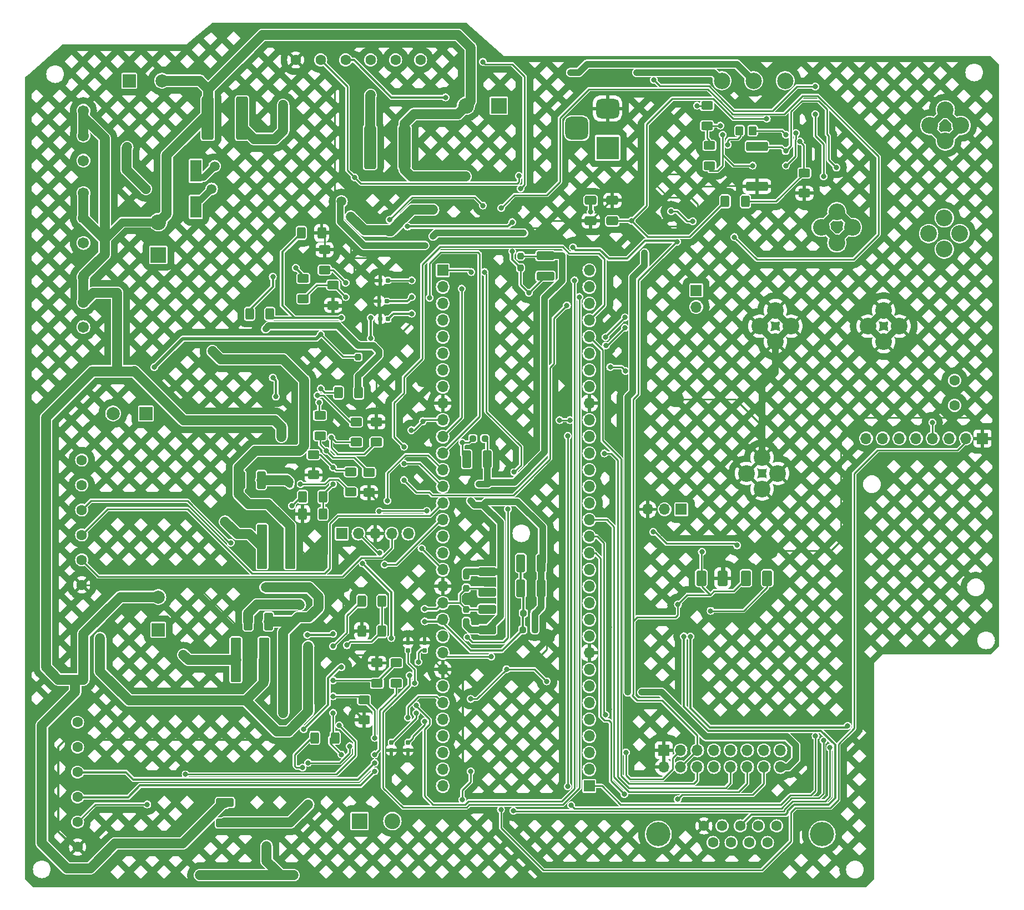
<source format=gbr>
%TF.GenerationSoftware,KiCad,Pcbnew,7.0.1*%
%TF.CreationDate,2023-04-10T20:01:29-05:00*%
%TF.ProjectId,Esquema_CBX_Rex,45737175-656d-4615-9f43-42585f526578,rev?*%
%TF.SameCoordinates,Original*%
%TF.FileFunction,Copper,L2,Bot*%
%TF.FilePolarity,Positive*%
%FSLAX46Y46*%
G04 Gerber Fmt 4.6, Leading zero omitted, Abs format (unit mm)*
G04 Created by KiCad (PCBNEW 7.0.1) date 2023-04-10 20:01:29*
%MOMM*%
%LPD*%
G01*
G04 APERTURE LIST*
G04 Aperture macros list*
%AMRoundRect*
0 Rectangle with rounded corners*
0 $1 Rounding radius*
0 $2 $3 $4 $5 $6 $7 $8 $9 X,Y pos of 4 corners*
0 Add a 4 corners polygon primitive as box body*
4,1,4,$2,$3,$4,$5,$6,$7,$8,$9,$2,$3,0*
0 Add four circle primitives for the rounded corners*
1,1,$1+$1,$2,$3*
1,1,$1+$1,$4,$5*
1,1,$1+$1,$6,$7*
1,1,$1+$1,$8,$9*
0 Add four rect primitives between the rounded corners*
20,1,$1+$1,$2,$3,$4,$5,0*
20,1,$1+$1,$4,$5,$6,$7,0*
20,1,$1+$1,$6,$7,$8,$9,0*
20,1,$1+$1,$8,$9,$2,$3,0*%
G04 Aperture macros list end*
%TA.AperFunction,ComponentPad*%
%ADD10C,1.600200*%
%TD*%
%TA.AperFunction,ComponentPad*%
%ADD11R,2.000000X2.000000*%
%TD*%
%TA.AperFunction,ComponentPad*%
%ADD12C,2.000000*%
%TD*%
%TA.AperFunction,ComponentPad*%
%ADD13R,2.400000X2.400000*%
%TD*%
%TA.AperFunction,ComponentPad*%
%ADD14C,2.400000*%
%TD*%
%TA.AperFunction,ComponentPad*%
%ADD15C,1.701800*%
%TD*%
%TA.AperFunction,ComponentPad*%
%ADD16R,1.700000X1.700000*%
%TD*%
%TA.AperFunction,ComponentPad*%
%ADD17O,1.700000X1.700000*%
%TD*%
%TA.AperFunction,ComponentPad*%
%ADD18C,2.550000*%
%TD*%
%TA.AperFunction,ComponentPad*%
%ADD19R,3.500000X3.500000*%
%TD*%
%TA.AperFunction,ComponentPad*%
%ADD20RoundRect,0.750000X-1.000000X0.750000X-1.000000X-0.750000X1.000000X-0.750000X1.000000X0.750000X0*%
%TD*%
%TA.AperFunction,ComponentPad*%
%ADD21RoundRect,0.875000X-0.875000X0.875000X-0.875000X-0.875000X0.875000X-0.875000X0.875000X0.875000X0*%
%TD*%
%TA.AperFunction,ComponentPad*%
%ADD22C,3.708400*%
%TD*%
%TA.AperFunction,ComponentPad*%
%ADD23C,2.500000*%
%TD*%
%TA.AperFunction,SMDPad,CuDef*%
%ADD24RoundRect,0.237500X0.250000X0.237500X-0.250000X0.237500X-0.250000X-0.237500X0.250000X-0.237500X0*%
%TD*%
%TA.AperFunction,SMDPad,CuDef*%
%ADD25RoundRect,0.250000X-0.412500X-1.100000X0.412500X-1.100000X0.412500X1.100000X-0.412500X1.100000X0*%
%TD*%
%TA.AperFunction,SMDPad,CuDef*%
%ADD26RoundRect,0.250000X0.625000X-0.400000X0.625000X0.400000X-0.625000X0.400000X-0.625000X-0.400000X0*%
%TD*%
%TA.AperFunction,SMDPad,CuDef*%
%ADD27RoundRect,0.250000X-1.100000X0.412500X-1.100000X-0.412500X1.100000X-0.412500X1.100000X0.412500X0*%
%TD*%
%TA.AperFunction,SMDPad,CuDef*%
%ADD28RoundRect,0.160000X0.160000X-0.197500X0.160000X0.197500X-0.160000X0.197500X-0.160000X-0.197500X0*%
%TD*%
%TA.AperFunction,SMDPad,CuDef*%
%ADD29RoundRect,0.250000X0.400000X0.625000X-0.400000X0.625000X-0.400000X-0.625000X0.400000X-0.625000X0*%
%TD*%
%TA.AperFunction,SMDPad,CuDef*%
%ADD30RoundRect,0.250000X-0.625000X0.400000X-0.625000X-0.400000X0.625000X-0.400000X0.625000X0.400000X0*%
%TD*%
%TA.AperFunction,SMDPad,CuDef*%
%ADD31RoundRect,0.250000X-0.650000X0.412500X-0.650000X-0.412500X0.650000X-0.412500X0.650000X0.412500X0*%
%TD*%
%TA.AperFunction,SMDPad,CuDef*%
%ADD32RoundRect,0.250000X-0.400000X-0.625000X0.400000X-0.625000X0.400000X0.625000X-0.400000X0.625000X0*%
%TD*%
%TA.AperFunction,SMDPad,CuDef*%
%ADD33RoundRect,0.250000X1.100000X-0.412500X1.100000X0.412500X-1.100000X0.412500X-1.100000X-0.412500X0*%
%TD*%
%TA.AperFunction,SMDPad,CuDef*%
%ADD34RoundRect,0.160000X-0.160000X0.197500X-0.160000X-0.197500X0.160000X-0.197500X0.160000X0.197500X0*%
%TD*%
%TA.AperFunction,SMDPad,CuDef*%
%ADD35RoundRect,0.160000X-0.197500X-0.160000X0.197500X-0.160000X0.197500X0.160000X-0.197500X0.160000X0*%
%TD*%
%TA.AperFunction,SMDPad,CuDef*%
%ADD36RoundRect,0.237500X0.237500X-0.250000X0.237500X0.250000X-0.237500X0.250000X-0.237500X-0.250000X0*%
%TD*%
%TA.AperFunction,SMDPad,CuDef*%
%ADD37RoundRect,0.250001X-0.499999X-0.924999X0.499999X-0.924999X0.499999X0.924999X-0.499999X0.924999X0*%
%TD*%
%TA.AperFunction,SMDPad,CuDef*%
%ADD38R,1.700000X3.300000*%
%TD*%
%TA.AperFunction,SMDPad,CuDef*%
%ADD39RoundRect,0.250001X0.499999X0.924999X-0.499999X0.924999X-0.499999X-0.924999X0.499999X-0.924999X0*%
%TD*%
%TA.AperFunction,SMDPad,CuDef*%
%ADD40RoundRect,0.250000X-0.350000X-0.450000X0.350000X-0.450000X0.350000X0.450000X-0.350000X0.450000X0*%
%TD*%
%TA.AperFunction,SMDPad,CuDef*%
%ADD41RoundRect,0.249999X1.425001X-0.450001X1.425001X0.450001X-1.425001X0.450001X-1.425001X-0.450001X0*%
%TD*%
%TA.AperFunction,SMDPad,CuDef*%
%ADD42RoundRect,0.250000X0.650000X3.050000X-0.650000X3.050000X-0.650000X-3.050000X0.650000X-3.050000X0*%
%TD*%
%TA.AperFunction,SMDPad,CuDef*%
%ADD43RoundRect,0.250000X0.537500X3.150000X-0.537500X3.150000X-0.537500X-3.150000X0.537500X-3.150000X0*%
%TD*%
%TA.AperFunction,SMDPad,CuDef*%
%ADD44RoundRect,0.250000X0.650000X-0.412500X0.650000X0.412500X-0.650000X0.412500X-0.650000X-0.412500X0*%
%TD*%
%TA.AperFunction,SMDPad,CuDef*%
%ADD45RoundRect,0.237500X-0.237500X0.250000X-0.237500X-0.250000X0.237500X-0.250000X0.237500X0.250000X0*%
%TD*%
%TA.AperFunction,SMDPad,CuDef*%
%ADD46RoundRect,0.250000X-0.650000X-3.050000X0.650000X-3.050000X0.650000X3.050000X-0.650000X3.050000X0*%
%TD*%
%TA.AperFunction,ViaPad*%
%ADD47C,1.000000*%
%TD*%
%TA.AperFunction,ViaPad*%
%ADD48C,0.800000*%
%TD*%
%TA.AperFunction,ViaPad*%
%ADD49C,1.500000*%
%TD*%
%TA.AperFunction,Conductor*%
%ADD50C,1.000000*%
%TD*%
%TA.AperFunction,Conductor*%
%ADD51C,0.500000*%
%TD*%
%TA.AperFunction,Conductor*%
%ADD52C,0.350000*%
%TD*%
%TA.AperFunction,Conductor*%
%ADD53C,0.250000*%
%TD*%
%TA.AperFunction,Conductor*%
%ADD54C,1.500000*%
%TD*%
%TA.AperFunction,Conductor*%
%ADD55C,1.250000*%
%TD*%
G04 APERTURE END LIST*
D10*
%TO.P,J16,1,Pin_1*%
%TO.N,SALIDAB3*%
X67057000Y-93472000D03*
%TO.P,J16,2,Pin_2*%
%TO.N,SALIDAA3*%
X67057000Y-97282000D03*
%TO.P,J16,3,Pin_3*%
%TO.N,QEIB3*%
X67057000Y-101092000D03*
%TO.P,J16,4,Pin_4*%
%TO.N,QEIA3*%
X67057000Y-104902000D03*
%TO.P,J16,5,Pin_5*%
%TO.N,+3V3*%
X67057000Y-108712000D03*
%TO.P,J16,6,Pin_6*%
%TO.N,GNDREF*%
X67057000Y-112522000D03*
%TD*%
D11*
%TO.P,C14,1*%
%TO.N,/VCCM1*%
X74295000Y-35560000D03*
D12*
%TO.P,C14,2*%
%TO.N,GND1*%
X79295000Y-35560000D03*
%TD*%
D13*
%TO.P,C24,1*%
%TO.N,Net-(D1-K)*%
X130683000Y-39370000D03*
D14*
%TO.P,C24,2*%
%TO.N,GND1*%
X125683000Y-39370000D03*
%TD*%
D15*
%TO.P,J21,1,Pin_1*%
%TO.N,GND1*%
X67300000Y-65550000D03*
%TO.P,J21,2,Pin_2*%
X67300000Y-69360000D03*
%TO.P,J21,3,Pin_3*%
%TO.N,/VCCM2*%
X67300000Y-73170000D03*
%TD*%
D13*
%TO.P,C44,1*%
%TO.N,Net-(D5-K)*%
X78740000Y-62150000D03*
D14*
%TO.P,C44,2*%
%TO.N,GND1*%
X78740000Y-57150000D03*
%TD*%
D16*
%TO.P,J3,1,Pin_1*%
%TO.N,TX USB*%
X158500000Y-101000000D03*
D17*
%TO.P,J3,2,Pin_2*%
%TO.N,RX USB*%
X155960000Y-101000000D03*
%TO.P,J3,3,Pin_3*%
%TO.N,GNDREF*%
X153420000Y-101000000D03*
%TD*%
D18*
%TO.P,J8,1,1*%
%TO.N,FST_178577*%
X201168000Y-42385000D03*
%TO.P,J8,2,2*%
X196408000Y-42385000D03*
%TO.P,J8,3,3*%
X198788000Y-44765000D03*
%TO.P,J8,4,4*%
X198788000Y-40005000D03*
%TD*%
D16*
%TO.P,J1,33,Pin_1*%
%TO.N,SLP1*%
X144478377Y-143236327D03*
D17*
%TO.P,J1,34,Pin_2*%
%TO.N,/VBUS 5V*%
X144478377Y-140696327D03*
%TO.P,J1,35,Pin_3*%
%TO.N,/VBUS 3V3*%
X144478377Y-138156327D03*
%TO.P,J1,36,Pin_4*%
%TO.N,/Pin 36*%
X144478377Y-135616327D03*
%TO.P,J1,37,Pin_5*%
%TO.N,/Pin 37*%
X144478377Y-133076327D03*
%TO.P,J1,38,Pin_6*%
%TO.N,+3V3*%
X144478377Y-130536327D03*
%TO.P,J1,39,Pin_7*%
%TO.N,/OSCI*%
X144478377Y-127996327D03*
%TO.P,J1,40,Pin_8*%
%TO.N,/OSCO*%
X144478377Y-125456327D03*
%TO.P,J1,41,Pin_10*%
%TO.N,GNDREF*%
X144478377Y-122916327D03*
%TO.P,J1,42,Pin_10*%
%TO.N,RX USB*%
X144478377Y-120376327D03*
%TO.P,J1,43,Pin_11*%
%TO.N,TX1*%
X144478377Y-117836327D03*
%TO.P,J1,44,Pin_12*%
%TO.N,TX USB*%
X144478377Y-115296327D03*
%TO.P,J1,45,Pin_13*%
%TO.N,RX1*%
X144478377Y-112756327D03*
%TO.P,J1,46,Pin_14*%
%TO.N,SCK*%
X144478377Y-110216327D03*
%TO.P,J1,47,Pin_15*%
%TO.N,/Pin 47*%
X144478377Y-107676327D03*
%TO.P,J1,48,Pin_16*%
%TO.N,/Pin 48*%
X144478377Y-105136327D03*
%TO.P,J1,49,Pin_17*%
%TO.N,/Pin 49*%
X144478377Y-102596327D03*
%TO.P,J1,50,Pin_18*%
%TO.N,CS*%
X144478377Y-100056327D03*
%TO.P,J1,51,Pin_19*%
%TO.N,QEIB1*%
X144478377Y-97516327D03*
%TO.P,J1,52,Pin_20*%
%TO.N,QEIA1*%
X144478377Y-94976327D03*
%TO.P,J1,53,Pin_21*%
%TO.N,/Pin 53*%
X144478377Y-92436327D03*
%TO.P,J1,54,Pin_22*%
%TO.N,PWMaux*%
X144478377Y-89896327D03*
%TO.P,J1,55,Pin_23*%
%TO.N,/Pin 55*%
X144478377Y-87356327D03*
%TO.P,J1,56,Pin_24*%
%TO.N,GNDREF*%
X144478377Y-84816327D03*
%TO.P,J1,57,Pin_25*%
%TO.N,+3V3*%
X144478377Y-82276327D03*
%TO.P,J1,58,Pin_26*%
%TO.N,CAN_Lo*%
X144478377Y-79736327D03*
%TO.P,J1,59,Pin_27*%
%TO.N,CAN_Hi*%
X144478377Y-77196327D03*
%TO.P,J1,60,Pin_28*%
%TO.N,/Pin 60*%
X144478377Y-74656327D03*
%TO.P,J1,61,Pin_29*%
%TO.N,MuPWML3*%
X144478377Y-72116327D03*
%TO.P,J1,62,Pin_30*%
%TO.N,MuPWMH3*%
X144478377Y-69576327D03*
%TO.P,J1,63,Pin_31*%
%TO.N,MuPWML2*%
X144478377Y-67036327D03*
%TO.P,J1,64,Pin_32*%
%TO.N,MuPWMH2*%
X144478377Y-64496327D03*
%TD*%
D18*
%TO.P,J9,1,1*%
%TO.N,GNDREF*%
X175260000Y-73025000D03*
%TO.P,J9,2,2*%
X170500000Y-73025000D03*
%TO.P,J9,3,3*%
X172880000Y-75405000D03*
%TO.P,J9,4,4*%
X172880000Y-70645000D03*
%TD*%
%TO.P,J11,1,1*%
%TO.N,GNDREF*%
X173228000Y-95504000D03*
%TO.P,J11,2,2*%
X168468000Y-95504000D03*
%TO.P,J11,3,3*%
X170848000Y-97884000D03*
%TO.P,J11,4,4*%
X170848000Y-93124000D03*
%TD*%
D19*
%TO.P,J5,1*%
%TO.N,Net-(J5-Pad1)*%
X147257500Y-45800000D03*
D20*
%TO.P,J5,2*%
%TO.N,GNDREF*%
X147257500Y-39800000D03*
D21*
%TO.P,J5,3*%
%TO.N,N/C*%
X142557500Y-42800000D03*
%TD*%
D10*
%TO.P,J4,1,1*%
%TO.N,unconnected-(J4-Pad1)*%
X173045000Y-149330000D03*
%TO.P,J4,2,2*%
%TO.N,Net-(U6-T1OUT)*%
X170275001Y-149330000D03*
%TO.P,J4,3,3*%
%TO.N,Net-(U6-R1IN)*%
X167505001Y-149330000D03*
%TO.P,J4,4,4*%
%TO.N,unconnected-(J4-Pad4)*%
X164735002Y-149330000D03*
%TO.P,J4,5,5*%
%TO.N,GNDREF*%
X161965002Y-149330000D03*
%TO.P,J4,6,6*%
%TO.N,unconnected-(J4-Pad6)*%
X171660002Y-151870000D03*
%TO.P,J4,7,7*%
%TO.N,unconnected-(J4-Pad7)*%
X168890002Y-151870000D03*
%TO.P,J4,8,8*%
%TO.N,unconnected-(J4-Pad8)*%
X166120000Y-151870000D03*
%TO.P,J4,9,9*%
%TO.N,unconnected-(J4-Pad9)*%
X163350000Y-151870000D03*
D22*
%TO.P,J4,10*%
%TO.N,N/C*%
X155010002Y-150600000D03*
%TO.P,J4,11*%
X180000000Y-150600000D03*
%TD*%
D16*
%TO.P,J12,1,Pin_1*%
%TO.N,CAN_Hi*%
X160782000Y-67559000D03*
D17*
%TO.P,J12,2,Pin_2*%
%TO.N,CAN_Lo*%
X160782000Y-70099000D03*
%TD*%
D16*
%TO.P,J19,1,Pin_1*%
%TO.N,PGC1*%
X106725000Y-104700000D03*
D17*
%TO.P,J19,2,Pin_2*%
%TO.N,PGD1*%
X109265000Y-104700000D03*
%TO.P,J19,3,Pin_3*%
%TO.N,GNDREF*%
X111805000Y-104700000D03*
%TO.P,J19,4,Pin_4*%
%TO.N,+3V3*%
X114345000Y-104700000D03*
%TO.P,J19,5,Pin_5*%
%TO.N,MCRL PICKIT*%
X116885000Y-104700000D03*
%TD*%
D13*
%TO.P,C34,1*%
%TO.N,Net-(D3-K)*%
X109444785Y-148590000D03*
D14*
%TO.P,C34,2*%
%TO.N,GND1*%
X114444785Y-148590000D03*
%TD*%
D18*
%TO.P,J10,1,1*%
%TO.N,FST_177469*%
X179865000Y-57945000D03*
%TO.P,J10,2,2*%
X184625000Y-57945000D03*
%TO.P,J10,3,3*%
X182245000Y-55565000D03*
%TO.P,J10,4,4*%
X182245000Y-60325000D03*
%TD*%
D15*
%TO.P,J22,1,Pin_1*%
%TO.N,GND1*%
X67310000Y-52705000D03*
%TO.P,J22,2,Pin_2*%
X67310000Y-56515000D03*
%TO.P,J22,3,Pin_3*%
%TO.N,/VCCM3*%
X67310000Y-60325000D03*
%TD*%
D23*
%TO.P,SW2,1*%
%TO.N,+12V*%
X164719000Y-35560000D03*
%TO.P,SW2,2*%
%TO.N,Net-(J5-Pad1)*%
X169545000Y-35560000D03*
%TO.P,SW2,3*%
%TO.N,unconnected-(SW2-Pad3)*%
X174371000Y-35560000D03*
%TD*%
D10*
%TO.P,J17,1,Pin_1*%
%TO.N,T+ (SEN 137115)*%
X200208700Y-81323798D03*
%TO.P,J17,2,Pin_2*%
%TO.N,T- (SEN 137115)*%
X200208700Y-85133798D03*
%TD*%
D16*
%TO.P,J31,1,Pin_1*%
%TO.N,GNDREF*%
X204470000Y-90170000D03*
D17*
%TO.P,J31,2,Pin_2*%
%TO.N,DIRaux*%
X201930000Y-90170000D03*
%TO.P,J31,3,Pin_3*%
%TO.N,PWMaux*%
X199390000Y-90170000D03*
%TO.P,J31,4,Pin_4*%
%TO.N,SLP1*%
X196850000Y-90170000D03*
%TO.P,J31,5,Pin_5*%
%TO.N,FLT1*%
X194310000Y-90170000D03*
%TO.P,J31,6,Pin_6*%
%TO.N,CS1*%
X191770000Y-90170000D03*
%TO.P,J31,7,Pin_7*%
%TO.N,/3V31*%
X189230000Y-90170000D03*
%TO.P,J31,8,Pin_8*%
%TO.N,/VM1*%
X186690000Y-90170000D03*
%TD*%
D16*
%TO.P,J18,1,Pin_1*%
%TO.N,GNDREF*%
X155860000Y-137800000D03*
D17*
%TO.P,J18,2,Pin_2*%
X155860000Y-140340000D03*
%TO.P,J18,3,Pin_3*%
%TO.N,/VBUS 3V3*%
X158400000Y-137800000D03*
%TO.P,J18,4,Pin_4*%
%TO.N,+5V*%
X158400000Y-140340000D03*
%TO.P,J18,5,Pin_5*%
X160940000Y-137800000D03*
%TO.P,J18,6,Pin_6*%
%TO.N,/Pin 60*%
X160940000Y-140340000D03*
%TO.P,J18,7,Pin_7*%
%TO.N,/Pin 1*%
X163480000Y-137800000D03*
%TO.P,J18,8,Pin_8*%
%TO.N,/Pin 47*%
X163480000Y-140340000D03*
%TO.P,J18,9,Pin_9*%
%TO.N,/VBUS 5V*%
X166020000Y-137800000D03*
%TO.P,J18,10,Pin_10*%
%TO.N,/Pin 53*%
X166020000Y-140340000D03*
%TO.P,J18,11,Pin_11*%
%TO.N,/Pin 36*%
X168560000Y-137800000D03*
%TO.P,J18,12,Pin_12*%
%TO.N,/Pin 49*%
X168560000Y-140340000D03*
%TO.P,J18,13,Pin_13*%
%TO.N,/Pin 37*%
X171100000Y-137800000D03*
%TO.P,J18,14,Pin_14*%
%TO.N,/Pin 55*%
X171100000Y-140340000D03*
%TO.P,J18,15,Pin_15*%
%TO.N,/Pin 48*%
X173640000Y-137800000D03*
%TO.P,J18,16,Pin_16*%
%TO.N,+12V*%
X173640000Y-140340000D03*
%TD*%
D18*
%TO.P,J7,1,1*%
%TO.N,GNDREF*%
X189390000Y-75405000D03*
%TO.P,J7,2,2*%
X189390000Y-70645000D03*
%TO.P,J7,3,3*%
X187010000Y-73025000D03*
%TO.P,J7,4,4*%
X191770000Y-73025000D03*
%TD*%
D10*
%TO.P,J15,1,Pin_1*%
%TO.N,SALIDAB2*%
X66422000Y-133512000D03*
%TO.P,J15,2,Pin_2*%
%TO.N,SALIDAA2*%
X66422000Y-137322000D03*
%TO.P,J15,3,Pin_3*%
%TO.N,QEIA2*%
X66422000Y-141132000D03*
%TO.P,J15,4,Pin_4*%
%TO.N,QEIB2*%
X66422000Y-144942000D03*
%TO.P,J15,5,Pin_5*%
%TO.N,+3V3*%
X66422000Y-148752000D03*
%TO.P,J15,6,Pin_6*%
%TO.N,GNDREF*%
X66422000Y-152562000D03*
%TD*%
D11*
%TO.P,C29,1*%
%TO.N,/VCCM2*%
X78740000Y-119380000D03*
D12*
%TO.P,C29,2*%
%TO.N,GND1*%
X78740000Y-114380000D03*
%TD*%
D15*
%TO.P,J13,1,Pin_1*%
%TO.N,GND1*%
X67310000Y-40132000D03*
%TO.P,J13,2,Pin_2*%
X67310000Y-43942000D03*
%TO.P,J13,3,Pin_3*%
%TO.N,/VCCM1*%
X67310000Y-47752000D03*
%TD*%
D11*
%TO.P,C39,1*%
%TO.N,/VCCM3*%
X76835000Y-86360000D03*
D12*
%TO.P,C39,2*%
%TO.N,GND1*%
X71835000Y-86360000D03*
%TD*%
D18*
%TO.P,J6,1,1*%
%TO.N,FST_539757*%
X201008000Y-58895000D03*
%TO.P,J6,2,2*%
X196248000Y-58895000D03*
%TO.P,J6,3,3*%
X198628000Y-61275000D03*
%TO.P,J6,4,4*%
X198628000Y-56515000D03*
%TD*%
D10*
%TO.P,J14,1,Pin_1*%
%TO.N,SALIDAB1*%
X118745000Y-32385000D03*
%TO.P,J14,2,Pin_2*%
%TO.N,SALIDAA1*%
X114935000Y-32385000D03*
%TO.P,J14,3,Pin_3*%
%TO.N,QEIA1*%
X111125000Y-32385000D03*
%TO.P,J14,4,Pin_4*%
%TO.N,QEIB1*%
X107315000Y-32385000D03*
%TO.P,J14,5,Pin_5*%
%TO.N,+3V3*%
X103505000Y-32385000D03*
%TO.P,J14,6,Pin_6*%
%TO.N,GNDREF*%
X99695000Y-32385000D03*
%TD*%
D16*
%TO.P,J2,1,Pin_1*%
%TO.N,/Pin 1*%
X122126377Y-64491327D03*
D17*
%TO.P,J2,2,Pin_2*%
%TO.N,MuPWMH1*%
X122126377Y-67031327D03*
%TO.P,J2,3,Pin_3*%
%TO.N,MuPWML1*%
X122126377Y-69571327D03*
%TO.P,J2,4,Pin_4*%
%TO.N,AN17*%
X122126377Y-72111327D03*
%TO.P,J2,5,Pin_5*%
%TO.N,AN18*%
X122126377Y-74651327D03*
%TO.P,J2,6,Pin_6*%
%TO.N,AN19*%
X122126377Y-77191327D03*
%TO.P,J2,7,Pin_7*%
%TO.N,MCRL PICKIT*%
X122126377Y-79731327D03*
%TO.P,J2,8,Pin_8*%
%TO.N,ISH1*%
X122126377Y-82271327D03*
%TO.P,J2,9,Pin_9*%
%TO.N,GNDREF*%
X122126377Y-84811327D03*
%TO.P,J2,10,Pin_10*%
%TO.N,+3V3*%
X122126377Y-87351327D03*
%TO.P,J2,11,Pin_11*%
%TO.N,MuEnableB1*%
X122126377Y-89891327D03*
%TO.P,J2,12,Pin_12*%
%TO.N,MuEnableA1*%
X122126377Y-92431327D03*
%TO.P,J2,13,Pin_13*%
%TO.N,MuEnableA3*%
X122126377Y-94971327D03*
%TO.P,J2,14,Pin_14*%
%TO.N,MuEnableB3*%
X122126377Y-97511327D03*
%TO.P,J2,15,Pin_15*%
%TO.N,QEIA3*%
X122126377Y-100051327D03*
%TO.P,J2,16,Pin_16*%
%TO.N,QEIB3*%
X122126377Y-102591327D03*
%TO.P,J2,17,Pin_17*%
%TO.N,PGC1*%
X122126377Y-105131327D03*
%TO.P,J2,18,Pin_18*%
%TO.N,PGD1*%
X122126377Y-107671327D03*
%TO.P,J2,19,Pin_19*%
%TO.N,+3V3*%
X122126377Y-110211327D03*
%TO.P,J2,20,Pin_20*%
%TO.N,GNDREF*%
X122126377Y-112751327D03*
%TO.P,J2,21,Pin_21*%
%TO.N,ISH2*%
X122126377Y-115291327D03*
%TO.P,J2,22,Pin_22*%
%TO.N,ISH3*%
X122126377Y-117831327D03*
%TO.P,J2,23,Pin_23*%
%TO.N,DIRaux*%
X122126377Y-120371327D03*
%TO.P,J2,24,Pin_24*%
%TO.N,CS1*%
X122126377Y-122911327D03*
%TO.P,J2,25,Pin_25*%
%TO.N,GNDREF*%
X122126377Y-125451327D03*
%TO.P,J2,26,Pin_26*%
%TO.N,+3V3*%
X122126377Y-127991327D03*
%TO.P,J2,27,Pin_27*%
%TO.N,MuEnableA2*%
X122126377Y-130531327D03*
%TO.P,J2,28,Pin_28*%
%TO.N,MuEnableB2*%
X122126377Y-133071327D03*
%TO.P,J2,29,Pin_29*%
%TO.N,QEIA2*%
X122126377Y-135611327D03*
%TO.P,J2,30,Pin_30*%
%TO.N,QEIB2*%
X122126377Y-138151327D03*
%TO.P,J2,31,Pin_31*%
%TO.N,FLT1*%
X122126377Y-140691327D03*
%TO.P,J2,32,Pin_32*%
%TO.N,SO*%
X122126377Y-143231327D03*
%TD*%
D24*
%TO.P,R78,1*%
%TO.N,GND1*%
X128547500Y-90170000D03*
%TO.P,R78,2*%
%TO.N,ISH1*%
X126722500Y-90170000D03*
%TD*%
D25*
%TO.P,C38,1*%
%TO.N,Net-(Q5-SR)*%
X92417500Y-118110000D03*
%TO.P,C38,2*%
%TO.N,GND1*%
X95542500Y-118110000D03*
%TD*%
D24*
%TO.P,R83,1*%
%TO.N,GND1*%
X136247500Y-116840000D03*
%TO.P,R83,2*%
%TO.N,ISH3*%
X134422500Y-116840000D03*
%TD*%
%TO.P,R82,1*%
%TO.N,GND1*%
X136167500Y-119380000D03*
%TO.P,R82,2*%
%TO.N,ISH3*%
X134342500Y-119380000D03*
%TD*%
D26*
%TO.P,R68,1*%
%TO.N,EnableB3*%
X112000000Y-90750000D03*
%TO.P,R68,2*%
%TO.N,GNDREF*%
X112000000Y-87650000D03*
%TD*%
D27*
%TO.P,C52,1*%
%TO.N,ISH2*%
X128905000Y-116255000D03*
%TO.P,C52,2*%
%TO.N,GND1*%
X128905000Y-119380000D03*
%TD*%
D28*
%TO.P,R45,1*%
%TO.N,GNDREF*%
X114300000Y-137757500D03*
%TO.P,R45,2*%
%TO.N,Net-(R45-Pad2)*%
X114300000Y-136562500D03*
%TD*%
D29*
%TO.P,R58,1*%
%TO.N,EnableB2*%
X112850000Y-115000000D03*
%TO.P,R58,2*%
%TO.N,Net-(Q5-INH)*%
X109750000Y-115000000D03*
%TD*%
D30*
%TO.P,R55,1*%
%TO.N,PWML2*%
X115000000Y-124450000D03*
%TO.P,R55,2*%
%TO.N,Net-(Q5-IN)*%
X115000000Y-127550000D03*
%TD*%
D31*
%TO.P,C55,1*%
%TO.N,+12V*%
X144700000Y-53837500D03*
%TO.P,C55,2*%
%TO.N,GNDREF*%
X144700000Y-56962500D03*
%TD*%
D32*
%TO.P,R44,1*%
%TO.N,PWMH1*%
X100550000Y-58800000D03*
%TO.P,R44,2*%
%TO.N,GNDREF*%
X103650000Y-58800000D03*
%TD*%
%TO.P,R63,1*%
%TO.N,Net-(Q6-IN)*%
X100750000Y-99100000D03*
%TO.P,R63,2*%
%TO.N,PWMH3*%
X103850000Y-99100000D03*
%TD*%
D33*
%TO.P,C51,1*%
%TO.N,ISH2*%
X128905000Y-113665000D03*
%TO.P,C51,2*%
%TO.N,GND1*%
X128905000Y-110540000D03*
%TD*%
D34*
%TO.P,R49,1*%
%TO.N,GNDREF*%
X116840000Y-121322500D03*
%TO.P,R49,2*%
%TO.N,Net-(R49-Pad2)*%
X116840000Y-122517500D03*
%TD*%
D35*
%TO.P,R28,1*%
%TO.N,GNDREF*%
X112557500Y-71950000D03*
%TO.P,R28,2*%
%TO.N,Net-(R28-Pad2)*%
X113752500Y-71950000D03*
%TD*%
D36*
%TO.P,R67,1*%
%TO.N,Net-(D5-A)*%
X109220000Y-77747500D03*
%TO.P,R67,2*%
%TO.N,GND1*%
X109220000Y-75922500D03*
%TD*%
D25*
%TO.P,C54,1*%
%TO.N,ISH3*%
X134035000Y-113030000D03*
%TO.P,C54,2*%
%TO.N,GND1*%
X137160000Y-113030000D03*
%TD*%
D26*
%TO.P,R62,1*%
%TO.N,Net-(Q6-INH)*%
X108100000Y-98350000D03*
%TO.P,R62,2*%
%TO.N,EnableA3*%
X108100000Y-95250000D03*
%TD*%
D30*
%TO.P,R57,1*%
%TO.N,EnableA2*%
X110100000Y-130050000D03*
%TO.P,R57,2*%
%TO.N,GNDREF*%
X110100000Y-133150000D03*
%TD*%
D37*
%TO.P,C6,1*%
%TO.N,+5V*%
X161570000Y-111506000D03*
%TO.P,C6,2*%
%TO.N,GNDREF*%
X164820000Y-111506000D03*
%TD*%
D35*
%TO.P,R29,1*%
%TO.N,GNDREF*%
X112432500Y-69215000D03*
%TO.P,R29,2*%
%TO.N,Net-(R29-Pad2)*%
X113627500Y-69215000D03*
%TD*%
D25*
%TO.P,C53,1*%
%TO.N,ISH3*%
X134035000Y-109220000D03*
%TO.P,C53,2*%
%TO.N,GND1*%
X137160000Y-109220000D03*
%TD*%
D38*
%TO.P,D1,1,K*%
%TO.N,Net-(D1-K)*%
X84455000Y-49320000D03*
%TO.P,D1,2,A*%
%TO.N,Net-(D1-A)*%
X84455000Y-54820000D03*
%TD*%
D26*
%TO.P,R73,1*%
%TO.N,EnableB3*%
X108900000Y-90750000D03*
%TO.P,R73,2*%
%TO.N,Net-(Q7-INH)*%
X108900000Y-87650000D03*
%TD*%
D29*
%TO.P,R13,1*%
%TO.N,Net-(U4A-+)*%
X168301000Y-53975000D03*
%TO.P,R13,2*%
%TO.N,+3V3*%
X165201000Y-53975000D03*
%TD*%
D39*
%TO.P,C10,1*%
%TO.N,Net-(U6-VS+)*%
X171625000Y-111500000D03*
%TO.P,C10,2*%
%TO.N,+5V*%
X168375000Y-111500000D03*
%TD*%
D30*
%TO.P,R42,1*%
%TO.N,EnableA1*%
X105400000Y-66750000D03*
%TO.P,R42,2*%
%TO.N,GNDREF*%
X105400000Y-69850000D03*
%TD*%
D26*
%TO.P,R70,1*%
%TO.N,PWML3*%
X103400000Y-89750000D03*
%TO.P,R70,2*%
%TO.N,Net-(Q7-IN)*%
X103400000Y-86650000D03*
%TD*%
D30*
%TO.P,R72,1*%
%TO.N,EnableA3*%
X102400000Y-92650000D03*
%TO.P,R72,2*%
%TO.N,GNDREF*%
X102400000Y-95750000D03*
%TD*%
D25*
%TO.P,C50,1*%
%TO.N,ISH1*%
X125780000Y-93345000D03*
%TO.P,C50,2*%
%TO.N,GND1*%
X128905000Y-93345000D03*
%TD*%
D33*
%TO.P,C30,1*%
%TO.N,Net-(Q4-SR)*%
X88900000Y-148882500D03*
%TO.P,C30,2*%
%TO.N,GND1*%
X88900000Y-145757500D03*
%TD*%
D40*
%TO.P,R10,1*%
%TO.N,Net-(U2A-+)*%
X167402000Y-43180000D03*
%TO.P,R10,2*%
%TO.N,Net-(U2B--)*%
X169402000Y-43180000D03*
%TD*%
D30*
%TO.P,R69,1*%
%TO.N,PWML3*%
X110871000Y-95351000D03*
%TO.P,R69,2*%
%TO.N,GNDREF*%
X110871000Y-98451000D03*
%TD*%
D41*
%TO.P,R12,1*%
%TO.N,GNDREF*%
X170053000Y-51691000D03*
%TO.P,R12,2*%
%TO.N,FST_177469*%
X170053000Y-45591000D03*
%TD*%
D26*
%TO.P,R54,1*%
%TO.N,PWML2*%
X112100000Y-127550000D03*
%TO.P,R54,2*%
%TO.N,GNDREF*%
X112100000Y-124450000D03*
%TD*%
D42*
%TO.P,C23,1*%
%TO.N,SALIDAA1*%
X91525000Y-41275000D03*
%TO.P,C23,2*%
%TO.N,GND1*%
X86275000Y-41275000D03*
%TD*%
D36*
%TO.P,R81,1*%
%TO.N,GND1*%
X125730000Y-118110000D03*
%TO.P,R81,2*%
%TO.N,ISH2*%
X125730000Y-116285000D03*
%TD*%
D28*
%TO.P,R46,1*%
%TO.N,GNDREF*%
X116840000Y-137757500D03*
%TO.P,R46,2*%
%TO.N,Net-(R46-Pad2)*%
X116840000Y-136562500D03*
%TD*%
D26*
%TO.P,R39,1*%
%TO.N,PWML1*%
X104100000Y-64450000D03*
%TO.P,R39,2*%
%TO.N,GNDREF*%
X104100000Y-61350000D03*
%TD*%
D30*
%TO.P,R7,1*%
%TO.N,Net-(R1-Pad2)*%
X162814000Y-45440000D03*
%TO.P,R7,2*%
%TO.N,Net-(U2A--)*%
X162814000Y-48540000D03*
%TD*%
D43*
%TO.P,C35,1*%
%TO.N,Net-(D3-K)*%
X94847500Y-123970000D03*
%TO.P,C35,2*%
%TO.N,SALIDAB2*%
X90572500Y-123970000D03*
%TD*%
D44*
%TO.P,C1,1*%
%TO.N,+3V3*%
X148000000Y-56962500D03*
%TO.P,C1,2*%
%TO.N,GNDREF*%
X148000000Y-53837500D03*
%TD*%
D32*
%TO.P,R31,1*%
%TO.N,Net-(Q2-IN)*%
X92650000Y-71150000D03*
%TO.P,R31,2*%
%TO.N,PWMH1*%
X95750000Y-71150000D03*
%TD*%
D43*
%TO.P,C42,1*%
%TO.N,Net-(D5-K)*%
X98837500Y-106700000D03*
%TO.P,C42,2*%
%TO.N,SALIDAA3*%
X94562500Y-106700000D03*
%TD*%
D45*
%TO.P,R80,1*%
%TO.N,GND1*%
X125730000Y-111205000D03*
%TO.P,R80,2*%
%TO.N,ISH2*%
X125730000Y-113030000D03*
%TD*%
D29*
%TO.P,R53,1*%
%TO.N,EnableB2*%
X112850000Y-119600000D03*
%TO.P,R53,2*%
%TO.N,GNDREF*%
X109750000Y-119600000D03*
%TD*%
D34*
%TO.P,R51,1*%
%TO.N,GNDREF*%
X119380000Y-121322500D03*
%TO.P,R51,2*%
%TO.N,Net-(R51-Pad2)*%
X119380000Y-122517500D03*
%TD*%
D35*
%TO.P,R32,1*%
%TO.N,GNDREF*%
X112557500Y-66040000D03*
%TO.P,R32,2*%
%TO.N,Net-(R32-Pad2)*%
X113752500Y-66040000D03*
%TD*%
D25*
%TO.P,C41,1*%
%TO.N,Net-(D5-K)*%
X91313000Y-96520000D03*
%TO.P,C41,2*%
%TO.N,GND1*%
X94438000Y-96520000D03*
%TD*%
D30*
%TO.P,R30,1*%
%TO.N,Net-(Q2-INH)*%
X100850000Y-65750000D03*
%TO.P,R30,2*%
%TO.N,EnableA1*%
X100850000Y-68850000D03*
%TD*%
D32*
%TO.P,R48,1*%
%TO.N,Net-(Q4-IN)*%
X102590000Y-135890000D03*
%TO.P,R48,2*%
%TO.N,PWMH2*%
X105690000Y-135890000D03*
%TD*%
%TO.P,R71,1*%
%TO.N,Net-(Q7-SR)*%
X106207500Y-83185000D03*
%TO.P,R71,2*%
%TO.N,GND1*%
X109307500Y-83185000D03*
%TD*%
D26*
%TO.P,R14,1*%
%TO.N,GNDREF*%
X177292000Y-52731000D03*
%TO.P,R14,2*%
%TO.N,Net-(U4A-+)*%
X177292000Y-49631000D03*
%TD*%
D29*
%TO.P,R74,1*%
%TO.N,PWMH3*%
X103850000Y-101700000D03*
%TO.P,R74,2*%
%TO.N,GNDREF*%
X100750000Y-101700000D03*
%TD*%
D30*
%TO.P,R1,1*%
%TO.N,AN17*%
X162433000Y-39344000D03*
%TO.P,R1,2*%
%TO.N,Net-(R1-Pad2)*%
X162433000Y-42444000D03*
%TD*%
D46*
%TO.P,C26,1*%
%TO.N,SALIDAB1*%
X111040000Y-45720000D03*
%TO.P,C26,2*%
%TO.N,GND1*%
X116290000Y-45720000D03*
%TD*%
D33*
%TO.P,C49,1*%
%TO.N,ISH1*%
X137795000Y-65405000D03*
%TO.P,C49,2*%
%TO.N,GND1*%
X137795000Y-62280000D03*
%TD*%
D45*
%TO.P,R79,1*%
%TO.N,GND1*%
X133985000Y-62310000D03*
%TO.P,R79,2*%
%TO.N,ISH1*%
X133985000Y-64135000D03*
%TD*%
D47*
%TO.N,+12V*%
X150379510Y-128916510D03*
D48*
X144700000Y-55600000D03*
D47*
X151700000Y-34300000D03*
X152500000Y-128905000D03*
X152908000Y-61849000D03*
D48*
%TO.N,+5V*%
X157869000Y-60123500D03*
X156980250Y-55500000D03*
X142000000Y-61000000D03*
X160269701Y-57018701D03*
X161654503Y-107500000D03*
X158000000Y-115500000D03*
D49*
%TO.N,SALIDAA1*%
X97790000Y-39265960D03*
X97155000Y-43815000D03*
%TO.N,SALIDAB1*%
X111125000Y-37719000D03*
%TO.N,Net-(D1-K)*%
X106674500Y-54000000D03*
X87340000Y-48605000D03*
D47*
X119400000Y-60700000D03*
D48*
%TO.N,AN17*%
X160909000Y-39370000D03*
%TO.N,AN18*%
X131064000Y-55000000D03*
X166624000Y-59436000D03*
%TO.N,AN19*%
X180213000Y-50165000D03*
X154305000Y-35433000D03*
X178943000Y-40677500D03*
X178943000Y-36449000D03*
%TO.N,Net-(Q3-SR)*%
X128270000Y-54610000D03*
X114000000Y-56800000D03*
%TO.N,CAN_Lo*%
X149900000Y-73300000D03*
X147000000Y-76000000D03*
%TO.N,CAN_Hi*%
X146975500Y-74700000D03*
X149900000Y-71700000D03*
%TO.N,QEIA1*%
X128270000Y-32676500D03*
X134000000Y-52000000D03*
%TO.N,QEIB1*%
X122555000Y-38100000D03*
%TO.N,/Pin 53*%
X146774500Y-92456000D03*
%TO.N,/Pin 55*%
X157988000Y-145275500D03*
X139954000Y-87376000D03*
X132080000Y-100965000D03*
X125902380Y-120554440D03*
X141515500Y-87376000D03*
%TO.N,MuEnableB3*%
X116205000Y-93980000D03*
%TO.N,MuEnableA3*%
X113665000Y-99695000D03*
%TO.N,MuPWMH3*%
X141059500Y-69850000D03*
X116205000Y-96520000D03*
%TO.N,PWMH2*%
X106680000Y-138430000D03*
X105410000Y-132080000D03*
%TO.N,PWML2*%
X105410000Y-127089500D03*
%TO.N,MuEnableB1*%
X125005500Y-67310000D03*
%TO.N,MuEnableA1*%
X120113067Y-68678067D03*
%TO.N,/Pin 1*%
X133027299Y-95327299D03*
X126492000Y-64770000D03*
X128524000Y-64770000D03*
%TO.N,ISH1*%
X132715000Y-61624500D03*
X116737956Y-57817943D03*
X125095000Y-90805000D03*
X111125000Y-74910500D03*
X135255000Y-67945000D03*
X132715000Y-57150000D03*
X111125000Y-71755000D03*
%TO.N,EnableA2*%
X111760000Y-135890000D03*
X105410000Y-129540000D03*
%TO.N,QEIA2*%
X111760000Y-139700000D03*
%TO.N,QEIB2*%
X111760000Y-140970000D03*
%TO.N,/Pin 47*%
X149826519Y-144503230D03*
%TO.N,TX1*%
X167000000Y-106500000D03*
X154220201Y-104456500D03*
%TO.N,ISH2*%
X106680000Y-125095000D03*
X119380000Y-116205000D03*
X100907715Y-134596450D03*
X101457536Y-120157464D03*
X105410000Y-120015000D03*
%TO.N,FST_177469*%
X182181500Y-48831500D03*
X174434500Y-46291500D03*
%TO.N,SALIDAB3*%
X96200000Y-80900000D03*
X96674500Y-83800000D03*
D49*
%TO.N,SALIDAA3*%
X88900000Y-102870000D03*
D48*
%TO.N,QEIB3*%
X113250000Y-109450000D03*
X89772830Y-106092099D03*
D49*
%TO.N,SALIDAB2*%
X82550000Y-123190000D03*
D47*
%TO.N,Net-(Q4-SR)*%
X101600000Y-146050000D03*
D48*
%TO.N,Net-(D3-K)*%
X101600000Y-121920000D03*
D49*
X69850000Y-120650000D03*
X101600000Y-130810000D03*
D48*
%TO.N,PWMaux*%
X141200000Y-89800000D03*
X180200000Y-136300000D03*
X141200000Y-143300000D03*
X141732000Y-146177000D03*
D49*
%TO.N,Net-(Q5-SR)*%
X100330000Y-115570000D03*
D48*
%TO.N,ISH3*%
X114300000Y-120650000D03*
X109855000Y-109220000D03*
X119380000Y-118110000D03*
%TO.N,Net-(R1-Pad2)*%
X164465000Y-42418000D03*
D49*
%TO.N,Net-(D5-K)*%
X86995000Y-76835000D03*
D47*
X97790000Y-78105000D03*
D49*
X100330000Y-91948000D03*
D48*
%TO.N,Net-(Q7-SR)*%
X103505000Y-82550000D03*
D49*
%TO.N,Net-(D1-A)*%
X74000000Y-45700000D03*
X86868000Y-52070000D03*
X76835000Y-52070000D03*
D48*
%TO.N,Net-(D5-A)*%
X78100000Y-79300000D03*
X103505000Y-74295000D03*
%TO.N,Net-(R28-Pad2)*%
X117385500Y-71120000D03*
%TO.N,Net-(R29-Pad2)*%
X117385500Y-68580000D03*
%TO.N,EnableA1*%
X107315000Y-68580000D03*
%TO.N,Net-(U6-R1IN)*%
X158914500Y-120396000D03*
%TO.N,Net-(U6-T1OUT)*%
X159913899Y-120410386D03*
X183900000Y-134050980D03*
%TO.N,Net-(Q2-IN)*%
X96200000Y-65500000D03*
%TO.N,Net-(Q2-INH)*%
X99695000Y-64135000D03*
%TO.N,DIRaux*%
X131000000Y-146824500D03*
%TO.N,Net-(Q4-IN)*%
X100750000Y-140424500D03*
%TO.N,Net-(Q4-INH)*%
X101600000Y-139700000D03*
X107950000Y-137160000D03*
%TO.N,Net-(Q5-IN)*%
X111760000Y-138430000D03*
%TO.N,Net-(Q5-INH)*%
X105400000Y-121900000D03*
%TO.N,Net-(Q6-IN)*%
X99099500Y-100457000D03*
%TO.N,Net-(R32-Pad2)*%
X117385500Y-66040000D03*
%TO.N,Net-(R45-Pad2)*%
X118110000Y-132080000D03*
%TO.N,Net-(R46-Pad2)*%
X119380000Y-133350000D03*
%TO.N,Net-(R49-Pad2)*%
X117818500Y-127508000D03*
%TO.N,Net-(R51-Pad2)*%
X118394890Y-124290989D03*
%TO.N,MuEnableA2*%
X116840000Y-132804500D03*
%TO.N,MuPWMH2*%
X118110000Y-130899500D03*
X142240000Y-66040000D03*
%TO.N,MuPWML2*%
X117094000Y-126365000D03*
X142964500Y-68580000D03*
%TO.N,Net-(Q6-INH)*%
X100424500Y-97155000D03*
%TO.N,Net-(Q7-IN)*%
X103287500Y-84662098D03*
%TO.N,Net-(Q7-INH)*%
X103000000Y-83600000D03*
%TO.N,Net-(U2A--)*%
X169418000Y-48514000D03*
X164846000Y-43815000D03*
%TO.N,Net-(U2A-+)*%
X165608000Y-45339000D03*
%TO.N,Net-(U2B--)*%
X174498000Y-43815000D03*
%TO.N,Net-(U4A--)*%
X175984500Y-43561000D03*
X174498000Y-48514000D03*
%TO.N,PWMH3*%
X105410000Y-97155000D03*
%TO.N,PGC1*%
X119700000Y-101250000D03*
X112450000Y-101275500D03*
%TO.N,PGD1*%
X112524500Y-107653229D03*
D49*
%TO.N,GND1*%
X85090000Y-156845000D03*
D47*
X113900000Y-58400000D03*
D49*
X125600000Y-50165000D03*
X67945000Y-80645000D03*
D48*
X95100000Y-73450000D03*
D47*
X127635000Y-97155000D03*
X126365000Y-99701816D03*
D49*
X95250000Y-152400000D03*
D47*
X98811904Y-97254117D03*
D49*
X108100000Y-56300000D03*
X97790000Y-132080000D03*
D48*
X109855000Y-80010000D03*
D47*
X120650000Y-59295000D03*
D49*
X97536000Y-89916000D03*
D47*
X134466878Y-58800000D03*
D49*
X95100000Y-112900000D03*
X120650000Y-55245000D03*
X77000000Y-152000000D03*
X99350000Y-156850000D03*
D47*
X140335000Y-62230000D03*
D48*
%TO.N,Net-(U4A-+)*%
X176621740Y-44832212D03*
D47*
%TO.N,Net-(J5-Pad1)*%
X141605000Y-34290000D03*
D48*
%TO.N,MuPWML3*%
X116205000Y-91440000D03*
%TO.N,PWMH1*%
X106680000Y-71755000D03*
%TO.N,PWML1*%
X107300000Y-66400000D03*
%TO.N,EnableB2*%
X107500000Y-121740989D03*
%TO.N,EnableA3*%
X105410000Y-94615000D03*
%TO.N,EnableB3*%
X105100000Y-90000000D03*
%TO.N,PWML3*%
X104400000Y-92075000D03*
%TO.N,/VBUS 3V3*%
X150076500Y-138100000D03*
%TO.N,SLP1*%
X179000000Y-135600000D03*
X196800000Y-87724500D03*
%TO.N,FLT1*%
X126400000Y-141000000D03*
X125099087Y-145325511D03*
%TO.N,CS1*%
X129540000Y-123500000D03*
X132900000Y-147000000D03*
X181200500Y-137400000D03*
%TO.N,/Pin 48*%
X146939000Y-132351827D03*
%TO.N,GNDREF*%
X122887701Y-145325511D03*
X106680000Y-123190000D03*
X147512299Y-119012299D03*
X119253000Y-81153000D03*
X138000000Y-120500000D03*
X127900000Y-59900000D03*
X153983500Y-50761500D03*
X159004000Y-57785000D03*
X115570000Y-74930000D03*
X150599000Y-53150000D03*
X108100000Y-120300000D03*
X147512310Y-131500000D03*
X119500000Y-99600000D03*
X177292000Y-54102000D03*
X114300000Y-138850000D03*
X102870000Y-108500000D03*
X175260000Y-50165000D03*
X137170647Y-59171353D03*
X172085000Y-107315000D03*
X157700000Y-84200000D03*
X150400000Y-130700000D03*
X133000000Y-54610000D03*
X117300000Y-63000000D03*
X162750000Y-107250000D03*
X154432000Y-57066500D03*
X106900000Y-112500000D03*
X119888000Y-78232000D03*
X110000000Y-137500000D03*
X115570000Y-99911501D03*
X155956000Y-41656000D03*
X148674500Y-61836897D03*
X167259000Y-49530000D03*
X118500000Y-144900000D03*
X147447000Y-125476000D03*
X124460000Y-124460000D03*
%TO.N,+3V3*%
X147675500Y-79300000D03*
X150900000Y-56950000D03*
X77050000Y-146050000D03*
X171550000Y-41364500D03*
X82900000Y-141465500D03*
X106350000Y-134000000D03*
X117334891Y-88902147D03*
X133724500Y-50100000D03*
X150026460Y-79900000D03*
X119100000Y-87550000D03*
X126400000Y-129950000D03*
X138000000Y-127250000D03*
X108700000Y-50350000D03*
X131850000Y-125400000D03*
X118900000Y-106946827D03*
%TO.N,Net-(U6-VS+)*%
X163000000Y-116500000D03*
%TD*%
D50*
%TO.N,+12V*%
X155471048Y-128905000D02*
X162266048Y-135700000D01*
X162266048Y-135700000D02*
X174640000Y-135700000D01*
D51*
X144700000Y-55600000D02*
X144700000Y-53837500D01*
D50*
X175960000Y-137020000D02*
X175960000Y-139180000D01*
X150368000Y-83841338D02*
X150368000Y-128905000D01*
X151125960Y-83083378D02*
X150368000Y-83841338D01*
X174640000Y-135700000D02*
X175960000Y-137020000D01*
X163449000Y-34290000D02*
X164719000Y-35560000D01*
X152908000Y-63754000D02*
X151125960Y-65536040D01*
X152500000Y-128905000D02*
X155471048Y-128905000D01*
X174800000Y-140340000D02*
X173640000Y-140340000D01*
X151125960Y-65536040D02*
X151125960Y-83083378D01*
X151700000Y-34300000D02*
X151710000Y-34290000D01*
X152908000Y-61849000D02*
X152908000Y-63754000D01*
X175960000Y-139180000D02*
X174800000Y-140340000D01*
X151710000Y-34290000D02*
X163449000Y-34290000D01*
D52*
%TO.N,+5V*%
X157745500Y-60000000D02*
X153000000Y-60000000D01*
D53*
X163500000Y-113500000D02*
X162941000Y-114059000D01*
X151026374Y-129436374D02*
X151765000Y-130175000D01*
X151193000Y-84183064D02*
X151193000Y-118047000D01*
X166500000Y-113500000D02*
X163500000Y-113500000D01*
X158400000Y-140340000D02*
X160940000Y-137800000D01*
X151193000Y-118047000D02*
X151193000Y-128563273D01*
X158000000Y-115500000D02*
X158000000Y-117138399D01*
X160940000Y-135540000D02*
X160940000Y-137800000D01*
X168375000Y-111625000D02*
X166500000Y-113500000D01*
X157824500Y-60123500D02*
X151950960Y-65997040D01*
X151204510Y-129258237D02*
X151026374Y-129436374D01*
X159388451Y-57018701D02*
X160269701Y-57018701D01*
X151204510Y-128574783D02*
X151204510Y-129258237D01*
D52*
X157869000Y-60123500D02*
X157745500Y-60000000D01*
X147450000Y-62700000D02*
X146150000Y-61400000D01*
D53*
X158000000Y-115500000D02*
X159441000Y-114059000D01*
D52*
X142400000Y-61400000D02*
X142000000Y-61000000D01*
D53*
X168375000Y-111500000D02*
X168369000Y-111506000D01*
X159441000Y-114059000D02*
X162941000Y-114059000D01*
X157869750Y-55500000D02*
X159388451Y-57018701D01*
X161657500Y-112775500D02*
X161657500Y-111506000D01*
D52*
X146150000Y-61400000D02*
X142400000Y-61400000D01*
D53*
X161654503Y-107500000D02*
X161570000Y-107584503D01*
X151765000Y-130175000D02*
X155575000Y-130175000D01*
X156980250Y-55500000D02*
X157869750Y-55500000D01*
X151193000Y-128563273D02*
X151204510Y-128574783D01*
X157663399Y-117475000D02*
X151765000Y-117475000D01*
X151765000Y-117475000D02*
X151193000Y-118047000D01*
X155575000Y-130175000D02*
X160940000Y-135540000D01*
X168375000Y-111500000D02*
X168375000Y-111625000D01*
X162941000Y-114059000D02*
X161657500Y-112775500D01*
D52*
X153000000Y-60000000D02*
X150300000Y-62700000D01*
D53*
X158000000Y-117138399D02*
X157663399Y-117475000D01*
D52*
X150300000Y-62700000D02*
X147450000Y-62700000D01*
D53*
X151950960Y-65997040D02*
X151950960Y-83425104D01*
X151950960Y-83425104D02*
X151193000Y-84183064D01*
X161570000Y-107584503D02*
X161570000Y-111506000D01*
X157869000Y-60123500D02*
X157824500Y-60123500D01*
D54*
%TO.N,SALIDAA1*%
X96520000Y-44450000D02*
X97155000Y-43815000D01*
X91525000Y-41275000D02*
X91525000Y-42630000D01*
X97790000Y-43180000D02*
X97790000Y-39265960D01*
X91525000Y-42630000D02*
X93345000Y-44450000D01*
X97155000Y-43815000D02*
X97790000Y-43180000D01*
X93345000Y-44450000D02*
X96520000Y-44450000D01*
%TO.N,SALIDAB1*%
X111125000Y-37719000D02*
X111040000Y-37804000D01*
X111040000Y-37804000D02*
X111040000Y-45720000D01*
D50*
%TO.N,Net-(D1-K)*%
X106500000Y-57100000D02*
X110100000Y-60700000D01*
X106674500Y-54000000D02*
X106500000Y-54174500D01*
X85625000Y-50320000D02*
X84455000Y-50320000D01*
X106500000Y-54174500D02*
X106500000Y-57100000D01*
X87340000Y-48605000D02*
X85625000Y-50320000D01*
X110100000Y-60700000D02*
X119400000Y-60700000D01*
D53*
%TO.N,AN17*%
X161977902Y-39431500D02*
X162433000Y-39431500D01*
X161916402Y-39370000D02*
X161977902Y-39431500D01*
X160909000Y-39370000D02*
X161916402Y-39370000D01*
%TO.N,AN18*%
X162560000Y-36830000D02*
X144427106Y-36830000D01*
X164465000Y-38735000D02*
X162560000Y-36830000D01*
X138000000Y-53000000D02*
X133064000Y-53000000D01*
X144427106Y-36830000D02*
X140000000Y-41257106D01*
X133064000Y-53000000D02*
X131064000Y-55000000D01*
X184785000Y-62865000D02*
X188595000Y-59055000D01*
X140000000Y-51000000D02*
X138000000Y-53000000D01*
X177036604Y-37846000D02*
X174242604Y-40640000D01*
X170053000Y-62865000D02*
X184785000Y-62865000D01*
X179324000Y-37846000D02*
X177036604Y-37846000D01*
X164465000Y-38736396D02*
X164465000Y-38735000D01*
X166624000Y-59436000D02*
X170053000Y-62865000D01*
X188595000Y-47117000D02*
X179324000Y-37846000D01*
X166368604Y-40640000D02*
X164465000Y-38736396D01*
X140000000Y-41257106D02*
X140000000Y-51000000D01*
X174242604Y-40640000D02*
X166368604Y-40640000D01*
X188595000Y-59055000D02*
X188595000Y-47117000D01*
%TO.N,AN19*%
X162746396Y-36380000D02*
X155252000Y-36380000D01*
X166555000Y-40190000D02*
X164915000Y-38550000D01*
X164915000Y-38548604D02*
X162746396Y-36380000D01*
X178943000Y-43942000D02*
X180213000Y-45212000D01*
X178943000Y-36449000D02*
X176149000Y-36449000D01*
X164915000Y-38550000D02*
X164915000Y-38548604D01*
X180213000Y-45212000D02*
X180213000Y-50165000D01*
X172408000Y-40190000D02*
X166555000Y-40190000D01*
X155252000Y-36380000D02*
X154305000Y-35433000D01*
X178943000Y-40677500D02*
X178943000Y-43942000D01*
X176149000Y-36449000D02*
X172408000Y-40190000D01*
%TO.N,Net-(Q3-SR)*%
X117475000Y-53340000D02*
X127000000Y-53340000D01*
X127000000Y-53340000D02*
X128270000Y-54610000D01*
X114015000Y-56800000D02*
X117475000Y-53340000D01*
X114000000Y-56800000D02*
X114015000Y-56800000D01*
%TO.N,CAN_Lo*%
X146975500Y-76000000D02*
X147200000Y-76000000D01*
X147200000Y-76000000D02*
X149900000Y-73300000D01*
%TO.N,CAN_Hi*%
X146975500Y-74624500D02*
X149400000Y-72200000D01*
X149400000Y-72200000D02*
X149900000Y-71700000D01*
X146975500Y-74700000D02*
X146975500Y-74624500D01*
%TO.N,QEIA1*%
X134600000Y-34905000D02*
X132715000Y-33020000D01*
X128613500Y-33020000D02*
X128270000Y-32676500D01*
X134000000Y-52000000D02*
X134600000Y-51400000D01*
X134600000Y-51400000D02*
X134600000Y-34905000D01*
X132715000Y-33020000D02*
X128613500Y-33020000D01*
D52*
%TO.N,QEIB1*%
X107315000Y-32385000D02*
X108585000Y-32385000D01*
X108585000Y-32385000D02*
X114300000Y-38100000D01*
X114300000Y-38100000D02*
X122555000Y-38100000D01*
D53*
%TO.N,/Pin 53*%
X147828000Y-92456000D02*
X148844000Y-93472000D01*
X148844000Y-93472000D02*
X148844000Y-141860396D01*
X148844000Y-141860396D02*
X150493604Y-143510000D01*
X150493604Y-143510000D02*
X165290000Y-143510000D01*
X165290000Y-143510000D02*
X166020000Y-142780000D01*
X146774500Y-92456000D02*
X147828000Y-92456000D01*
X166020000Y-142780000D02*
X166020000Y-140340000D01*
%TO.N,/Pin 55*%
X126632940Y-121285000D02*
X131385000Y-121285000D01*
X157988000Y-145275500D02*
X158668500Y-144595000D01*
X132080000Y-120590000D02*
X132080000Y-100965000D01*
X171100000Y-142900000D02*
X171100000Y-140340000D01*
X131385000Y-121285000D02*
X132080000Y-120590000D01*
X169405000Y-144595000D02*
X171100000Y-142900000D01*
X125902380Y-120554440D02*
X126632940Y-121285000D01*
X158668500Y-144595000D02*
X169405000Y-144595000D01*
X139954000Y-87376000D02*
X141515500Y-87376000D01*
%TO.N,MuEnableB3*%
X118595050Y-93980000D02*
X122126377Y-97511327D01*
X116205000Y-93980000D02*
X118595050Y-93980000D01*
%TO.N,MuEnableA3*%
X113665000Y-95495386D02*
X116450386Y-92710000D01*
X113665000Y-99695000D02*
X113665000Y-95495386D01*
X116450386Y-92710000D02*
X119865050Y-92710000D01*
X119865050Y-92710000D02*
X122126377Y-94971327D01*
%TO.N,MuPWMH3*%
X139065000Y-71844500D02*
X141059500Y-69850000D01*
X120030684Y-98407500D02*
X120500000Y-98876816D01*
X138467489Y-79337511D02*
X139065000Y-78740000D01*
X132898184Y-98876816D02*
X138467489Y-93307511D01*
X116205000Y-96520000D02*
X118092500Y-98407500D01*
X118092500Y-98407500D02*
X120030684Y-98407500D01*
X139065000Y-78740000D02*
X139065000Y-71844500D01*
X138467489Y-93307511D02*
X138467489Y-79337511D01*
X120500000Y-98876816D02*
X132898184Y-98876816D01*
%TO.N,PWMH2*%
X106680000Y-138430000D02*
X104965000Y-136715000D01*
X105410000Y-132080000D02*
X105410000Y-135890000D01*
X104965000Y-136715000D02*
X104965000Y-135890000D01*
%TO.N,PWML2*%
X111639500Y-127089500D02*
X105410000Y-127089500D01*
X112100000Y-127350000D02*
X115000000Y-124450000D01*
X112100000Y-127550000D02*
X112100000Y-127350000D01*
X112100000Y-127550000D02*
X111639500Y-127089500D01*
%TO.N,MuEnableB1*%
X125005500Y-67310000D02*
X125005500Y-87012204D01*
X125005500Y-87012204D02*
X122126377Y-89891327D01*
%TO.N,MuEnableA1*%
X127762000Y-86795704D02*
X122126377Y-92431327D01*
X127762000Y-61976000D02*
X127762000Y-86795704D01*
X120113067Y-68678067D02*
X120100000Y-68665000D01*
X121793718Y-61722000D02*
X127508000Y-61722000D01*
X127508000Y-61722000D02*
X127762000Y-61976000D01*
X120100000Y-68665000D02*
X120100000Y-63415718D01*
X120100000Y-63415718D02*
X121793718Y-61722000D01*
%TO.N,/Pin 60*%
X160940000Y-142360000D02*
X160400000Y-142900000D01*
X150520000Y-142900000D02*
X149294000Y-141674000D01*
X146500000Y-76677950D02*
X144478377Y-74656327D01*
X146500000Y-90491604D02*
X146500000Y-76677950D01*
X149294000Y-141674000D02*
X149294000Y-93285604D01*
X149294000Y-93285604D02*
X146500000Y-90491604D01*
X160400000Y-142900000D02*
X150520000Y-142900000D01*
X160940000Y-140340000D02*
X160940000Y-142360000D01*
%TO.N,/Pin 1*%
X128778000Y-86106000D02*
X128778000Y-65024000D01*
X134100000Y-94254598D02*
X134100000Y-91428000D01*
X128778000Y-65024000D02*
X128524000Y-64770000D01*
X126213327Y-64491327D02*
X122126377Y-64491327D01*
X133027299Y-95327299D02*
X134100000Y-94254598D01*
X134100000Y-91428000D02*
X128778000Y-86106000D01*
X126492000Y-64770000D02*
X126213327Y-64491327D01*
%TO.N,ISH1*%
X125095000Y-90805000D02*
X125095000Y-92660000D01*
D52*
X132715000Y-57150000D02*
X132080000Y-57785000D01*
D53*
X125095000Y-92660000D02*
X125780000Y-93345000D01*
X135255000Y-67945000D02*
X133985000Y-66675000D01*
D52*
X116770899Y-57785000D02*
X116737956Y-57817943D01*
D53*
X135255000Y-67945000D02*
X137795000Y-65405000D01*
X126087500Y-90805000D02*
X126722500Y-90170000D01*
D52*
X132715000Y-62865000D02*
X132715000Y-61624500D01*
D53*
X125095000Y-90805000D02*
X126087500Y-90805000D01*
X133985000Y-66675000D02*
X133985000Y-64135000D01*
D52*
X132080000Y-57785000D02*
X116770899Y-57785000D01*
X111125000Y-71755000D02*
X111125000Y-74910500D01*
X133985000Y-64135000D02*
X132715000Y-62865000D01*
D53*
%TO.N,EnableA2*%
X109590000Y-129540000D02*
X105410000Y-129540000D01*
X110100000Y-130050000D02*
X109590000Y-129540000D01*
X111760000Y-131710000D02*
X110100000Y-130050000D01*
X111760000Y-135890000D02*
X111760000Y-131710000D01*
D52*
%TO.N,QEIA2*%
X66440000Y-141150000D02*
X66422000Y-141132000D01*
X73840000Y-141150000D02*
X66440000Y-141150000D01*
X74930000Y-142240000D02*
X73840000Y-141150000D01*
X109220000Y-142240000D02*
X74930000Y-142240000D01*
X111760000Y-139700000D02*
X109220000Y-142240000D01*
%TO.N,QEIB2*%
X109580000Y-143150000D02*
X111760000Y-140970000D01*
X66422000Y-144942000D02*
X66430000Y-144950000D01*
X75950000Y-143150000D02*
X109580000Y-143150000D01*
X74150000Y-144950000D02*
X75950000Y-143150000D01*
X66430000Y-144950000D02*
X74150000Y-144950000D01*
D53*
%TO.N,/Pin 49*%
X148236810Y-103636810D02*
X147196327Y-102596327D01*
X168560000Y-142840000D02*
X167255000Y-144145000D01*
X167255000Y-144145000D02*
X150492887Y-144145000D01*
X148236810Y-141888923D02*
X148236810Y-103636810D01*
X147196327Y-102596327D02*
X144478377Y-102596327D01*
X150492887Y-144145000D02*
X148236810Y-141888923D01*
X168560000Y-140340000D02*
X168560000Y-142840000D01*
%TO.N,/Pin 47*%
X147447000Y-133223000D02*
X147786810Y-133562810D01*
X144478377Y-107676327D02*
X145395327Y-107676327D01*
X145395327Y-107676327D02*
X146214000Y-108495000D01*
X147786810Y-133562810D02*
X147786810Y-142198810D01*
X146214000Y-108495000D02*
X146214000Y-132652132D01*
X146784868Y-133223000D02*
X147447000Y-133223000D01*
X146214000Y-132652132D02*
X146784868Y-133223000D01*
X147780247Y-142456959D02*
X149826519Y-144503230D01*
X147780247Y-142205373D02*
X147780247Y-142456959D01*
X147786810Y-142198810D02*
X147780247Y-142205373D01*
%TO.N,TX1*%
X166730480Y-106230480D02*
X156230480Y-106230480D01*
X154456500Y-104456500D02*
X154220201Y-104456500D01*
X167000000Y-106500000D02*
X166730480Y-106230480D01*
X156230480Y-106230480D02*
X154456500Y-104456500D01*
D52*
%TO.N,ISH2*%
X121212704Y-116205000D02*
X122126377Y-115291327D01*
D53*
X124736327Y-114023673D02*
X124736327Y-115291327D01*
X125730000Y-116285000D02*
X128875000Y-116285000D01*
X122126377Y-115291327D02*
X124736327Y-115291327D01*
D52*
X100907715Y-134596450D02*
X104635000Y-130869165D01*
D53*
X125730000Y-113030000D02*
X128270000Y-113030000D01*
D52*
X119380000Y-116205000D02*
X121212704Y-116205000D01*
D53*
X124736327Y-115291327D02*
X125730000Y-116285000D01*
D52*
X101457536Y-120157464D02*
X105267536Y-120157464D01*
D53*
X125730000Y-113030000D02*
X124736327Y-114023673D01*
D52*
X105267536Y-120157464D02*
X105410000Y-120015000D01*
D53*
X128875000Y-116285000D02*
X128905000Y-116255000D01*
D52*
X106308484Y-125095000D02*
X106680000Y-125095000D01*
D53*
X128270000Y-113030000D02*
X128905000Y-113665000D01*
D52*
X104635000Y-126768484D02*
X106308484Y-125095000D01*
X104635000Y-130869165D02*
X104635000Y-126768484D01*
D50*
%TO.N,FST_178577*%
X201168000Y-42625000D02*
X198788000Y-45005000D01*
X196408000Y-42625000D02*
X198788000Y-45005000D01*
X196408000Y-42625000D02*
X198788000Y-40245000D01*
X198788000Y-40245000D02*
X201168000Y-42625000D01*
D53*
%TO.N,FST_177469*%
X175260000Y-40259000D02*
X175260000Y-45466000D01*
D50*
X182325000Y-60085000D02*
X179945000Y-57705000D01*
D53*
X180721000Y-39879396D02*
X179449604Y-38608000D01*
X180721000Y-43688000D02*
X180721000Y-39879396D01*
X175260000Y-45466000D02*
X174434500Y-46291500D01*
X176911000Y-38608000D02*
X175260000Y-40259000D01*
D50*
X184705000Y-57705000D02*
X182325000Y-60085000D01*
D53*
X173821500Y-45678500D02*
X170053000Y-45678500D01*
X179449604Y-38608000D02*
X176911000Y-38608000D01*
X174434500Y-46291500D02*
X173821500Y-45678500D01*
D50*
X182325000Y-55325000D02*
X184705000Y-57705000D01*
D53*
X180975000Y-43942000D02*
X180721000Y-43688000D01*
D50*
X179945000Y-57705000D02*
X182325000Y-55325000D01*
D53*
X182181500Y-48831500D02*
X180975000Y-47625000D01*
X180975000Y-47625000D02*
X180975000Y-43942000D01*
D52*
%TO.N,SALIDAB3*%
X96674500Y-83800000D02*
X96674500Y-81374500D01*
X96674500Y-81374500D02*
X96200000Y-80900000D01*
D54*
%TO.N,SALIDAA3*%
X94562500Y-106700000D02*
X92637500Y-104775000D01*
X92637500Y-104775000D02*
X90805000Y-104775000D01*
X90805000Y-104775000D02*
X88900000Y-102870000D01*
D53*
%TO.N,QEIB3*%
X115000000Y-109450000D02*
X121858673Y-102591327D01*
X121858673Y-102591327D02*
X122126377Y-102591327D01*
X89772830Y-106092099D02*
X89582099Y-106092099D01*
X113250000Y-109450000D02*
X115000000Y-109450000D01*
X89582099Y-106092099D02*
X83185000Y-99695000D01*
X68454000Y-99695000D02*
X67057000Y-101092000D01*
X83185000Y-99695000D02*
X68454000Y-99695000D01*
D54*
%TO.N,SALIDAB2*%
X90660000Y-123970000D02*
X83330000Y-123970000D01*
X83330000Y-123970000D02*
X82550000Y-123190000D01*
D53*
%TO.N,T+ (SEN 137115)*%
X200174902Y-81290000D02*
X200208700Y-81323798D01*
D54*
%TO.N,Net-(Q4-SR)*%
X88900000Y-148795000D02*
X98855000Y-148795000D01*
X98855000Y-148795000D02*
X101600000Y-146050000D01*
D50*
%TO.N,Net-(D3-K)*%
X101600000Y-130810000D02*
X101600000Y-131355500D01*
D54*
X101570489Y-130780489D02*
X101570489Y-121949511D01*
X101600000Y-131900000D02*
X101600000Y-130810000D01*
X101570489Y-121949511D02*
X101600000Y-121920000D01*
X94760000Y-127490000D02*
X92075000Y-130175000D01*
X98600000Y-134900000D02*
X101600000Y-131900000D01*
X92075000Y-130175000D02*
X96800000Y-134900000D01*
X69850000Y-120650000D02*
X69850000Y-125730000D01*
X96800000Y-134900000D02*
X98600000Y-134900000D01*
X69850000Y-125730000D02*
X74295000Y-130175000D01*
X94760000Y-123970000D02*
X94760000Y-127490000D01*
X74295000Y-130175000D02*
X92075000Y-130175000D01*
X101600000Y-130810000D02*
X101570489Y-130780489D01*
D53*
%TO.N,PWMaux*%
X173803553Y-146645839D02*
X175341392Y-145108000D01*
X180200000Y-144412000D02*
X180200000Y-136300000D01*
X179504000Y-145108000D02*
X180200000Y-144412000D01*
X175341392Y-145108000D02*
X179504000Y-145108000D01*
X141200000Y-143300000D02*
X141200000Y-89800000D01*
X142205480Y-146650480D02*
X173803553Y-146650480D01*
X141732000Y-146177000D02*
X142205480Y-146650480D01*
X173803553Y-146650480D02*
X173803553Y-146645839D01*
D54*
%TO.N,Net-(Q5-SR)*%
X92417500Y-116882500D02*
X93800000Y-115500000D01*
X93800000Y-115500000D02*
X100260000Y-115500000D01*
X100260000Y-115500000D02*
X100330000Y-115570000D01*
X92417500Y-118110000D02*
X92417500Y-116882500D01*
D52*
%TO.N,ISH3*%
X119380000Y-118110000D02*
X121847704Y-118110000D01*
X109855000Y-109220000D02*
X114300000Y-113665000D01*
X134342500Y-119380000D02*
X134342500Y-116920000D01*
X114300000Y-113665000D02*
X114300000Y-120650000D01*
X134342500Y-116920000D02*
X134422500Y-116840000D01*
X131167500Y-122555000D02*
X134342500Y-119380000D01*
X134035000Y-113030000D02*
X134035000Y-109220000D01*
X122126377Y-117831327D02*
X122126377Y-118316377D01*
X134422500Y-116840000D02*
X134422500Y-113417500D01*
X126365000Y-122555000D02*
X131167500Y-122555000D01*
X121847704Y-118110000D02*
X122126377Y-117831327D01*
X122126377Y-118316377D02*
X126365000Y-122555000D01*
X134422500Y-113417500D02*
X134035000Y-113030000D01*
D53*
%TO.N,Net-(R1-Pad2)*%
X162433000Y-44296500D02*
X162814000Y-44677500D01*
X164465000Y-42418000D02*
X162494500Y-42418000D01*
X162494500Y-42418000D02*
X162433000Y-42356500D01*
X162433000Y-42356500D02*
X162433000Y-44296500D01*
D54*
%TO.N,Net-(D5-K)*%
X100965000Y-81280000D02*
X97790000Y-78105000D01*
X91000000Y-98700000D02*
X92500000Y-100200000D01*
X88265000Y-78105000D02*
X97790000Y-78105000D01*
X91000000Y-94600000D02*
X91000000Y-98700000D01*
X98837500Y-103537500D02*
X98837500Y-106700000D01*
X95500000Y-100200000D02*
X98837500Y-103537500D01*
X100203000Y-92075000D02*
X93525000Y-92075000D01*
X100330000Y-91948000D02*
X100352000Y-91948000D01*
X100352000Y-91948000D02*
X100965000Y-91335000D01*
X100965000Y-91335000D02*
X100965000Y-81280000D01*
X93525000Y-92075000D02*
X91000000Y-94600000D01*
X92500000Y-100200000D02*
X95500000Y-100200000D01*
X100330000Y-91948000D02*
X100203000Y-92075000D01*
X86995000Y-76835000D02*
X88265000Y-78105000D01*
D53*
%TO.N,Net-(Q7-SR)*%
X104140000Y-83185000D02*
X103505000Y-82550000D01*
X106295000Y-83185000D02*
X104140000Y-83185000D01*
D54*
%TO.N,Net-(D1-A)*%
X73900000Y-49135000D02*
X76835000Y-52070000D01*
D50*
X85118000Y-53820000D02*
X84455000Y-53820000D01*
X86868000Y-52070000D02*
X85118000Y-53820000D01*
D54*
X74000000Y-45700000D02*
X73900000Y-45800000D01*
X73900000Y-45800000D02*
X73900000Y-49135000D01*
D51*
%TO.N,Net-(D5-A)*%
X102870000Y-74930000D02*
X103505000Y-74295000D01*
D53*
X103505000Y-74295000D02*
X106870000Y-77660000D01*
D51*
X82470000Y-74930000D02*
X102870000Y-74930000D01*
D53*
X106870000Y-77660000D02*
X109220000Y-77660000D01*
D51*
X78100000Y-79300000D02*
X82470000Y-74930000D01*
D52*
%TO.N,Net-(R28-Pad2)*%
X113752500Y-71950000D02*
X114582500Y-71120000D01*
X114582500Y-71120000D02*
X117385500Y-71120000D01*
%TO.N,Net-(R29-Pad2)*%
X116750500Y-69215000D02*
X117385500Y-68580000D01*
X113540000Y-69215000D02*
X116750500Y-69215000D01*
D53*
%TO.N,EnableA1*%
X102912500Y-66750000D02*
X105485000Y-66750000D01*
X105485000Y-66750000D02*
X107315000Y-68580000D01*
X100850000Y-68812500D02*
X102912500Y-66750000D01*
D52*
%TO.N,Net-(U6-R1IN)*%
X179825480Y-134825480D02*
X162628286Y-134825480D01*
X158914500Y-131111694D02*
X158914500Y-120396000D01*
X162628286Y-134825480D02*
X158914500Y-131111694D01*
X181975000Y-145104894D02*
X181975000Y-136975000D01*
X169234521Y-147600480D02*
X174460660Y-147600480D01*
X174753553Y-147307587D02*
X174753553Y-147039341D01*
X167505001Y-149330000D02*
X169234521Y-147600480D01*
X181021894Y-146058000D02*
X181975000Y-145104894D01*
X174460660Y-147600480D02*
X174753553Y-147307587D01*
X175734894Y-146058000D02*
X181021894Y-146058000D01*
X174753553Y-147039341D02*
X175734894Y-146058000D01*
X181975000Y-136975000D02*
X179825480Y-134825480D01*
%TO.N,Net-(U6-T1OUT)*%
X183900000Y-134050980D02*
X183675020Y-134275960D01*
X162875960Y-134275960D02*
X159913899Y-131313899D01*
X183675020Y-134275960D02*
X162875960Y-134275960D01*
X159913899Y-131313899D02*
X159913899Y-120410386D01*
%TO.N,Net-(Q2-IN)*%
X92650000Y-70545000D02*
X92650000Y-71150000D01*
X96200000Y-65500000D02*
X96200000Y-66995000D01*
X96200000Y-66995000D02*
X92650000Y-70545000D01*
%TO.N,Net-(Q2-INH)*%
X100850000Y-65290000D02*
X100850000Y-65750000D01*
X99695000Y-64135000D02*
X100850000Y-65290000D01*
D53*
%TO.N,DIRaux*%
X182475000Y-145312000D02*
X182475000Y-136825000D01*
X131000000Y-146824500D02*
X131000000Y-149600000D01*
X200660000Y-91948000D02*
X201930000Y-90678000D01*
X131000000Y-149600000D02*
X137510000Y-156110000D01*
X175253553Y-147246447D02*
X175942000Y-146558000D01*
X175253553Y-151653553D02*
X175253553Y-147246447D01*
X184900000Y-95516000D02*
X188468000Y-91948000D01*
X181229000Y-146558000D02*
X182475000Y-145312000D01*
X182475000Y-136825000D02*
X184900000Y-134400000D01*
X170797106Y-156110000D02*
X175253553Y-151653553D01*
X184900000Y-134400000D02*
X184900000Y-95516000D01*
X201930000Y-90678000D02*
X201930000Y-90170000D01*
X188468000Y-91948000D02*
X200660000Y-91948000D01*
X175942000Y-146558000D02*
X181229000Y-146558000D01*
X137510000Y-156110000D02*
X170797106Y-156110000D01*
%TO.N,Net-(Q4-IN)*%
X99784500Y-140424500D02*
X99568000Y-140208000D01*
X101856000Y-136144000D02*
X103061000Y-136144000D01*
X100750000Y-140424500D02*
X99784500Y-140424500D01*
X99568000Y-138432000D02*
X101856000Y-136144000D01*
X99568000Y-140208000D02*
X99568000Y-138432000D01*
%TO.N,Net-(Q4-INH)*%
X107950000Y-137160000D02*
X107950000Y-138184614D01*
X107950000Y-138184614D02*
X106434614Y-139700000D01*
X106434614Y-139700000D02*
X101600000Y-139700000D01*
%TO.N,Net-(Q5-IN)*%
X112484511Y-137705489D02*
X112484511Y-131715489D01*
X111760000Y-138430000D02*
X112484511Y-137705489D01*
X115000000Y-129200000D02*
X115000000Y-127550000D01*
X112484511Y-131715489D02*
X115000000Y-129200000D01*
%TO.N,Net-(Q5-INH)*%
X107500000Y-117250000D02*
X107500000Y-118200000D01*
X109750000Y-115000000D02*
X107500000Y-117250000D01*
X107500000Y-119800000D02*
X105400000Y-121900000D01*
X107500000Y-118200000D02*
X107500000Y-119800000D01*
%TO.N,Net-(Q6-IN)*%
X100750000Y-99100000D02*
X100456500Y-99100000D01*
X100456500Y-99100000D02*
X99099500Y-100457000D01*
%TO.N,Net-(R32-Pad2)*%
X117385500Y-66040000D02*
X113665000Y-66040000D01*
%TO.N,Net-(R45-Pad2)*%
X118110000Y-132080000D02*
X118110000Y-132840000D01*
X118110000Y-132840000D02*
X114300000Y-136650000D01*
%TO.N,Net-(R46-Pad2)*%
X117564511Y-135925489D02*
X116840000Y-136650000D01*
X119380000Y-133891316D02*
X117564511Y-135706805D01*
X117564511Y-135706805D02*
X117564511Y-135925489D01*
X119380000Y-133350000D02*
X119380000Y-133891316D01*
%TO.N,Net-(R49-Pad2)*%
X117818500Y-125438500D02*
X116840000Y-124460000D01*
X117818500Y-127508000D02*
X117818500Y-125438500D01*
X116840000Y-124460000D02*
X116840000Y-122430000D01*
%TO.N,Net-(R51-Pad2)*%
X118870000Y-122430000D02*
X119380000Y-122430000D01*
X118394890Y-122905110D02*
X118870000Y-122430000D01*
X118394890Y-124290989D02*
X118394890Y-122905110D01*
%TO.N,MuEnableA2*%
X116840000Y-132804500D02*
X116840000Y-131144886D01*
X118444886Y-129540000D02*
X121135050Y-129540000D01*
X121135050Y-129540000D02*
X122126377Y-130531327D01*
X116840000Y-131144886D02*
X118444886Y-129540000D01*
%TO.N,MuPWMH2*%
X120105000Y-133802712D02*
X119350000Y-134557712D01*
X140300000Y-145600000D02*
X142240000Y-143660000D01*
X142240000Y-143660000D02*
X142240000Y-66040000D01*
X120105000Y-133050386D02*
X120105000Y-133802712D01*
X119350000Y-134557712D02*
X119350000Y-144750000D01*
X120650011Y-146050011D02*
X125574603Y-146050011D01*
X118110000Y-131055386D02*
X120105000Y-133050386D01*
X118110000Y-130899500D02*
X118110000Y-131055386D01*
X125574603Y-146050011D02*
X126024614Y-145600000D01*
X119350000Y-144750000D02*
X120650011Y-146050011D01*
X126024614Y-145600000D02*
X140300000Y-145600000D01*
%TO.N,MuPWML2*%
X125760801Y-146499531D02*
X126160332Y-146100000D01*
X113030000Y-131924114D02*
X113030000Y-143510000D01*
X117094000Y-126365000D02*
X117094000Y-127860114D01*
X113030000Y-143510000D02*
X116019531Y-146499531D01*
X140435718Y-146100000D02*
X142964500Y-143571218D01*
X126160332Y-146100000D02*
X140435718Y-146100000D01*
X116019531Y-146499531D02*
X125760801Y-146499531D01*
X117094000Y-127860114D02*
X113030000Y-131924114D01*
X142964500Y-143571218D02*
X142964500Y-68580000D01*
%TO.N,Net-(Q6-INH)*%
X106180000Y-96430000D02*
X108100000Y-98350000D01*
X104870000Y-96430000D02*
X106180000Y-96430000D01*
X100424500Y-97155000D02*
X104145000Y-97155000D01*
X104145000Y-97155000D02*
X104870000Y-96430000D01*
%TO.N,Net-(Q7-IN)*%
X103287500Y-86537500D02*
X103400000Y-86650000D01*
X103287500Y-84662098D02*
X103287500Y-86537500D01*
%TO.N,Net-(Q7-INH)*%
X107968604Y-87650000D02*
X108900000Y-87650000D01*
X103000000Y-83600000D02*
X103918604Y-83600000D01*
X103918604Y-83600000D02*
X107968604Y-87650000D01*
%TO.N,Net-(U2A--)*%
X164846000Y-43815000D02*
X164846000Y-46863000D01*
X166497000Y-48514000D02*
X164846000Y-46863000D01*
X164057500Y-49302500D02*
X162814000Y-49302500D01*
X164846000Y-46863000D02*
X164846000Y-48514000D01*
X169418000Y-48514000D02*
X166497000Y-48514000D01*
X164846000Y-48514000D02*
X164057500Y-49302500D01*
%TO.N,Net-(U2A-+)*%
X165862000Y-44450000D02*
X167132000Y-44450000D01*
X165608000Y-45339000D02*
X165608000Y-44704000D01*
X167132000Y-44450000D02*
X167489500Y-44092500D01*
X167489500Y-44092500D02*
X167489500Y-43180000D01*
X165608000Y-44704000D02*
X165862000Y-44450000D01*
%TO.N,Net-(U2B--)*%
X169314500Y-43180000D02*
X170942000Y-43180000D01*
X173863000Y-43180000D02*
X174498000Y-43815000D01*
X170942000Y-43180000D02*
X173863000Y-43180000D01*
%TO.N,Net-(U4A--)*%
X175984500Y-43561000D02*
X175984500Y-44487500D01*
X175984500Y-44487500D02*
X175895000Y-44577000D01*
X175895000Y-44577000D02*
X175895000Y-47117000D01*
X175895000Y-47117000D02*
X174498000Y-48514000D01*
%TO.N,PWMH3*%
X103850000Y-98715000D02*
X105410000Y-97155000D01*
X103850000Y-101700000D02*
X103850000Y-98715000D01*
%TO.N,PGC1*%
X112475500Y-101250000D02*
X112450000Y-101275500D01*
X119700000Y-101250000D02*
X112475500Y-101250000D01*
%TO.N,PGD1*%
X112218229Y-107653229D02*
X109265000Y-104700000D01*
X112524500Y-107653229D02*
X112218229Y-107653229D01*
D54*
%TO.N,GND1*%
X64800000Y-155800000D02*
X60960000Y-151960000D01*
X103175000Y-116000000D02*
X103175000Y-114375000D01*
X97400000Y-156850000D02*
X95250000Y-154700000D01*
X125600000Y-50165000D02*
X117348000Y-50165000D01*
X67945000Y-80655000D02*
X67945000Y-80645000D01*
D50*
X125730000Y-110490000D02*
X128855000Y-110490000D01*
X109220000Y-80645000D02*
X109855000Y-80010000D01*
D54*
X86360000Y-41190000D02*
X86275000Y-41275000D01*
D50*
X134466878Y-58800000D02*
X121145000Y-58800000D01*
X126365000Y-119380000D02*
X128905000Y-119380000D01*
D54*
X68834000Y-67945000D02*
X72470000Y-67945000D01*
X67310000Y-52705000D02*
X67310000Y-56515000D01*
X120650000Y-55245000D02*
X117464189Y-55245000D01*
D50*
X125730000Y-118110000D02*
X125730000Y-118745000D01*
D54*
X85090000Y-35560000D02*
X79295000Y-35560000D01*
D50*
X125730000Y-111205000D02*
X125730000Y-110490000D01*
D54*
X95542500Y-118110000D02*
X99410000Y-118110000D01*
D50*
X130955000Y-103015000D02*
X128270000Y-100330000D01*
D54*
X75070000Y-79930000D02*
X68660000Y-79930000D01*
X116290000Y-42079000D02*
X117729000Y-40640000D01*
X103175000Y-114375000D02*
X101724040Y-112924040D01*
D50*
X111570000Y-76010000D02*
X109220000Y-76010000D01*
D54*
X94620000Y-156850000D02*
X94615000Y-156845000D01*
X78740000Y-114380000D02*
X72945000Y-114380000D01*
X72945000Y-114380000D02*
X67310000Y-120015000D01*
X94438000Y-96520000D02*
X98320000Y-96520000D01*
X60960000Y-151960000D02*
X60960000Y-133989189D01*
X80010000Y-46910000D02*
X80010000Y-55880000D01*
X94615000Y-28575000D02*
X86360000Y-36830000D01*
X67310000Y-43942000D02*
X67310000Y-43810000D01*
D50*
X137160000Y-109220000D02*
X137350000Y-109030000D01*
X140335000Y-62230000D02*
X140335000Y-66040000D01*
X137350000Y-103695000D02*
X133520000Y-99865000D01*
D54*
X75100000Y-79900000D02*
X75070000Y-79930000D01*
X70500000Y-59705000D02*
X70500000Y-59900000D01*
X117729000Y-40640000D02*
X124413000Y-40640000D01*
D50*
X106235000Y-72985000D02*
X106205000Y-72955000D01*
D54*
X67310000Y-69469000D02*
X68834000Y-67945000D01*
D50*
X130905000Y-110540000D02*
X130955000Y-110490000D01*
X126993184Y-100330000D02*
X126365000Y-99701816D01*
X129254295Y-96869295D02*
X128905000Y-96520000D01*
D55*
X73250000Y-57150000D02*
X70500000Y-59900000D01*
D54*
X67310000Y-127000000D02*
X63500000Y-127000000D01*
D50*
X128735000Y-99865000D02*
X128270000Y-100330000D01*
D54*
X86360000Y-36830000D02*
X86360000Y-41190000D01*
D50*
X140335000Y-66040000D02*
X137642489Y-68732511D01*
X136167500Y-116920000D02*
X136247500Y-116840000D01*
X106205000Y-72955000D02*
X95595000Y-72955000D01*
D54*
X116178767Y-56467943D02*
X115387956Y-57258754D01*
D50*
X106235000Y-73025000D02*
X109220000Y-76010000D01*
D55*
X78740000Y-57150000D02*
X73250000Y-57150000D01*
D50*
X112395000Y-77470000D02*
X112395000Y-76835000D01*
D54*
X115387956Y-57258754D02*
X115387956Y-57321233D01*
D50*
X137845000Y-62230000D02*
X137795000Y-62280000D01*
X128968590Y-97155000D02*
X129254295Y-96869295D01*
X133040938Y-96869295D02*
X129254295Y-96869295D01*
D54*
X77000000Y-152000000D02*
X82450000Y-152000000D01*
X99410000Y-118110000D02*
X100045000Y-117475000D01*
X100045000Y-117475000D02*
X101700000Y-117475000D01*
X70550000Y-44350000D02*
X70550000Y-62100000D01*
X126365000Y-38688000D02*
X126365000Y-30480000D01*
X98320000Y-96520000D02*
X98600000Y-96800000D01*
X61595000Y-125095000D02*
X61595000Y-87005000D01*
X115387956Y-57321233D02*
X114209678Y-58499511D01*
D50*
X121145000Y-58800000D02*
X120650000Y-59295000D01*
D54*
X66040000Y-128909189D02*
X66040000Y-127000000D01*
D50*
X109855000Y-80010000D02*
X112395000Y-77470000D01*
D54*
X124460000Y-28575000D02*
X94615000Y-28575000D01*
X86275000Y-41275000D02*
X85645000Y-41275000D01*
X117464189Y-55245000D02*
X116241246Y-56467943D01*
X72470000Y-67945000D02*
X72470000Y-79930000D01*
X85645000Y-41275000D02*
X80010000Y-46910000D01*
X94615000Y-156845000D02*
X85090000Y-156845000D01*
D50*
X128905000Y-110540000D02*
X130905000Y-110540000D01*
D54*
X61595000Y-87005000D02*
X67945000Y-80655000D01*
X101724040Y-112924040D02*
X95200000Y-112924040D01*
D50*
X133520000Y-99865000D02*
X128735000Y-99865000D01*
D54*
X82600000Y-87400000D02*
X75100000Y-79900000D01*
X116290000Y-45720000D02*
X116290000Y-42079000D01*
D50*
X112395000Y-76835000D02*
X111570000Y-76010000D01*
X128270000Y-100330000D02*
X126993184Y-100330000D01*
D54*
X95250000Y-154700000D02*
X95250000Y-152400000D01*
D50*
X137160000Y-115927500D02*
X136247500Y-116840000D01*
X137642489Y-68732511D02*
X137642489Y-92267744D01*
D54*
X60960000Y-133989189D02*
X66040000Y-128909189D01*
D50*
X136167500Y-119380000D02*
X136167500Y-116920000D01*
D54*
X97536000Y-88436000D02*
X96500000Y-87400000D01*
D50*
X109220000Y-83185000D02*
X109220000Y-80645000D01*
D53*
X137765000Y-62310000D02*
X137795000Y-62280000D01*
D50*
X95595000Y-72955000D02*
X95100000Y-73450000D01*
D54*
X67310000Y-56515000D02*
X70500000Y-59705000D01*
D50*
X130955000Y-117330000D02*
X130955000Y-110490000D01*
D54*
X116241246Y-56467943D02*
X116178767Y-56467943D01*
X108100000Y-56300000D02*
X110200000Y-58400000D01*
X117348000Y-50165000D02*
X116290000Y-49107000D01*
X68660000Y-79930000D02*
X67945000Y-80645000D01*
X72150000Y-152000000D02*
X68350000Y-155800000D01*
X101700000Y-117475000D02*
X103175000Y-116000000D01*
X116290000Y-49107000D02*
X116290000Y-45720000D01*
D50*
X128905000Y-96520000D02*
X128905000Y-93345000D01*
X128855000Y-110490000D02*
X128905000Y-110540000D01*
D53*
X128905000Y-90527500D02*
X128547500Y-90170000D01*
D54*
X86360000Y-36830000D02*
X85090000Y-35560000D01*
X97790000Y-119730000D02*
X99410000Y-118110000D01*
X124413000Y-40640000D02*
X126365000Y-38688000D01*
D50*
X125730000Y-118745000D02*
X126365000Y-119380000D01*
D54*
X67310000Y-65340000D02*
X67310000Y-69469000D01*
D50*
X137642489Y-92267744D02*
X133040938Y-96869295D01*
D54*
X96500000Y-87400000D02*
X82600000Y-87400000D01*
X126365000Y-30480000D02*
X124460000Y-28575000D01*
X67310000Y-41110000D02*
X70550000Y-44350000D01*
X67310000Y-41110000D02*
X67310000Y-40132000D01*
D50*
X140335000Y-62230000D02*
X137845000Y-62230000D01*
D54*
X97536000Y-89916000D02*
X97536000Y-88436000D01*
X70550000Y-62100000D02*
X67310000Y-65340000D01*
X110200000Y-58400000D02*
X113900000Y-58400000D01*
X80010000Y-55880000D02*
X78740000Y-57150000D01*
X67310000Y-43790000D02*
X67310000Y-41110000D01*
D50*
X137160000Y-113030000D02*
X137160000Y-115927500D01*
D53*
X128905000Y-93345000D02*
X128905000Y-90527500D01*
D54*
X68350000Y-155800000D02*
X64800000Y-155800000D01*
X82450000Y-152000000D02*
X88605000Y-145845000D01*
X67310000Y-43810000D02*
X67300000Y-43800000D01*
D50*
X127635000Y-97155000D02*
X128968590Y-97155000D01*
D54*
X99350000Y-156850000D02*
X94620000Y-156850000D01*
X63500000Y-127000000D02*
X61595000Y-125095000D01*
X67300000Y-43800000D02*
X67310000Y-43790000D01*
D50*
X137350000Y-109030000D02*
X137350000Y-103695000D01*
X128905000Y-119380000D02*
X130955000Y-117330000D01*
D54*
X99350000Y-156850000D02*
X97400000Y-156850000D01*
D55*
X70500000Y-59900000D02*
X70500000Y-60300000D01*
D54*
X88605000Y-145845000D02*
X88900000Y-145845000D01*
D50*
X137160000Y-113030000D02*
X137160000Y-109220000D01*
D53*
X133985000Y-62310000D02*
X137765000Y-62310000D01*
D50*
X106235000Y-73025000D02*
X106235000Y-72985000D01*
X130955000Y-110490000D02*
X130955000Y-103015000D01*
D54*
X67310000Y-120015000D02*
X67310000Y-127000000D01*
X77000000Y-152000000D02*
X72150000Y-152000000D01*
X97790000Y-132080000D02*
X97790000Y-119730000D01*
X114209678Y-58499511D02*
X113900000Y-58499511D01*
D53*
%TO.N,Net-(U4A-+)*%
X176621740Y-44832212D02*
X177165000Y-45375472D01*
X177165000Y-45375472D02*
X177165000Y-49784000D01*
X177165000Y-49784000D02*
X172974000Y-53975000D01*
X172974000Y-53975000D02*
X168213500Y-53975000D01*
D50*
%TO.N,Net-(J5-Pad1)*%
X142875000Y-34290000D02*
X144145000Y-33020000D01*
X144145000Y-33020000D02*
X167005000Y-33020000D01*
X141605000Y-34290000D02*
X142875000Y-34290000D01*
X167005000Y-33020000D02*
X169545000Y-35560000D01*
D53*
%TO.N,MuPWML3*%
X145900000Y-61900000D02*
X141400000Y-61900000D01*
X146800000Y-62800000D02*
X145900000Y-61900000D01*
X114700000Y-89935000D02*
X116205000Y-91440000D01*
X119000000Y-78000000D02*
X116205000Y-80795000D01*
X114700000Y-84736396D02*
X114700000Y-89935000D01*
X146800000Y-69794704D02*
X146800000Y-62800000D01*
X121700000Y-60900000D02*
X119000000Y-63600000D01*
X140400000Y-60900000D02*
X121700000Y-60900000D01*
X144478377Y-72116327D02*
X146800000Y-69794704D01*
X141400000Y-61900000D02*
X140400000Y-60900000D01*
X116205000Y-80795000D02*
X116205000Y-83231396D01*
X116205000Y-83231396D02*
X114700000Y-84736396D01*
X119000000Y-63600000D02*
X119000000Y-78000000D01*
%TO.N,QEIA3*%
X93020000Y-110800000D02*
X104100000Y-110800000D01*
X104900000Y-110000000D02*
X104900000Y-103200000D01*
X104100000Y-110800000D02*
X104900000Y-110000000D01*
X83185000Y-100965000D02*
X93020000Y-110800000D01*
X120177704Y-102000000D02*
X122126377Y-100051327D01*
X70994000Y-100965000D02*
X83185000Y-100965000D01*
X106100000Y-102000000D02*
X120177704Y-102000000D01*
X67057000Y-104902000D02*
X70994000Y-100965000D01*
X104900000Y-103200000D02*
X106100000Y-102000000D01*
D52*
%TO.N,PWMH1*%
X95750000Y-71150000D02*
X96355000Y-71755000D01*
X97650000Y-61700000D02*
X97650000Y-69860000D01*
X97650000Y-69860000D02*
X99545000Y-71755000D01*
X100550000Y-58800000D02*
X97650000Y-61700000D01*
X96355000Y-71755000D02*
X99545000Y-71755000D01*
X99545000Y-71755000D02*
X106680000Y-71755000D01*
D53*
%TO.N,PWML1*%
X104100000Y-64450000D02*
X105350000Y-64450000D01*
X105350000Y-64450000D02*
X107300000Y-66400000D01*
%TO.N,EnableB2*%
X107500000Y-121740989D02*
X108040989Y-121200000D01*
X108040989Y-121200000D02*
X111250000Y-121200000D01*
X112850000Y-115000000D02*
X112850000Y-119600000D01*
X111250000Y-121200000D02*
X112850000Y-119600000D01*
%TO.N,EnableA3*%
X105855000Y-95060000D02*
X105410000Y-94615000D01*
X103445000Y-92650000D02*
X105410000Y-94615000D01*
X102600000Y-92650000D02*
X103445000Y-92650000D01*
X107950000Y-95060000D02*
X105855000Y-95060000D01*
%TO.N,EnableB3*%
X106100000Y-92600000D02*
X110150000Y-92600000D01*
X105100000Y-90000000D02*
X105100000Y-91600000D01*
X105100000Y-91600000D02*
X106100000Y-92600000D01*
X110150000Y-92600000D02*
X112000000Y-90750000D01*
X105850000Y-90750000D02*
X108900000Y-90750000D01*
X105100000Y-90000000D02*
X105850000Y-90750000D01*
%TO.N,PWML3*%
X103400000Y-91075000D02*
X103400000Y-89750000D01*
X104400000Y-92075000D02*
X103400000Y-91075000D01*
X105416000Y-93091000D02*
X108611000Y-93091000D01*
X104400000Y-92075000D02*
X105416000Y-93091000D01*
X108611000Y-93091000D02*
X110871000Y-95351000D01*
%TO.N,/VBUS 3V3*%
X157225489Y-138974511D02*
X157225489Y-140635521D01*
X150076500Y-138100000D02*
X150076500Y-141576500D01*
X157225489Y-140635521D02*
X155661010Y-142200000D01*
X155661010Y-142200000D02*
X150700000Y-142200000D01*
X150076500Y-141576500D02*
X150700000Y-142200000D01*
X158400000Y-137800000D02*
X157225489Y-138974511D01*
%TO.N,SLP1*%
X173712996Y-146100000D02*
X175154996Y-144658000D01*
X196800000Y-87724500D02*
X196800000Y-90120000D01*
X196800000Y-90120000D02*
X196850000Y-90170000D01*
X175154996Y-144658000D02*
X178303000Y-144658000D01*
X178303000Y-144658000D02*
X179000000Y-143961000D01*
X144478377Y-143236327D02*
X146411327Y-143236327D01*
X179000000Y-143961000D02*
X179000000Y-135600000D01*
X149275000Y-146100000D02*
X173712996Y-146100000D01*
X146411327Y-143236327D02*
X149275000Y-146100000D01*
%TO.N,FLT1*%
X126400000Y-142600000D02*
X126400000Y-141600000D01*
X125099087Y-143900913D02*
X126400000Y-142600000D01*
X126400000Y-141000000D02*
X126400000Y-141600000D01*
X126400000Y-141600000D02*
X126400000Y-141005000D01*
X125099087Y-145325511D02*
X125099087Y-143900913D01*
%TO.N,CS1*%
X174253553Y-147100480D02*
X174253553Y-146832235D01*
X181200500Y-144808500D02*
X181200500Y-137400000D01*
X133000480Y-147100480D02*
X174253553Y-147100480D01*
X129540000Y-123500000D02*
X122715050Y-123500000D01*
X174253553Y-146832235D02*
X175527788Y-145558000D01*
X122615050Y-123400000D02*
X122126377Y-122911327D01*
X132900000Y-147000000D02*
X133000480Y-147100480D01*
X175527788Y-145558000D02*
X180451000Y-145558000D01*
X180451000Y-145558000D02*
X181200500Y-144808500D01*
X122715050Y-123500000D02*
X122126377Y-122911327D01*
%TO.N,/Pin 48*%
X146675000Y-132087827D02*
X146675000Y-106162000D01*
X146939000Y-132351827D02*
X146675000Y-132087827D01*
X145649327Y-105136327D02*
X144478377Y-105136327D01*
X146675000Y-106162000D02*
X145649327Y-105136327D01*
D50*
%TO.N,GNDREF*%
X170815000Y-82205000D02*
X172880000Y-80140000D01*
D53*
X118500000Y-144845020D02*
X114300000Y-140645020D01*
D50*
X170420000Y-73105000D02*
X172800000Y-75485000D01*
D53*
X156562000Y-53340000D02*
X160020000Y-53340000D01*
X159259396Y-49784000D02*
X154076000Y-49784000D01*
X100490280Y-118550000D02*
X98865000Y-120175280D01*
X112522000Y-100419511D02*
X112395000Y-100419511D01*
X161036000Y-54356000D02*
X161036000Y-57277000D01*
X105600000Y-58510000D02*
X105600000Y-36545566D01*
D52*
X101931117Y-134640000D02*
X104755000Y-134640000D01*
D53*
X108129500Y-60504500D02*
X106135000Y-58510000D01*
X154000000Y-44374000D02*
X154000000Y-49708000D01*
X98375000Y-101175000D02*
X98900000Y-101700000D01*
D52*
X125200000Y-143000000D02*
X125200000Y-126650000D01*
D53*
X162750000Y-107250000D02*
X162180000Y-106680000D01*
X185415000Y-87000000D02*
X182880000Y-89535000D01*
X115570000Y-122745000D02*
X115570000Y-121920000D01*
X120140000Y-121410000D02*
X120650000Y-121920000D01*
X204470000Y-90170000D02*
X204470000Y-88265000D01*
X98865000Y-120175280D02*
X98865000Y-132525280D01*
X120650000Y-123974950D02*
X122126377Y-125451327D01*
X119380000Y-121410000D02*
X120140000Y-121410000D01*
X115347500Y-122967500D02*
X115570000Y-122745000D01*
D50*
X189390000Y-70645000D02*
X191770000Y-73025000D01*
D52*
X114300000Y-138850000D02*
X114300000Y-137670000D01*
X122887701Y-145312299D02*
X125200000Y-143000000D01*
D53*
X96214720Y-119785000D02*
X91766827Y-119785000D01*
X161036000Y-57277000D02*
X160528000Y-57785000D01*
D52*
X68900000Y-136200000D02*
X101092894Y-136200000D01*
D53*
X97344720Y-133155000D02*
X96214720Y-132025000D01*
X182880000Y-105791000D02*
X181356000Y-107315000D01*
X104100000Y-61350000D02*
X104100000Y-59250000D01*
X103800000Y-108500000D02*
X104450000Y-107850000D01*
X153983500Y-50761500D02*
X156562000Y-53340000D01*
X156083000Y-57785000D02*
X159004000Y-57785000D01*
X106680000Y-123190000D02*
X112390000Y-123190000D01*
D50*
X172880000Y-80140000D02*
X172880000Y-75405000D01*
D53*
X100965000Y-33655000D02*
X99695000Y-32385000D01*
X162815000Y-107315000D02*
X165100000Y-107315000D01*
X148000000Y-53837500D02*
X149262500Y-53837500D01*
X108129500Y-62587701D02*
X110999427Y-62587701D01*
D50*
X172800000Y-75485000D02*
X175180000Y-73105000D01*
X170815000Y-88265000D02*
X170815000Y-82205000D01*
D53*
X100600000Y-107300000D02*
X101800000Y-108500000D01*
X155364500Y-57066500D02*
X156083000Y-57785000D01*
X112100000Y-124450000D02*
X112100000Y-123480000D01*
D52*
X101565000Y-135006117D02*
X101931117Y-134640000D01*
D53*
X147320000Y-125603000D02*
X147447000Y-125476000D01*
X98375000Y-98625000D02*
X98375000Y-101175000D01*
X177292000Y-52643500D02*
X177292000Y-54102000D01*
X135470000Y-58000000D02*
X137000000Y-58000000D01*
X204470000Y-88265000D02*
X203205000Y-87000000D01*
D50*
X170815000Y-93091000D02*
X170848000Y-93124000D01*
D53*
X106245280Y-118550000D02*
X100490280Y-118550000D01*
X119550000Y-99601316D02*
X118731805Y-100419511D01*
X104450000Y-103013604D02*
X106045000Y-101418604D01*
X147320000Y-119204598D02*
X147320000Y-125349000D01*
X102709434Y-33655000D02*
X100965000Y-33655000D01*
X118500000Y-144900000D02*
X118500000Y-144845020D01*
X162750000Y-107250000D02*
X162815000Y-107315000D01*
X160528000Y-57785000D02*
X159004000Y-57785000D01*
X98912701Y-98087299D02*
X98375000Y-98625000D01*
D52*
X114480000Y-74930000D02*
X115570000Y-74930000D01*
D53*
X102400000Y-95750000D02*
X102350000Y-95800000D01*
X167259000Y-49530000D02*
X165163500Y-51625500D01*
X102870000Y-108500000D02*
X103800000Y-108500000D01*
X116080000Y-121410000D02*
X116840000Y-121410000D01*
X117600000Y-63300000D02*
X117300000Y-63000000D01*
X106900000Y-112500000D02*
X106900000Y-117895280D01*
X149262500Y-53837500D02*
X149350000Y-53750000D01*
D52*
X104635000Y-131758984D02*
X105493984Y-130900000D01*
D53*
X106135000Y-58510000D02*
X103940000Y-58510000D01*
X120650000Y-121920000D02*
X120650000Y-123974950D01*
X137500000Y-57500000D02*
X137000000Y-58000000D01*
D52*
X110000000Y-133395000D02*
X110000000Y-137500000D01*
D53*
X161164396Y-51689000D02*
X159259396Y-49784000D01*
D50*
X172800000Y-70725000D02*
X170420000Y-73105000D01*
D53*
X153983500Y-50761500D02*
X153983500Y-49724500D01*
X121556000Y-59944000D02*
X128344000Y-59944000D01*
X127900000Y-59900000D02*
X127944000Y-59944000D01*
X84503827Y-112522000D02*
X67057000Y-112522000D01*
D50*
X187010000Y-73025000D02*
X189390000Y-70645000D01*
D52*
X125200000Y-126650000D02*
X123325050Y-126650000D01*
D53*
X105600000Y-36545566D02*
X102709434Y-33655000D01*
X138000000Y-122350000D02*
X135890000Y-124460000D01*
X150400000Y-130700000D02*
X150400000Y-130715000D01*
X119253000Y-81153000D02*
X119253000Y-78867000D01*
X104450000Y-107850000D02*
X104450000Y-103013604D01*
X110925396Y-101418604D02*
X111924489Y-100419511D01*
X119253000Y-78867000D02*
X119888000Y-78232000D01*
D52*
X104910000Y-132676016D02*
X104635000Y-132401016D01*
D53*
X147637603Y-60800000D02*
X142825305Y-60800000D01*
X115570000Y-121920000D02*
X116080000Y-121410000D01*
X169565000Y-107315000D02*
X172085000Y-107315000D01*
X138000000Y-120500000D02*
X138000000Y-122350000D01*
X112100000Y-123480000D02*
X112390000Y-123190000D01*
X109750000Y-119600000D02*
X108800000Y-119600000D01*
D52*
X137000000Y-59000706D02*
X137000000Y-58000000D01*
D53*
X111924489Y-100419511D02*
X115061990Y-100419511D01*
X150400000Y-130715000D02*
X155860000Y-136175000D01*
X155860000Y-136175000D02*
X155860000Y-137800000D01*
X99700000Y-96400000D02*
X99700000Y-97700000D01*
X153420000Y-105420000D02*
X153420000Y-101000000D01*
X110999427Y-62587701D02*
X112500000Y-64088274D01*
X150599000Y-53150000D02*
X149950000Y-53150000D01*
X166750000Y-84200000D02*
X157700000Y-84200000D01*
X112395000Y-99975000D02*
X110871000Y-98451000D01*
X155956000Y-42418000D02*
X154000000Y-44374000D01*
D52*
X101092894Y-136200000D02*
X101565000Y-135727894D01*
D53*
X115570000Y-75630000D02*
X115570000Y-74330000D01*
X147512299Y-119012299D02*
X147320000Y-119204598D01*
D52*
X66422000Y-152562000D02*
X65822000Y-152562000D01*
X137170647Y-59171353D02*
X137000000Y-59000706D01*
D50*
X189390000Y-75405000D02*
X191770000Y-73025000D01*
D52*
X65200000Y-135600000D02*
X68300000Y-135600000D01*
X105493984Y-130900000D02*
X107850000Y-130900000D01*
X63500000Y-150240000D02*
X63500000Y-137300000D01*
D53*
X115125000Y-123190000D02*
X115347500Y-122967500D01*
X100300000Y-95800000D02*
X99700000Y-96400000D01*
X108129500Y-62587701D02*
X108129500Y-60504500D01*
D52*
X63500000Y-137300000D02*
X65200000Y-135600000D01*
D53*
X133000000Y-55530000D02*
X135470000Y-58000000D01*
X165100000Y-51689000D02*
X161164396Y-51689000D01*
X147320000Y-131307690D02*
X147320000Y-125603000D01*
D52*
X104755000Y-134640000D02*
X104910000Y-134485000D01*
X101565000Y-135727894D02*
X101565000Y-135006117D01*
D53*
X98900000Y-101700000D02*
X100750000Y-101700000D01*
X98865000Y-132525280D02*
X98235280Y-133155000D01*
D52*
X68300000Y-135600000D02*
X68900000Y-136200000D01*
D53*
X108800000Y-119600000D02*
X108100000Y-120300000D01*
X116840000Y-121410000D02*
X119380000Y-121410000D01*
X147912500Y-53750000D02*
X144700000Y-56962500D01*
X155860000Y-137800000D02*
X155860000Y-140340000D01*
X112395000Y-100419511D02*
X112395000Y-99975000D01*
X118731805Y-100419511D02*
X115061990Y-100419511D01*
D52*
X112500000Y-72950000D02*
X114480000Y-74930000D01*
X112500000Y-71950000D02*
X112500000Y-72950000D01*
X104635000Y-132401016D02*
X104635000Y-131758984D01*
D53*
X181356000Y-107315000D02*
X172085000Y-107315000D01*
X147512310Y-131500000D02*
X147320000Y-131307690D01*
X160020000Y-53340000D02*
X161036000Y-54356000D01*
X147320000Y-125349000D02*
X147447000Y-125476000D01*
X112000000Y-87650000D02*
X112000000Y-79200000D01*
X108129500Y-62587701D02*
X108585000Y-63043201D01*
X114300000Y-140645020D02*
X114300000Y-137670000D01*
X103940000Y-58510000D02*
X103650000Y-58800000D01*
X129025000Y-60275000D02*
X128694000Y-59944000D01*
X182880000Y-89535000D02*
X182880000Y-105791000D01*
X98235280Y-133155000D02*
X97344720Y-133155000D01*
X165100000Y-111226000D02*
X165100000Y-107315000D01*
D52*
X107850000Y-130900000D02*
X110100000Y-133150000D01*
D53*
X104100000Y-59250000D02*
X103650000Y-58800000D01*
X144700000Y-56962500D02*
X138037500Y-56962500D01*
X116840000Y-137670000D02*
X114300000Y-137670000D01*
D52*
X104910000Y-134485000D02*
X104910000Y-132676016D01*
D53*
X175260000Y-50165000D02*
X173799500Y-51625500D01*
X112500000Y-64088274D02*
X112500000Y-71950000D01*
X96214720Y-132025000D02*
X96214720Y-119785000D01*
X133000000Y-54610000D02*
X133000000Y-55530000D01*
X153983500Y-49724500D02*
X154000000Y-49708000D01*
X149350000Y-53750000D02*
X147912500Y-53750000D01*
X128694000Y-59944000D02*
X128344000Y-59944000D01*
X127944000Y-59944000D02*
X128344000Y-59944000D01*
X118200000Y-63300000D02*
X117600000Y-63300000D01*
X165100000Y-107315000D02*
X169565000Y-107315000D01*
X91766827Y-119785000D02*
X84503827Y-112522000D01*
X148674500Y-61836897D02*
X147637603Y-60800000D01*
X108585000Y-63043201D02*
X108585000Y-68334614D01*
X135890000Y-124460000D02*
X124460000Y-124460000D01*
X100750000Y-101700000D02*
X100600000Y-101850000D01*
X142300305Y-60275000D02*
X129025000Y-60275000D01*
X162180000Y-106680000D02*
X154680000Y-106680000D01*
X100600000Y-101850000D02*
X100600000Y-107300000D01*
D50*
X175180000Y-73105000D02*
X172800000Y-70725000D01*
D53*
X154076000Y-49784000D02*
X154000000Y-49708000D01*
X203205000Y-87000000D02*
X185415000Y-87000000D01*
X112000000Y-79200000D02*
X115570000Y-75630000D01*
X99700000Y-97700000D02*
X99312701Y-98087299D01*
D52*
X122887701Y-145325511D02*
X122887701Y-145312299D01*
D53*
X112390000Y-123190000D02*
X115125000Y-123190000D01*
X173799500Y-51625500D02*
X165163500Y-51625500D01*
X101800000Y-108500000D02*
X102870000Y-108500000D01*
D50*
X170815000Y-88265000D02*
X170815000Y-93091000D01*
D53*
X142825305Y-60800000D02*
X142300305Y-60275000D01*
D52*
X65822000Y-152562000D02*
X63500000Y-150240000D01*
D53*
X154680000Y-106680000D02*
X153420000Y-105420000D01*
D50*
X189390000Y-75405000D02*
X187010000Y-73025000D01*
D53*
X102350000Y-95800000D02*
X100300000Y-95800000D01*
X138037500Y-56962500D02*
X137500000Y-57500000D01*
D52*
X123325050Y-126650000D02*
X122126377Y-125451327D01*
D53*
X115061990Y-100419511D02*
X115570000Y-99911501D01*
X106045000Y-101418604D02*
X110925396Y-101418604D01*
X155956000Y-41656000D02*
X155956000Y-42418000D01*
X118200000Y-71700000D02*
X118200000Y-63300000D01*
X154432000Y-57066500D02*
X155364500Y-57066500D01*
X149950000Y-53150000D02*
X149350000Y-53750000D01*
X106900000Y-117895280D02*
X106245280Y-118550000D01*
X99312701Y-98087299D02*
X98912701Y-98087299D01*
X165163500Y-51625500D02*
X165100000Y-51689000D01*
X164820000Y-111506000D02*
X165100000Y-111226000D01*
X118200000Y-63300000D02*
X121556000Y-59944000D01*
X170815000Y-88265000D02*
X166750000Y-84200000D01*
X106879614Y-70040000D02*
X105410000Y-70040000D01*
X115570000Y-74330000D02*
X118200000Y-71700000D01*
X108585000Y-68334614D02*
X106879614Y-70040000D01*
%TO.N,+3V3*%
X108700000Y-50350000D02*
X107600000Y-49250000D01*
X163396802Y-38303198D02*
X157134997Y-38303198D01*
X106799695Y-111250000D02*
X109671466Y-108378229D01*
X109671466Y-108378229D02*
X112871771Y-108378229D01*
X107600000Y-36480000D02*
X103505000Y-32385000D01*
X131850000Y-125400000D02*
X136150000Y-125400000D01*
X118900000Y-106984950D02*
X122126377Y-110211327D01*
X150900000Y-56950000D02*
X153349000Y-59399000D01*
X108800000Y-136450000D02*
X106350000Y-134000000D01*
X119298673Y-87351327D02*
X122126377Y-87351327D01*
X136150000Y-125400000D02*
X138000000Y-127250000D01*
X117747853Y-88902147D02*
X119100000Y-87550000D01*
X159777000Y-59399000D02*
X165201000Y-53975000D01*
X118900000Y-106946827D02*
X118900000Y-106984950D01*
X119100000Y-87550000D02*
X119298673Y-87351327D01*
X112871771Y-108378229D02*
X114345000Y-106905000D01*
X153349000Y-59399000D02*
X159777000Y-59399000D01*
X147675500Y-79300000D02*
X149426460Y-79300000D01*
X171550000Y-41364500D02*
X166456708Y-41364500D01*
X105884500Y-141465500D02*
X108800000Y-138550000D01*
X149426460Y-79300000D02*
X150026460Y-79900000D01*
X69595000Y-111250000D02*
X106799695Y-111250000D01*
X117334891Y-88902147D02*
X117747853Y-88902147D01*
X109590000Y-51240000D02*
X108700000Y-50350000D01*
X131850000Y-125400000D02*
X127300000Y-129950000D01*
X157134997Y-38303198D02*
X153199000Y-42239195D01*
X67057000Y-108712000D02*
X69595000Y-111250000D01*
X107600000Y-49250000D02*
X107600000Y-36480000D01*
X148012500Y-56950000D02*
X148000000Y-56962500D01*
X82900000Y-141465500D02*
X105884500Y-141465500D01*
X114345000Y-106905000D02*
X114345000Y-104700000D01*
X153199000Y-54651000D02*
X150900000Y-56950000D01*
X163396802Y-38304594D02*
X163396802Y-38303198D01*
X133523719Y-51240000D02*
X109590000Y-51240000D01*
X66422000Y-148752000D02*
X69124000Y-146050000D01*
X133724500Y-51039219D02*
X133523719Y-51240000D01*
X133724500Y-50100000D02*
X133724500Y-51039219D01*
X127300000Y-129950000D02*
X126400000Y-129950000D01*
X108800000Y-138550000D02*
X108800000Y-136450000D01*
X166456708Y-41364500D02*
X163396802Y-38304594D01*
X69124000Y-146050000D02*
X77050000Y-146050000D01*
X150900000Y-56950000D02*
X148012500Y-56950000D01*
X153199000Y-42239195D02*
X153199000Y-54651000D01*
%TO.N,Net-(U6-VS+)*%
X171625000Y-112875000D02*
X171625000Y-111500000D01*
X168000000Y-116500000D02*
X163000000Y-116500000D01*
X171000000Y-113500000D02*
X168000000Y-116500000D01*
X171000000Y-113500000D02*
X171625000Y-112875000D01*
%TD*%
%TA.AperFunction,Conductor*%
%TO.N,GNDREF*%
G36*
X132667264Y-146428110D02*
G01*
X132671247Y-146434756D01*
X132670110Y-146442421D01*
X132664369Y-146447624D01*
X132597159Y-146475463D01*
X132597159Y-146475464D01*
X132471718Y-146571718D01*
X132375464Y-146697159D01*
X132314956Y-146843238D01*
X132298780Y-146966111D01*
X132294318Y-147000000D01*
X132314956Y-147156762D01*
X132375464Y-147302841D01*
X132471718Y-147428282D01*
X132597159Y-147524536D01*
X132743238Y-147585044D01*
X132900000Y-147605682D01*
X133056762Y-147585044D01*
X133202841Y-147524536D01*
X133328186Y-147428355D01*
X133335186Y-147425980D01*
X168850220Y-147425980D01*
X168856609Y-147427918D01*
X168860845Y-147433079D01*
X168861499Y-147439724D01*
X168858352Y-147445612D01*
X167904335Y-148399626D01*
X167897892Y-148402869D01*
X167890784Y-148401637D01*
X167889769Y-148401094D01*
X167701153Y-148343878D01*
X167505001Y-148324558D01*
X167308848Y-148343878D01*
X167120234Y-148401094D01*
X166946411Y-148494004D01*
X166946409Y-148494005D01*
X166946408Y-148494006D01*
X166822277Y-148595878D01*
X166794047Y-148619046D01*
X166669005Y-148771410D01*
X166576095Y-148945233D01*
X166518879Y-149133847D01*
X166499559Y-149329999D01*
X166512873Y-149465174D01*
X166518879Y-149526152D01*
X166576095Y-149714766D01*
X166669007Y-149888593D01*
X166794047Y-150040954D01*
X166946408Y-150165994D01*
X167120235Y-150258906D01*
X167308849Y-150316122D01*
X167505001Y-150335441D01*
X167701153Y-150316122D01*
X167889767Y-150258906D01*
X168063594Y-150165994D01*
X168215955Y-150040954D01*
X168340995Y-149888593D01*
X168433907Y-149714766D01*
X168491123Y-149526152D01*
X168510442Y-149330000D01*
X168510442Y-149329999D01*
X169269559Y-149329999D01*
X169282873Y-149465174D01*
X169288879Y-149526152D01*
X169346095Y-149714766D01*
X169439007Y-149888593D01*
X169564047Y-150040954D01*
X169716408Y-150165994D01*
X169890235Y-150258906D01*
X170078849Y-150316122D01*
X170275001Y-150335441D01*
X170471153Y-150316122D01*
X170659767Y-150258906D01*
X170833594Y-150165994D01*
X170985955Y-150040954D01*
X171110995Y-149888593D01*
X171203907Y-149714766D01*
X171261123Y-149526152D01*
X171280442Y-149330000D01*
X171280442Y-149329999D01*
X172039558Y-149329999D01*
X172052872Y-149465174D01*
X172058878Y-149526152D01*
X172116094Y-149714766D01*
X172209006Y-149888593D01*
X172334046Y-150040954D01*
X172486407Y-150165994D01*
X172660234Y-150258906D01*
X172848848Y-150316122D01*
X173045000Y-150335441D01*
X173241152Y-150316122D01*
X173429766Y-150258906D01*
X173603593Y-150165994D01*
X173755954Y-150040954D01*
X173880994Y-149888593D01*
X173973906Y-149714766D01*
X174031122Y-149526152D01*
X174050441Y-149330000D01*
X174031122Y-149133848D01*
X173973906Y-148945234D01*
X173880994Y-148771407D01*
X173755954Y-148619046D01*
X173603593Y-148494006D01*
X173429766Y-148401094D01*
X173241152Y-148343878D01*
X173045000Y-148324558D01*
X172848847Y-148343878D01*
X172660233Y-148401094D01*
X172486410Y-148494004D01*
X172486408Y-148494005D01*
X172486407Y-148494006D01*
X172362276Y-148595878D01*
X172334046Y-148619046D01*
X172209004Y-148771410D01*
X172116094Y-148945233D01*
X172058878Y-149133847D01*
X172039558Y-149329999D01*
X171280442Y-149329999D01*
X171261123Y-149133848D01*
X171203907Y-148945234D01*
X171110995Y-148771407D01*
X170985955Y-148619046D01*
X170833594Y-148494006D01*
X170659767Y-148401094D01*
X170471153Y-148343878D01*
X170275001Y-148324558D01*
X170078848Y-148343878D01*
X169890234Y-148401094D01*
X169716411Y-148494004D01*
X169716409Y-148494005D01*
X169716408Y-148494006D01*
X169592277Y-148595878D01*
X169564047Y-148619046D01*
X169439005Y-148771410D01*
X169346095Y-148945233D01*
X169288879Y-149133847D01*
X169269559Y-149329999D01*
X168510442Y-149329999D01*
X168491123Y-149133848D01*
X168433907Y-148945234D01*
X168433364Y-148944218D01*
X168432129Y-148937109D01*
X168435371Y-148930665D01*
X169386689Y-147979348D01*
X169394822Y-147975980D01*
X174420525Y-147975980D01*
X174422885Y-147976225D01*
X174444928Y-147980847D01*
X174483268Y-147976067D01*
X174484690Y-147975980D01*
X174491773Y-147975980D01*
X174491774Y-147975980D01*
X174514597Y-147972170D01*
X174514994Y-147972112D01*
X174569286Y-147965346D01*
X174574927Y-147962587D01*
X174578081Y-147961577D01*
X174584270Y-147960545D01*
X174632388Y-147934504D01*
X174632681Y-147934353D01*
X174681871Y-147910306D01*
X174686309Y-147905866D01*
X174688964Y-147903886D01*
X174694486Y-147900899D01*
X174731529Y-147860658D01*
X174731810Y-147860365D01*
X174908420Y-147683756D01*
X174916553Y-147680388D01*
X174924685Y-147683756D01*
X174928053Y-147691888D01*
X174928053Y-151513963D01*
X174924685Y-151522095D01*
X170665648Y-155781132D01*
X170657516Y-155784500D01*
X137649591Y-155784500D01*
X137641459Y-155781132D01*
X135953542Y-154093215D01*
X137364928Y-154093215D01*
X138058213Y-154786500D01*
X138795792Y-154786500D01*
X139005548Y-154576744D01*
X140416934Y-154576744D01*
X140626690Y-154786500D01*
X142331326Y-154786500D01*
X142541082Y-154576744D01*
X143952468Y-154576744D01*
X144162224Y-154786500D01*
X145866860Y-154786500D01*
X146076616Y-154576744D01*
X147488002Y-154576744D01*
X147697758Y-154786500D01*
X149402394Y-154786500D01*
X149612150Y-154576744D01*
X151023536Y-154576744D01*
X151233292Y-154786500D01*
X152937928Y-154786500D01*
X153147684Y-154576744D01*
X153147683Y-154576743D01*
X154559069Y-154576743D01*
X154768826Y-154786500D01*
X156473462Y-154786500D01*
X156683218Y-154576744D01*
X158094604Y-154576744D01*
X158304360Y-154786500D01*
X160008995Y-154786500D01*
X160218751Y-154576743D01*
X161630137Y-154576743D01*
X161839894Y-154786500D01*
X163544529Y-154786500D01*
X163754285Y-154576744D01*
X163754284Y-154576743D01*
X165165671Y-154576743D01*
X165375428Y-154786500D01*
X167080063Y-154786500D01*
X167289819Y-154576744D01*
X167289818Y-154576743D01*
X168701204Y-154576743D01*
X168910961Y-154786500D01*
X170248894Y-154786500D01*
X170642001Y-154393392D01*
X169864119Y-153615510D01*
X169659534Y-153724864D01*
X169657451Y-153725727D01*
X169506399Y-153771548D01*
X168701204Y-154576743D01*
X167289818Y-154576743D01*
X166543223Y-153830148D01*
X166512880Y-153839354D01*
X166510668Y-153839794D01*
X166121127Y-153878159D01*
X166118873Y-153878159D01*
X165887083Y-153855330D01*
X165165671Y-154576743D01*
X163754284Y-154576743D01*
X163023671Y-153846130D01*
X162959332Y-153839794D01*
X162957121Y-153839354D01*
X162582551Y-153725727D01*
X162580468Y-153724864D01*
X162516310Y-153690570D01*
X161630137Y-154576743D01*
X160218751Y-154576743D01*
X159156677Y-153514670D01*
X158094604Y-154576744D01*
X156683218Y-154576744D01*
X155687038Y-153580564D01*
X155633302Y-153595622D01*
X155631765Y-153595942D01*
X155525228Y-153610584D01*
X154559069Y-154576743D01*
X153147683Y-154576743D01*
X152085610Y-153514670D01*
X151023536Y-154576744D01*
X149612150Y-154576744D01*
X148550076Y-153514670D01*
X147488002Y-154576744D01*
X146076616Y-154576744D01*
X145014542Y-153514670D01*
X143952468Y-154576744D01*
X142541082Y-154576744D01*
X141479008Y-153514670D01*
X140416934Y-154576744D01*
X139005548Y-154576744D01*
X137943473Y-153514669D01*
X137364928Y-154093215D01*
X135953542Y-154093215D01*
X134185774Y-152325448D01*
X135597161Y-152325448D01*
X136659235Y-153387522D01*
X137237779Y-152808977D01*
X138649167Y-152808977D01*
X139711241Y-153871051D01*
X140773315Y-152808977D01*
X142184701Y-152808977D01*
X143246775Y-153871051D01*
X144308849Y-152808977D01*
X145720235Y-152808977D01*
X146782309Y-153871051D01*
X147844383Y-152808977D01*
X149255769Y-152808977D01*
X150317843Y-153871051D01*
X151029773Y-153159121D01*
X156676981Y-153159121D01*
X157388910Y-153871050D01*
X158450983Y-152808977D01*
X159862371Y-152808977D01*
X160924444Y-153871050D01*
X161738590Y-153056903D01*
X161680902Y-152986611D01*
X161679650Y-152984736D01*
X161495136Y-152639532D01*
X161494273Y-152637449D01*
X161380646Y-152262879D01*
X161380206Y-152260668D01*
X161373868Y-152196327D01*
X161047541Y-151870000D01*
X162344558Y-151870000D01*
X162359651Y-152023232D01*
X162363878Y-152066152D01*
X162421094Y-152254766D01*
X162514006Y-152428593D01*
X162639046Y-152580954D01*
X162791407Y-152705994D01*
X162965234Y-152798906D01*
X163153848Y-152856122D01*
X163330679Y-152873538D01*
X163349999Y-152875441D01*
X163349999Y-152875440D01*
X163350000Y-152875441D01*
X163546152Y-152856122D01*
X163734766Y-152798906D01*
X163908593Y-152705994D01*
X164060954Y-152580954D01*
X164185994Y-152428593D01*
X164278906Y-152254766D01*
X164336122Y-152066152D01*
X164355441Y-151870000D01*
X165114558Y-151870000D01*
X165129651Y-152023232D01*
X165133878Y-152066152D01*
X165191094Y-152254766D01*
X165284006Y-152428593D01*
X165409046Y-152580954D01*
X165561407Y-152705994D01*
X165735234Y-152798906D01*
X165923848Y-152856122D01*
X166100679Y-152873538D01*
X166119999Y-152875441D01*
X166119999Y-152875440D01*
X166120000Y-152875441D01*
X166316152Y-152856122D01*
X166504766Y-152798906D01*
X166678593Y-152705994D01*
X166830954Y-152580954D01*
X166955994Y-152428593D01*
X167048906Y-152254766D01*
X167106122Y-152066152D01*
X167125441Y-151870000D01*
X167884560Y-151870000D01*
X167899653Y-152023232D01*
X167903880Y-152066152D01*
X167961096Y-152254766D01*
X168054008Y-152428593D01*
X168179048Y-152580954D01*
X168331409Y-152705994D01*
X168505236Y-152798906D01*
X168693850Y-152856122D01*
X168870681Y-152873538D01*
X168890001Y-152875441D01*
X168890001Y-152875440D01*
X168890002Y-152875441D01*
X169086154Y-152856122D01*
X169274768Y-152798906D01*
X169448595Y-152705994D01*
X169600956Y-152580954D01*
X169725996Y-152428593D01*
X169818908Y-152254766D01*
X169876124Y-152066152D01*
X169895443Y-151870000D01*
X170654560Y-151870000D01*
X170669653Y-152023232D01*
X170673880Y-152066152D01*
X170731096Y-152254766D01*
X170824008Y-152428593D01*
X170949048Y-152580954D01*
X171101409Y-152705994D01*
X171275236Y-152798906D01*
X171463850Y-152856122D01*
X171640681Y-152873538D01*
X171660001Y-152875441D01*
X171660001Y-152875440D01*
X171660002Y-152875441D01*
X171856154Y-152856122D01*
X172044768Y-152798906D01*
X172218595Y-152705994D01*
X172370956Y-152580954D01*
X172495996Y-152428593D01*
X172588908Y-152254766D01*
X172646124Y-152066152D01*
X172665443Y-151870000D01*
X172646124Y-151673848D01*
X172588908Y-151485234D01*
X172495996Y-151311407D01*
X172370956Y-151159046D01*
X172218595Y-151034006D01*
X172044768Y-150941094D01*
X171856154Y-150883878D01*
X171660002Y-150864558D01*
X171463849Y-150883878D01*
X171275235Y-150941094D01*
X171101412Y-151034004D01*
X171101410Y-151034005D01*
X171101409Y-151034006D01*
X170949048Y-151159046D01*
X170831215Y-151302626D01*
X170824006Y-151311410D01*
X170731096Y-151485233D01*
X170673880Y-151673847D01*
X170654560Y-151870000D01*
X169895443Y-151870000D01*
X169876124Y-151673848D01*
X169818908Y-151485234D01*
X169725996Y-151311407D01*
X169600956Y-151159046D01*
X169448595Y-151034006D01*
X169274768Y-150941094D01*
X169086154Y-150883878D01*
X168890002Y-150864558D01*
X168693849Y-150883878D01*
X168505235Y-150941094D01*
X168331412Y-151034004D01*
X168331410Y-151034005D01*
X168331409Y-151034006D01*
X168179048Y-151159046D01*
X168061215Y-151302626D01*
X168054006Y-151311410D01*
X167961096Y-151485233D01*
X167903880Y-151673847D01*
X167884560Y-151870000D01*
X167125441Y-151870000D01*
X167106122Y-151673848D01*
X167048906Y-151485234D01*
X166955994Y-151311407D01*
X166830954Y-151159046D01*
X166678593Y-151034006D01*
X166504766Y-150941094D01*
X166316152Y-150883878D01*
X166120000Y-150864558D01*
X165923847Y-150883878D01*
X165735233Y-150941094D01*
X165561410Y-151034004D01*
X165561408Y-151034005D01*
X165561407Y-151034006D01*
X165409046Y-151159046D01*
X165291213Y-151302626D01*
X165284004Y-151311410D01*
X165191094Y-151485233D01*
X165133878Y-151673847D01*
X165114558Y-151870000D01*
X164355441Y-151870000D01*
X164336122Y-151673848D01*
X164278906Y-151485234D01*
X164185994Y-151311407D01*
X164060954Y-151159046D01*
X163908593Y-151034006D01*
X163734766Y-150941094D01*
X163546152Y-150883878D01*
X163350000Y-150864558D01*
X163153847Y-150883878D01*
X162965233Y-150941094D01*
X162791410Y-151034004D01*
X162791408Y-151034005D01*
X162791407Y-151034006D01*
X162639046Y-151159046D01*
X162521213Y-151302626D01*
X162514004Y-151311410D01*
X162421094Y-151485233D01*
X162363878Y-151673847D01*
X162344558Y-151870000D01*
X161047541Y-151870000D01*
X160924444Y-151746903D01*
X159862371Y-152808977D01*
X158450983Y-152808977D01*
X158450984Y-152808976D01*
X157695192Y-152053184D01*
X157624745Y-152189143D01*
X157623929Y-152190484D01*
X157384002Y-152530381D01*
X157383012Y-152531598D01*
X157099038Y-152835660D01*
X157097891Y-152836732D01*
X156775158Y-153099295D01*
X156773875Y-153100200D01*
X156676981Y-153159121D01*
X151029773Y-153159121D01*
X151379917Y-152808977D01*
X150317843Y-151746903D01*
X149255769Y-152808977D01*
X147844383Y-152808977D01*
X146782309Y-151746903D01*
X145720235Y-152808977D01*
X144308849Y-152808977D01*
X143246775Y-151746903D01*
X142184701Y-152808977D01*
X140773315Y-152808977D01*
X139711241Y-151746903D01*
X138649167Y-152808977D01*
X137237779Y-152808977D01*
X137237780Y-152808976D01*
X136175706Y-151746902D01*
X135597161Y-152325448D01*
X134185774Y-152325448D01*
X132418007Y-150557681D01*
X133829394Y-150557681D01*
X134891468Y-151619755D01*
X135470012Y-151041210D01*
X136881400Y-151041210D01*
X137943474Y-152103284D01*
X139005548Y-151041210D01*
X140416934Y-151041210D01*
X141479008Y-152103284D01*
X142541082Y-151041210D01*
X143952468Y-151041210D01*
X145014542Y-152103284D01*
X146076616Y-151041210D01*
X147488002Y-151041210D01*
X148550076Y-152103284D01*
X149612150Y-151041210D01*
X149612149Y-151041209D01*
X151023535Y-151041209D01*
X152085609Y-152103283D01*
X152260268Y-151928624D01*
X152203848Y-151819737D01*
X152203223Y-151818297D01*
X152063900Y-151426275D01*
X152063477Y-151424764D01*
X151978828Y-151017419D01*
X151978614Y-151015864D01*
X151950223Y-150600785D01*
X151950223Y-150600000D01*
X152950500Y-150600000D01*
X152969682Y-150880437D01*
X153026872Y-151155644D01*
X153121002Y-151420503D01*
X153121003Y-151420506D01*
X153121004Y-151420507D01*
X153139673Y-151456536D01*
X153250325Y-151670086D01*
X153412423Y-151899725D01*
X153412424Y-151899726D01*
X153604283Y-152105157D01*
X153822328Y-152282550D01*
X154062498Y-152428600D01*
X154320317Y-152540587D01*
X154590984Y-152616425D01*
X154869457Y-152654700D01*
X155150546Y-152654700D01*
X155150547Y-152654700D01*
X155429020Y-152616425D01*
X155699687Y-152540587D01*
X155957506Y-152428600D01*
X156197676Y-152282550D01*
X156415721Y-152105157D01*
X156607580Y-151899726D01*
X156769680Y-151670084D01*
X156899000Y-151420507D01*
X156993131Y-151155647D01*
X157016912Y-151041210D01*
X158094604Y-151041210D01*
X159156677Y-152103283D01*
X160218751Y-151041209D01*
X159586637Y-150409096D01*
X161239457Y-150409096D01*
X161312465Y-150460217D01*
X161518646Y-150556362D01*
X161738379Y-150615239D01*
X161965002Y-150635066D01*
X162191624Y-150615239D01*
X162411357Y-150556362D01*
X162617538Y-150460217D01*
X162690546Y-150409097D01*
X161965001Y-149683553D01*
X161239457Y-150409096D01*
X159586637Y-150409096D01*
X159156677Y-149979136D01*
X158094604Y-151041210D01*
X157016912Y-151041210D01*
X157027865Y-150988500D01*
X157050321Y-150880437D01*
X157069503Y-150600000D01*
X157050321Y-150319562D01*
X156996499Y-150060560D01*
X156993131Y-150044353D01*
X156899000Y-149779493D01*
X156769680Y-149529916D01*
X156715554Y-149453238D01*
X156628563Y-149330000D01*
X160659935Y-149330000D01*
X160679762Y-149556622D01*
X160738639Y-149776355D01*
X160834784Y-149982536D01*
X160885904Y-150055543D01*
X161611448Y-149329999D01*
X162318555Y-149329999D01*
X163044099Y-150055544D01*
X163095219Y-149982536D01*
X163191364Y-149776355D01*
X163250241Y-149556622D01*
X163270068Y-149330000D01*
X163270068Y-149329999D01*
X163729560Y-149329999D01*
X163742874Y-149465174D01*
X163748880Y-149526152D01*
X163806096Y-149714766D01*
X163899008Y-149888593D01*
X164024048Y-150040954D01*
X164176409Y-150165994D01*
X164350236Y-150258906D01*
X164538850Y-150316122D01*
X164735002Y-150335441D01*
X164931154Y-150316122D01*
X165119768Y-150258906D01*
X165293595Y-150165994D01*
X165445956Y-150040954D01*
X165570996Y-149888593D01*
X165663908Y-149714766D01*
X165721124Y-149526152D01*
X165740443Y-149330000D01*
X165721124Y-149133848D01*
X165663908Y-148945234D01*
X165570996Y-148771407D01*
X165445956Y-148619046D01*
X165293595Y-148494006D01*
X165119768Y-148401094D01*
X164931154Y-148343878D01*
X164735002Y-148324558D01*
X164538849Y-148343878D01*
X164350235Y-148401094D01*
X164176412Y-148494004D01*
X164176410Y-148494005D01*
X164176409Y-148494006D01*
X164052278Y-148595878D01*
X164024048Y-148619046D01*
X163899006Y-148771410D01*
X163806096Y-148945233D01*
X163748880Y-149133847D01*
X163729560Y-149329999D01*
X163270068Y-149329999D01*
X163250241Y-149103377D01*
X163191364Y-148883644D01*
X163095219Y-148677463D01*
X163044098Y-148604455D01*
X162318555Y-149329999D01*
X161611448Y-149329999D01*
X160885903Y-148604454D01*
X160834784Y-148677463D01*
X160738639Y-148883644D01*
X160679762Y-149103377D01*
X160659935Y-149330000D01*
X156628563Y-149330000D01*
X156607580Y-149300274D01*
X156454874Y-149136766D01*
X156415721Y-149094843D01*
X156197676Y-148917450D01*
X156039572Y-148821305D01*
X155957507Y-148771400D01*
X155845520Y-148722757D01*
X155699687Y-148659413D01*
X155429020Y-148583575D01*
X155429019Y-148583574D01*
X155429016Y-148583574D01*
X155215676Y-148554251D01*
X155150547Y-148545300D01*
X154869457Y-148545300D01*
X154816673Y-148552554D01*
X154590987Y-148583574D01*
X154568053Y-148590000D01*
X154320317Y-148659413D01*
X154320314Y-148659414D01*
X154320315Y-148659414D01*
X154062496Y-148771400D01*
X153822331Y-148917448D01*
X153822328Y-148917450D01*
X153604283Y-149094843D01*
X153604280Y-149094845D01*
X153604280Y-149094846D01*
X153412423Y-149300274D01*
X153250325Y-149529913D01*
X153121002Y-149779496D01*
X153026872Y-150044355D01*
X152969682Y-150319562D01*
X152950500Y-150600000D01*
X151950223Y-150600000D01*
X151950223Y-150599215D01*
X151978614Y-150184136D01*
X151978828Y-150182581D01*
X152004184Y-150060560D01*
X151023535Y-151041209D01*
X149612149Y-151041209D01*
X148550076Y-149979136D01*
X147488002Y-151041210D01*
X146076616Y-151041210D01*
X145014542Y-149979136D01*
X143952468Y-151041210D01*
X142541082Y-151041210D01*
X141479008Y-149979136D01*
X140416934Y-151041210D01*
X139005548Y-151041210D01*
X137943474Y-149979136D01*
X136881400Y-151041210D01*
X135470012Y-151041210D01*
X135470013Y-151041209D01*
X134407939Y-149979135D01*
X133829394Y-150557681D01*
X132418007Y-150557681D01*
X131328868Y-149468542D01*
X131326375Y-149464811D01*
X131325500Y-149460410D01*
X131325500Y-149051788D01*
X132323500Y-149051788D01*
X133123701Y-149851988D01*
X133702245Y-149273443D01*
X135113633Y-149273443D01*
X136175707Y-150335517D01*
X137237781Y-149273443D01*
X138649167Y-149273443D01*
X139711241Y-150335517D01*
X140773315Y-149273443D01*
X142184701Y-149273443D01*
X143246775Y-150335517D01*
X144308849Y-149273443D01*
X145720235Y-149273443D01*
X146782309Y-150335517D01*
X147844383Y-149273443D01*
X149255769Y-149273443D01*
X150317843Y-150335517D01*
X151379917Y-149273443D01*
X150530454Y-148423980D01*
X150105232Y-148423980D01*
X149255769Y-149273443D01*
X147844383Y-149273443D01*
X146994920Y-148423980D01*
X146569698Y-148423980D01*
X145720235Y-149273443D01*
X144308849Y-149273443D01*
X143459386Y-148423980D01*
X143034164Y-148423980D01*
X142184701Y-149273443D01*
X140773315Y-149273443D01*
X139923852Y-148423980D01*
X139498630Y-148423980D01*
X138649167Y-149273443D01*
X137237781Y-149273443D01*
X136388318Y-148423980D01*
X135963096Y-148423980D01*
X135113633Y-149273443D01*
X133702245Y-149273443D01*
X133702246Y-149273442D01*
X133024682Y-148595878D01*
X132901501Y-148612096D01*
X132898499Y-148612096D01*
X132484209Y-148557555D01*
X132481309Y-148556778D01*
X132349401Y-148502139D01*
X132323500Y-148528042D01*
X132323500Y-149051788D01*
X131325500Y-149051788D01*
X131325500Y-148250901D01*
X161239456Y-148250901D01*
X161965001Y-148976446D01*
X162690545Y-148250902D01*
X162617538Y-148199782D01*
X162411357Y-148103637D01*
X162191624Y-148044760D01*
X161965002Y-148024933D01*
X161738379Y-148044760D01*
X161518646Y-148103637D01*
X161312465Y-148199782D01*
X161239456Y-148250901D01*
X131325500Y-148250901D01*
X131325500Y-147337321D01*
X131326686Y-147332235D01*
X131329999Y-147328197D01*
X131351408Y-147311769D01*
X131428282Y-147252782D01*
X131524536Y-147127341D01*
X131585044Y-146981262D01*
X131605682Y-146824500D01*
X131585044Y-146667738D01*
X131524536Y-146521659D01*
X131464946Y-146444000D01*
X131462615Y-146435998D01*
X131466302Y-146428521D01*
X131474071Y-146425500D01*
X132659968Y-146425500D01*
X132667264Y-146428110D01*
G37*
%TD.AperFunction*%
%TA.AperFunction,Conductor*%
G36*
X150417657Y-73624624D02*
G01*
X150423308Y-73628815D01*
X150425460Y-73635514D01*
X150425460Y-79425929D01*
X150422439Y-79433698D01*
X150414962Y-79437385D01*
X150406959Y-79435053D01*
X150405193Y-79433698D01*
X150329301Y-79375464D01*
X150183222Y-79314956D01*
X150026460Y-79294318D01*
X150026459Y-79294318D01*
X149903636Y-79310487D01*
X149898438Y-79309975D01*
X149894003Y-79307217D01*
X149667027Y-79080241D01*
X149666350Y-79079501D01*
X149638915Y-79046806D01*
X149601948Y-79025462D01*
X149601102Y-79024923D01*
X149566144Y-79000446D01*
X149553558Y-78997073D01*
X149550785Y-78995924D01*
X149539505Y-78989411D01*
X149497479Y-78982001D01*
X149496500Y-78981784D01*
X149455267Y-78970735D01*
X149412749Y-78974456D01*
X149411747Y-78974500D01*
X148188321Y-78974500D01*
X148183235Y-78973314D01*
X148179197Y-78970001D01*
X148162275Y-78947948D01*
X148103782Y-78871718D01*
X147978341Y-78775464D01*
X147832262Y-78714956D01*
X147675500Y-78694318D01*
X147518738Y-78714956D01*
X147372659Y-78775464D01*
X147247218Y-78871718D01*
X147150964Y-78997159D01*
X147090456Y-79143238D01*
X147069818Y-79300000D01*
X147090456Y-79456762D01*
X147150964Y-79602841D01*
X147247218Y-79728282D01*
X147372659Y-79824536D01*
X147518738Y-79885044D01*
X147675500Y-79905682D01*
X147832262Y-79885044D01*
X147978341Y-79824536D01*
X148103782Y-79728282D01*
X148179196Y-79629999D01*
X148183235Y-79626686D01*
X148188321Y-79625500D01*
X149286870Y-79625500D01*
X149295002Y-79628868D01*
X149433677Y-79767543D01*
X149436435Y-79771978D01*
X149436947Y-79777176D01*
X149426078Y-79859742D01*
X149420778Y-79900000D01*
X149441416Y-80056762D01*
X149501924Y-80202841D01*
X149598178Y-80328282D01*
X149723619Y-80424536D01*
X149869698Y-80485044D01*
X150026460Y-80505682D01*
X150183222Y-80485044D01*
X150329301Y-80424536D01*
X150406959Y-80364946D01*
X150414962Y-80362615D01*
X150422439Y-80366302D01*
X150425460Y-80374071D01*
X150425460Y-82788457D01*
X150424585Y-82792858D01*
X150422092Y-82796589D01*
X149887876Y-83330803D01*
X149887370Y-83331279D01*
X149839816Y-83373409D01*
X149803722Y-83425698D01*
X149803311Y-83426257D01*
X149764122Y-83476280D01*
X149755767Y-83494843D01*
X149754744Y-83496656D01*
X149743182Y-83513406D01*
X149720651Y-83572813D01*
X149720385Y-83573454D01*
X149694305Y-83631403D01*
X149690634Y-83651434D01*
X149690075Y-83653437D01*
X149682859Y-83672466D01*
X149675202Y-83735520D01*
X149675098Y-83736206D01*
X149663642Y-83798733D01*
X149667479Y-83862160D01*
X149667500Y-83862854D01*
X149667500Y-128947374D01*
X149682859Y-129073869D01*
X149743182Y-129232931D01*
X149839816Y-129372928D01*
X149847948Y-129380133D01*
X149849785Y-129382206D01*
X149851327Y-129384439D01*
X149978658Y-129497244D01*
X150129284Y-129576300D01*
X150208133Y-129595734D01*
X150294454Y-129617010D01*
X150464565Y-129617010D01*
X150464566Y-129617010D01*
X150629735Y-129576300D01*
X150701600Y-129538580D01*
X150707587Y-129537282D01*
X150713392Y-129539242D01*
X150717365Y-129543901D01*
X150718911Y-129547217D01*
X150719594Y-129549094D01*
X150726820Y-129576058D01*
X150742829Y-129598923D01*
X150743831Y-129600658D01*
X150755628Y-129625954D01*
X150776075Y-129646401D01*
X150776076Y-129646402D01*
X151524431Y-130394757D01*
X151525108Y-130395497D01*
X151552544Y-130428193D01*
X151552545Y-130428194D01*
X151579897Y-130443985D01*
X151589510Y-130449536D01*
X151590356Y-130450075D01*
X151625316Y-130474554D01*
X151637899Y-130477925D01*
X151640673Y-130479074D01*
X151651954Y-130485588D01*
X151672067Y-130489134D01*
X151693980Y-130492997D01*
X151694952Y-130493213D01*
X151736193Y-130504264D01*
X151778711Y-130500543D01*
X151779713Y-130500500D01*
X155435410Y-130500500D01*
X155443542Y-130503868D01*
X160611132Y-135671458D01*
X160614500Y-135679590D01*
X160614500Y-136792441D01*
X160612237Y-136799292D01*
X160606338Y-136803445D01*
X160605052Y-136803836D01*
X160536045Y-136824768D01*
X160353550Y-136922314D01*
X160193590Y-137053590D01*
X160062314Y-137213550D01*
X159964768Y-137396045D01*
X159904700Y-137594065D01*
X159893986Y-137702840D01*
X159884417Y-137800000D01*
X159904700Y-138005934D01*
X159964768Y-138203954D01*
X159993092Y-138256945D01*
X159999394Y-138268734D01*
X160000628Y-138275842D01*
X159997384Y-138282287D01*
X158882288Y-139397384D01*
X158875843Y-139400628D01*
X158868735Y-139399394D01*
X158803954Y-139364768D01*
X158605934Y-139304700D01*
X158400000Y-139284417D01*
X158194065Y-139304700D01*
X157996045Y-139364768D01*
X157813550Y-139462314D01*
X157668117Y-139581668D01*
X157653590Y-139593590D01*
X157571932Y-139693091D01*
X157571379Y-139693765D01*
X157565556Y-139697552D01*
X157558615Y-139697297D01*
X157553087Y-139693091D01*
X157550989Y-139686469D01*
X157550989Y-139114101D01*
X157554357Y-139105969D01*
X157714622Y-138945704D01*
X157917713Y-138742612D01*
X157924156Y-138739370D01*
X157931262Y-138740603D01*
X157996046Y-138775232D01*
X158194066Y-138835300D01*
X158400000Y-138855583D01*
X158605934Y-138835300D01*
X158803954Y-138775232D01*
X158986450Y-138677685D01*
X159146410Y-138546410D01*
X159277685Y-138386450D01*
X159375232Y-138203954D01*
X159435300Y-138005934D01*
X159455583Y-137800000D01*
X159435300Y-137594066D01*
X159375232Y-137396046D01*
X159277685Y-137213550D01*
X159146410Y-137053590D01*
X158986450Y-136922315D01*
X158986449Y-136922314D01*
X158803954Y-136824768D01*
X158605934Y-136764700D01*
X158400000Y-136744417D01*
X158194065Y-136764700D01*
X157996045Y-136824768D01*
X157813550Y-136922314D01*
X157653590Y-137053590D01*
X157522314Y-137213550D01*
X157424768Y-137396045D01*
X157364700Y-137594065D01*
X157353986Y-137702840D01*
X157344417Y-137800000D01*
X157364700Y-138005934D01*
X157424768Y-138203954D01*
X157453092Y-138256945D01*
X157459394Y-138268734D01*
X157460628Y-138275842D01*
X157457384Y-138282287D01*
X157382411Y-138357261D01*
X157237764Y-138501909D01*
X157229632Y-138510041D01*
X157223744Y-138513188D01*
X157217099Y-138512534D01*
X157211938Y-138508298D01*
X157210000Y-138501909D01*
X157210000Y-138050001D01*
X157209999Y-138050000D01*
X156110001Y-138050000D01*
X156110000Y-138050001D01*
X156110000Y-140578500D01*
X156106632Y-140586632D01*
X156098500Y-140590000D01*
X154529364Y-140590000D01*
X154586567Y-140803487D01*
X154686402Y-141017582D01*
X154821887Y-141211074D01*
X154988925Y-141378112D01*
X155182417Y-141513597D01*
X155396512Y-141613432D01*
X155624678Y-141674569D01*
X155693385Y-141680579D01*
X155700974Y-141684390D01*
X155703878Y-141692369D01*
X155700515Y-141700167D01*
X155529552Y-141871132D01*
X155525821Y-141873625D01*
X155521420Y-141874500D01*
X150839591Y-141874500D01*
X150831459Y-141871132D01*
X150405368Y-141445042D01*
X150402875Y-141441311D01*
X150402000Y-141436910D01*
X150402000Y-140811073D01*
X151400000Y-140811073D01*
X151465427Y-140876500D01*
X152705793Y-140876500D01*
X153147684Y-140434609D01*
X152085610Y-139372535D01*
X151400000Y-140058145D01*
X151400000Y-140811073D01*
X150402000Y-140811073D01*
X150402000Y-138697829D01*
X154510000Y-138697829D01*
X154516401Y-138757374D01*
X154566647Y-138892089D01*
X154652811Y-139007188D01*
X154767910Y-139093352D01*
X154902625Y-139143598D01*
X154962171Y-139150000D01*
X155169371Y-139150000D01*
X155176171Y-139152226D01*
X155180339Y-139158042D01*
X155180261Y-139165197D01*
X155175967Y-139170920D01*
X154988925Y-139301887D01*
X154821887Y-139468925D01*
X154686402Y-139662418D01*
X154586567Y-139876512D01*
X154529363Y-140090000D01*
X155609999Y-140090000D01*
X155610000Y-140089999D01*
X155610000Y-138050001D01*
X155609999Y-138050000D01*
X154510001Y-138050000D01*
X154510000Y-138050001D01*
X154510000Y-138697829D01*
X150402000Y-138697829D01*
X150402000Y-138612821D01*
X150403186Y-138607735D01*
X150406499Y-138603697D01*
X150438936Y-138578807D01*
X150504782Y-138528282D01*
X150601036Y-138402841D01*
X150661544Y-138256762D01*
X150682182Y-138100000D01*
X150661544Y-137943238D01*
X150601036Y-137797159D01*
X150504782Y-137671718D01*
X150379341Y-137575464D01*
X150233262Y-137514956D01*
X150076500Y-137494318D01*
X150076499Y-137494318D01*
X149976372Y-137507500D01*
X149919738Y-137514956D01*
X149773659Y-137575464D01*
X149648218Y-137671718D01*
X149640122Y-137682267D01*
X149634338Y-137686271D01*
X149627303Y-137686156D01*
X149621652Y-137681965D01*
X149619500Y-137675266D01*
X149619500Y-136849703D01*
X151072906Y-136849703D01*
X151215363Y-136959014D01*
X151217486Y-136961137D01*
X151471866Y-137292652D01*
X151473367Y-137295252D01*
X151511305Y-137386844D01*
X152085609Y-137961148D01*
X152496758Y-137549999D01*
X154510000Y-137549999D01*
X154510001Y-137550000D01*
X155609999Y-137550000D01*
X155610000Y-137549999D01*
X156110000Y-137549999D01*
X156110001Y-137550000D01*
X157209999Y-137550000D01*
X157210000Y-137549999D01*
X157210000Y-136902171D01*
X157203598Y-136842625D01*
X157153352Y-136707910D01*
X157067188Y-136592811D01*
X156952089Y-136506647D01*
X156817374Y-136456401D01*
X156757829Y-136450000D01*
X156110001Y-136450000D01*
X156110000Y-136450001D01*
X156110000Y-137549999D01*
X155610000Y-137549999D01*
X155610000Y-136450001D01*
X155609999Y-136450000D01*
X154962171Y-136450000D01*
X154902625Y-136456401D01*
X154767910Y-136506647D01*
X154652811Y-136592811D01*
X154566647Y-136707910D01*
X154516401Y-136842625D01*
X154510000Y-136902171D01*
X154510000Y-137549999D01*
X152496758Y-137549999D01*
X153147683Y-136899074D01*
X152085609Y-135837000D01*
X151072906Y-136849703D01*
X149619500Y-136849703D01*
X149619500Y-135131308D01*
X152791303Y-135131308D01*
X153768614Y-136108619D01*
X153938872Y-135881186D01*
X153941186Y-135878872D01*
X154283374Y-135622709D01*
X154286247Y-135621140D01*
X154508523Y-135538234D01*
X154915449Y-135131308D01*
X156326837Y-135131308D01*
X156647529Y-135452000D01*
X156810702Y-135452000D01*
X156811931Y-135452066D01*
X157047252Y-135477364D01*
X157050042Y-135478023D01*
X157433753Y-135621140D01*
X157436626Y-135622709D01*
X157735697Y-135846594D01*
X158450984Y-135131307D01*
X157388910Y-134069234D01*
X156326837Y-135131308D01*
X154915449Y-135131308D01*
X154915450Y-135131307D01*
X153853377Y-134069234D01*
X152791303Y-135131308D01*
X149619500Y-135131308D01*
X149619500Y-133363541D01*
X151023536Y-133363541D01*
X152085610Y-134425615D01*
X153147684Y-133363541D01*
X154559070Y-133363541D01*
X155621144Y-134425615D01*
X156683218Y-133363541D01*
X155621144Y-132301467D01*
X154559070Y-133363541D01*
X153147684Y-133363541D01*
X152085610Y-132301467D01*
X151023536Y-133363541D01*
X149619500Y-133363541D01*
X149619500Y-131595774D01*
X152791303Y-131595774D01*
X153853377Y-132657848D01*
X154915451Y-131595774D01*
X154818177Y-131498500D01*
X152888577Y-131498500D01*
X152791303Y-131595774D01*
X149619500Y-131595774D01*
X149619500Y-93300317D01*
X149619544Y-93299315D01*
X149623264Y-93256797D01*
X149612214Y-93215560D01*
X149611997Y-93214580D01*
X149609215Y-93198804D01*
X149606383Y-93182737D01*
X149604588Y-93172558D01*
X149598074Y-93161277D01*
X149596925Y-93158503D01*
X149594234Y-93148459D01*
X149593554Y-93145920D01*
X149569075Y-93110960D01*
X149568536Y-93110114D01*
X149562985Y-93100501D01*
X149547194Y-93073149D01*
X149514501Y-93045716D01*
X149513761Y-93045039D01*
X146828868Y-90360146D01*
X146825500Y-90352014D01*
X146825500Y-87737098D01*
X147823500Y-87737098D01*
X148550076Y-88463674D01*
X148669500Y-88344250D01*
X148669500Y-86458950D01*
X148550076Y-86339526D01*
X147823500Y-87066102D01*
X147823500Y-87737098D01*
X146825500Y-87737098D01*
X146825500Y-84201564D01*
X147823500Y-84201564D01*
X148550076Y-84928140D01*
X148669500Y-84808716D01*
X148669500Y-83892662D01*
X148660232Y-83739448D01*
X148660399Y-83736682D01*
X148688072Y-83585632D01*
X148706575Y-83433286D01*
X148707238Y-83430595D01*
X148725144Y-83383367D01*
X148734254Y-83333677D01*
X148735078Y-83331032D01*
X148798070Y-83191055D01*
X148836311Y-83090227D01*
X148550076Y-82803992D01*
X147823500Y-83530568D01*
X147823500Y-84201564D01*
X146825500Y-84201564D01*
X146825500Y-77273352D01*
X147966356Y-77273352D01*
X148550076Y-77857072D01*
X149427460Y-76979688D01*
X149427460Y-76610308D01*
X148944430Y-76127278D01*
X148488723Y-76582985D01*
X148396867Y-76804748D01*
X148395366Y-76807348D01*
X148140986Y-77138863D01*
X148138863Y-77140986D01*
X147966356Y-77273352D01*
X146825500Y-77273352D01*
X146825500Y-76692663D01*
X146825544Y-76691661D01*
X146829264Y-76649143D01*
X146818214Y-76607906D01*
X146817997Y-76606927D01*
X146815485Y-76592681D01*
X146816935Y-76584793D01*
X146823192Y-76579771D01*
X146831210Y-76580061D01*
X146843238Y-76585044D01*
X147000000Y-76605682D01*
X147156762Y-76585044D01*
X147302841Y-76524536D01*
X147428282Y-76428282D01*
X147524536Y-76302841D01*
X147585044Y-76156762D01*
X147596887Y-76066796D01*
X147600156Y-76060168D01*
X149767545Y-73892779D01*
X149771978Y-73890023D01*
X149777175Y-73889511D01*
X149900000Y-73905682D01*
X150056762Y-73885044D01*
X150202841Y-73824536D01*
X150328282Y-73728282D01*
X150404838Y-73628511D01*
X150410622Y-73624509D01*
X150417657Y-73624624D01*
G37*
%TD.AperFunction*%
%TA.AperFunction,Conductor*%
G36*
X173648244Y-72253234D02*
G01*
X173651634Y-72259105D01*
X173651127Y-72265865D01*
X173559102Y-72500339D01*
X173499904Y-72759709D01*
X173480023Y-73025000D01*
X173499904Y-73290290D01*
X173559102Y-73549660D01*
X173651127Y-73784133D01*
X173651634Y-73790893D01*
X173648244Y-73796764D01*
X173642136Y-73799706D01*
X173635432Y-73798695D01*
X173530298Y-73748066D01*
X173276084Y-73669651D01*
X173013015Y-73630000D01*
X172746985Y-73630000D01*
X172483915Y-73669651D01*
X172229701Y-73748066D01*
X172124567Y-73798695D01*
X172117863Y-73799706D01*
X172111755Y-73796764D01*
X172108365Y-73790893D01*
X172108872Y-73784133D01*
X172200897Y-73549660D01*
X172260095Y-73290290D01*
X172279976Y-73025000D01*
X172260095Y-72759709D01*
X172200897Y-72500339D01*
X172108872Y-72265865D01*
X172108365Y-72259105D01*
X172111755Y-72253234D01*
X172117863Y-72250292D01*
X172124567Y-72251303D01*
X172229701Y-72301933D01*
X172483915Y-72380348D01*
X172746985Y-72420000D01*
X173013015Y-72420000D01*
X173276084Y-72380348D01*
X173530298Y-72301933D01*
X173635432Y-72251303D01*
X173642136Y-72250292D01*
X173648244Y-72253234D01*
G37*
%TD.AperFunction*%
%TA.AperFunction,Conductor*%
G36*
X125729276Y-26683405D02*
G01*
X130889492Y-31270264D01*
X131434248Y-31754491D01*
X131436299Y-31757372D01*
X131436962Y-31758035D01*
X131437546Y-31758277D01*
X131438441Y-31758838D01*
X131439583Y-31759233D01*
X131439585Y-31759235D01*
X131440947Y-31759707D01*
X131441552Y-31759936D01*
X131442912Y-31760500D01*
X131442915Y-31760500D01*
X131444022Y-31760959D01*
X131445061Y-31761135D01*
X131445667Y-31761345D01*
X131445667Y-31761344D01*
X131445668Y-31761345D01*
X131445668Y-31761344D01*
X131446612Y-31761289D01*
X131450052Y-31760500D01*
X205730887Y-31760500D01*
X205739019Y-31763868D01*
X206996132Y-33020981D01*
X206999500Y-33029113D01*
X206999500Y-121910887D01*
X206996132Y-121919019D01*
X205739019Y-123176132D01*
X205730887Y-123179500D01*
X189234374Y-123179500D01*
X189230028Y-123178636D01*
X189229997Y-123178636D01*
X189221963Y-123181964D01*
X189221946Y-123181980D01*
X189219482Y-123185667D01*
X187955666Y-124449483D01*
X187951986Y-124451942D01*
X187951963Y-124451965D01*
X187950224Y-124456160D01*
X187950223Y-124456167D01*
X187948635Y-124460000D01*
X187948635Y-124460027D01*
X187949500Y-124464375D01*
X187949500Y-157470887D01*
X187946132Y-157479019D01*
X186689019Y-158736132D01*
X186680887Y-158739500D01*
X59699113Y-158739500D01*
X59690981Y-158736132D01*
X58433868Y-157479019D01*
X58430500Y-157470887D01*
X58430500Y-155956000D01*
X59604340Y-155956000D01*
X59624936Y-156191408D01*
X59686095Y-156419659D01*
X59686097Y-156419663D01*
X59785965Y-156633829D01*
X59785966Y-156633830D01*
X59785967Y-156633832D01*
X59867658Y-156750500D01*
X59921505Y-156827401D01*
X60088599Y-156994495D01*
X60282171Y-157130035D01*
X60496337Y-157229903D01*
X60496339Y-157229903D01*
X60496340Y-157229904D01*
X60724591Y-157291063D01*
X60901031Y-157306500D01*
X60901034Y-157306500D01*
X61018966Y-157306500D01*
X61018969Y-157306500D01*
X61195408Y-157291063D01*
X61223761Y-157283466D01*
X61423663Y-157229903D01*
X61637829Y-157130035D01*
X61831401Y-156994495D01*
X61998495Y-156827401D01*
X62134035Y-156633830D01*
X62233903Y-156419663D01*
X62295063Y-156191408D01*
X62315659Y-155956000D01*
X62295063Y-155720592D01*
X62245693Y-155536340D01*
X62233904Y-155492340D01*
X62233903Y-155492337D01*
X62134035Y-155278171D01*
X61998495Y-155084599D01*
X61831401Y-154917505D01*
X61808543Y-154901500D01*
X61637832Y-154781967D01*
X61637831Y-154781966D01*
X61637829Y-154781965D01*
X61423663Y-154682097D01*
X61423659Y-154682095D01*
X61195408Y-154620936D01*
X61018969Y-154605500D01*
X61018966Y-154605500D01*
X60901034Y-154605500D01*
X60901031Y-154605500D01*
X60724591Y-154620936D01*
X60496340Y-154682095D01*
X60282167Y-154781967D01*
X60088602Y-154917502D01*
X59921502Y-155084602D01*
X59785967Y-155278166D01*
X59686095Y-155492340D01*
X59624936Y-155720591D01*
X59604340Y-155956000D01*
X58430500Y-155956000D01*
X58430500Y-134013392D01*
X60004904Y-134013392D01*
X60009408Y-134048749D01*
X60009500Y-134050202D01*
X60009500Y-151947804D01*
X60009496Y-151948095D01*
X60007355Y-152032542D01*
X60017955Y-152091686D01*
X60018076Y-152092551D01*
X60024154Y-152152320D01*
X60034825Y-152186332D01*
X60035172Y-152187745D01*
X60041461Y-152222827D01*
X60063746Y-152278620D01*
X60064039Y-152279443D01*
X60082026Y-152336770D01*
X60099321Y-152367928D01*
X60099945Y-152369243D01*
X60113169Y-152402347D01*
X60146227Y-152452507D01*
X60146680Y-152453254D01*
X60170257Y-152495731D01*
X60175841Y-152505791D01*
X60199062Y-152532839D01*
X60199938Y-152534002D01*
X60219546Y-152563756D01*
X60262033Y-152606243D01*
X60262627Y-152606884D01*
X60288866Y-152637449D01*
X60301761Y-152652469D01*
X60329939Y-152674280D01*
X60331032Y-152675242D01*
X64119284Y-156463494D01*
X64119487Y-156463703D01*
X64177677Y-156524919D01*
X64209449Y-156547033D01*
X64226991Y-156559243D01*
X64227688Y-156559769D01*
X64274250Y-156597735D01*
X64290706Y-156606330D01*
X64305842Y-156614236D01*
X64307078Y-156614984D01*
X64324548Y-156627144D01*
X64336343Y-156635354D01*
X64362522Y-156646587D01*
X64391564Y-156659050D01*
X64392327Y-156659412D01*
X64428466Y-156678290D01*
X64445596Y-156687238D01*
X64479858Y-156697041D01*
X64481228Y-156697528D01*
X64513988Y-156711587D01*
X64572854Y-156723683D01*
X64573680Y-156723887D01*
X64631448Y-156740417D01*
X64666994Y-156743122D01*
X64668424Y-156743323D01*
X64703344Y-156750500D01*
X64763420Y-156750500D01*
X64764293Y-156750533D01*
X64824203Y-156755095D01*
X64859560Y-156750592D01*
X64861013Y-156750500D01*
X68337804Y-156750500D01*
X68338095Y-156750504D01*
X68422542Y-156752644D01*
X68422542Y-156752643D01*
X68422546Y-156752644D01*
X68481692Y-156742042D01*
X68482549Y-156741922D01*
X68508756Y-156739257D01*
X68542323Y-156735845D01*
X68576331Y-156725174D01*
X68577740Y-156724827D01*
X68612828Y-156718539D01*
X68668630Y-156696247D01*
X68669417Y-156695967D01*
X68726768Y-156677974D01*
X68757943Y-156660668D01*
X68759238Y-156660054D01*
X68792348Y-156646830D01*
X68842528Y-156613756D01*
X68843242Y-156613324D01*
X68895791Y-156584159D01*
X68922848Y-156560929D01*
X68923972Y-156560080D01*
X68953759Y-156540451D01*
X68996256Y-156497952D01*
X68996869Y-156497384D01*
X69042468Y-156458240D01*
X69064286Y-156430051D01*
X69065234Y-156428974D01*
X69149697Y-156344511D01*
X71474023Y-156344511D01*
X72536097Y-157406585D01*
X73598171Y-156344511D01*
X75009557Y-156344511D01*
X76071631Y-157406585D01*
X77133705Y-156344511D01*
X78545091Y-156344511D01*
X79607165Y-157406585D01*
X80669239Y-156344511D01*
X82080625Y-156344511D01*
X83142698Y-157406584D01*
X83199215Y-157350067D01*
X83194385Y-157337022D01*
X83193802Y-157334770D01*
X83185031Y-157277533D01*
X83170023Y-157228054D01*
X83169583Y-157225843D01*
X83156020Y-157088177D01*
X83134145Y-156945364D01*
X83134027Y-156943041D01*
X83136643Y-156891412D01*
X83132184Y-156846123D01*
X83132184Y-156845000D01*
X84134900Y-156845000D01*
X84137046Y-156866784D01*
X84137086Y-156868493D01*
X84135824Y-156893391D01*
X84146536Y-156963321D01*
X84146614Y-156963935D01*
X84153253Y-157031331D01*
X84160495Y-157055207D01*
X84160857Y-157056803D01*
X84165096Y-157084472D01*
X84188611Y-157147965D01*
X84188832Y-157148621D01*
X84207604Y-157210501D01*
X84220808Y-157235205D01*
X84221450Y-157236632D01*
X84232236Y-157265754D01*
X84266431Y-157320615D01*
X84266814Y-157321277D01*
X84295863Y-157375624D01*
X84315581Y-157399651D01*
X84316442Y-157400851D01*
X84331142Y-157424434D01*
X84334492Y-157429809D01*
X84360327Y-157456987D01*
X84376936Y-157474459D01*
X84377477Y-157475070D01*
X84414643Y-157520357D01*
X84441035Y-157542017D01*
X84442062Y-157542972D01*
X84467677Y-157569919D01*
X84515735Y-157603368D01*
X84516460Y-157603917D01*
X84532245Y-157616871D01*
X84559375Y-157639136D01*
X84592178Y-157656669D01*
X84593307Y-157657360D01*
X84617356Y-157674098D01*
X84626343Y-157680354D01*
X84677351Y-157702242D01*
X84678237Y-157702668D01*
X84724499Y-157727396D01*
X84760851Y-157738423D01*
X84763006Y-157739077D01*
X84764204Y-157739514D01*
X84803988Y-157756587D01*
X84855374Y-157767146D01*
X84856391Y-157767405D01*
X84903669Y-157781747D01*
X84946776Y-157785992D01*
X84947931Y-157786167D01*
X84993344Y-157795500D01*
X85042737Y-157795500D01*
X85043864Y-157795555D01*
X85089999Y-157800099D01*
X85089999Y-157800098D01*
X85090000Y-157800099D01*
X85122507Y-157796897D01*
X85136136Y-157795555D01*
X85137263Y-157795500D01*
X94497842Y-157795500D01*
X94500156Y-157795734D01*
X94523344Y-157800500D01*
X94583420Y-157800500D01*
X94584293Y-157800533D01*
X94644203Y-157805095D01*
X94679560Y-157800592D01*
X94681013Y-157800500D01*
X97303344Y-157800500D01*
X97363420Y-157800500D01*
X97364293Y-157800533D01*
X97424203Y-157805095D01*
X97459560Y-157800592D01*
X97461013Y-157800500D01*
X99302737Y-157800500D01*
X99303864Y-157800555D01*
X99350000Y-157805099D01*
X99396136Y-157800555D01*
X99397263Y-157800500D01*
X99398205Y-157800500D01*
X99398206Y-157800500D01*
X99444721Y-157795769D01*
X99444755Y-157795773D01*
X99444755Y-157795766D01*
X99447456Y-157795500D01*
X99536331Y-157786747D01*
X99536718Y-157786629D01*
X99538895Y-157786193D01*
X99542321Y-157785845D01*
X99630262Y-157758252D01*
X99715501Y-157732396D01*
X99718565Y-157730757D01*
X99720544Y-157729925D01*
X99726768Y-157727974D01*
X99804696Y-157684720D01*
X99880625Y-157644136D01*
X99885688Y-157639980D01*
X99887401Y-157638814D01*
X99895791Y-157634159D01*
X99961095Y-157578096D01*
X99961172Y-157578031D01*
X100025357Y-157525357D01*
X100031463Y-157517913D01*
X100032855Y-157516490D01*
X100042468Y-157508240D01*
X100093276Y-157442598D01*
X100093379Y-157442469D01*
X100144136Y-157380625D01*
X100150125Y-157369417D01*
X100151165Y-157367814D01*
X100160795Y-157355374D01*
X100160794Y-157355374D01*
X100160796Y-157355373D01*
X100196006Y-157283589D01*
X100196133Y-157283341D01*
X100232396Y-157215501D01*
X100236970Y-157200416D01*
X100237650Y-157198695D01*
X100245929Y-157181818D01*
X100245930Y-157181816D01*
X100265204Y-157107371D01*
X100265304Y-157107012D01*
X100286747Y-157036331D01*
X100288592Y-157017592D01*
X100288901Y-157015848D01*
X100294385Y-156994674D01*
X100298123Y-156920946D01*
X100298160Y-156920443D01*
X100305099Y-156850000D01*
X100302951Y-156828206D01*
X100302912Y-156826514D01*
X100304176Y-156801610D01*
X100293457Y-156731647D01*
X100293386Y-156731086D01*
X100286747Y-156663669D01*
X100279503Y-156639790D01*
X100279141Y-156638193D01*
X100274903Y-156610527D01*
X100274903Y-156610526D01*
X100251382Y-156547018D01*
X100251171Y-156546391D01*
X100232396Y-156484499D01*
X100219188Y-156459788D01*
X100218548Y-156458366D01*
X100218501Y-156458240D01*
X100207764Y-156429247D01*
X100207040Y-156428086D01*
X100194750Y-156408368D01*
X100173561Y-156374373D01*
X100173184Y-156373721D01*
X100167557Y-156363194D01*
X100157571Y-156344511D01*
X103293828Y-156344511D01*
X104355902Y-157406585D01*
X105417976Y-156344511D01*
X106829362Y-156344511D01*
X107891436Y-157406585D01*
X108953510Y-156344511D01*
X110364896Y-156344511D01*
X111426970Y-157406585D01*
X112489044Y-156344511D01*
X113900430Y-156344511D01*
X114962504Y-157406585D01*
X116024578Y-156344511D01*
X117435964Y-156344511D01*
X118498038Y-157406585D01*
X119560112Y-156344511D01*
X120971498Y-156344511D01*
X122033571Y-157406584D01*
X123095645Y-156344510D01*
X124507031Y-156344510D01*
X125569105Y-157406584D01*
X126631179Y-156344511D01*
X126631178Y-156344510D01*
X128042565Y-156344510D01*
X129104639Y-157406584D01*
X130166713Y-156344511D01*
X131578099Y-156344511D01*
X132640173Y-157406585D01*
X133702247Y-156344511D01*
X133702246Y-156344510D01*
X135113632Y-156344510D01*
X136175706Y-157406584D01*
X136553364Y-157028926D01*
X136533296Y-157005009D01*
X135493215Y-155964928D01*
X135113632Y-156344510D01*
X133702246Y-156344510D01*
X132640173Y-155282437D01*
X131578099Y-156344511D01*
X130166713Y-156344511D01*
X129104639Y-155282437D01*
X128042565Y-156344510D01*
X126631178Y-156344510D01*
X125569105Y-155282437D01*
X124507031Y-156344510D01*
X123095645Y-156344510D01*
X122033571Y-155282437D01*
X120971498Y-156344511D01*
X119560112Y-156344511D01*
X118498038Y-155282437D01*
X117435964Y-156344511D01*
X116024578Y-156344511D01*
X114962504Y-155282437D01*
X113900430Y-156344511D01*
X112489044Y-156344511D01*
X111426970Y-155282437D01*
X110364896Y-156344511D01*
X108953510Y-156344511D01*
X107891436Y-155282437D01*
X106829362Y-156344511D01*
X105417976Y-156344511D01*
X104355902Y-155282437D01*
X103293828Y-156344511D01*
X100157571Y-156344511D01*
X100144136Y-156319375D01*
X100124417Y-156295347D01*
X100123558Y-156294150D01*
X100105509Y-156265193D01*
X100105508Y-156265192D01*
X100105507Y-156265190D01*
X100063063Y-156220540D01*
X100062508Y-156219912D01*
X100025357Y-156174643D01*
X100019265Y-156169643D01*
X99998969Y-156152986D01*
X99997936Y-156152025D01*
X99972323Y-156125081D01*
X99924263Y-156091630D01*
X99923538Y-156091081D01*
X99880624Y-156055863D01*
X99862156Y-156045992D01*
X99847825Y-156038332D01*
X99846686Y-156037635D01*
X99831710Y-156027211D01*
X99813656Y-156014645D01*
X99762647Y-155992756D01*
X99761761Y-155992330D01*
X99715503Y-155967605D01*
X99715502Y-155967604D01*
X99715501Y-155967604D01*
X99697444Y-155962126D01*
X99676991Y-155955921D01*
X99675795Y-155955484D01*
X99654205Y-155946220D01*
X99636012Y-155938413D01*
X99607443Y-155932541D01*
X99584627Y-155927852D01*
X99583604Y-155927592D01*
X99536331Y-155913253D01*
X99493239Y-155909008D01*
X99492051Y-155908828D01*
X99489253Y-155908253D01*
X99446656Y-155899500D01*
X99446654Y-155899500D01*
X99397263Y-155899500D01*
X99396136Y-155899445D01*
X99350000Y-155894900D01*
X99303864Y-155899445D01*
X99302737Y-155899500D01*
X97798474Y-155899500D01*
X97790342Y-155896132D01*
X96470954Y-154576744D01*
X97990527Y-154576744D01*
X98315283Y-154901500D01*
X99254269Y-154901500D01*
X99348873Y-154892182D01*
X99351127Y-154892182D01*
X99445731Y-154901500D01*
X99546958Y-154901500D01*
X99549273Y-154901735D01*
X99642401Y-154920870D01*
X99730845Y-154929583D01*
X99733056Y-154930023D01*
X99754799Y-154936618D01*
X100114673Y-154576744D01*
X101526061Y-154576744D01*
X102588135Y-155638818D01*
X103650209Y-154576744D01*
X105061595Y-154576744D01*
X106123669Y-155638818D01*
X107185743Y-154576744D01*
X108597129Y-154576744D01*
X109659203Y-155638818D01*
X110721277Y-154576744D01*
X112132663Y-154576744D01*
X113194737Y-155638818D01*
X114256811Y-154576744D01*
X115668197Y-154576744D01*
X116730271Y-155638818D01*
X117792345Y-154576744D01*
X119203731Y-154576744D01*
X120265804Y-155638817D01*
X121327878Y-154576744D01*
X122739265Y-154576744D01*
X123801338Y-155638817D01*
X124863412Y-154576744D01*
X126274798Y-154576744D01*
X127336872Y-155638817D01*
X128398946Y-154576744D01*
X129810332Y-154576744D01*
X130872406Y-155638817D01*
X131934480Y-154576744D01*
X131934479Y-154576743D01*
X133345865Y-154576743D01*
X134407939Y-155638817D01*
X134787522Y-155259235D01*
X133725448Y-154197161D01*
X133345865Y-154576743D01*
X131934479Y-154576743D01*
X130872406Y-153514670D01*
X129810332Y-154576744D01*
X128398946Y-154576744D01*
X127336872Y-153514670D01*
X126274798Y-154576744D01*
X124863412Y-154576744D01*
X123801338Y-153514670D01*
X122739265Y-154576744D01*
X121327878Y-154576744D01*
X120265804Y-153514670D01*
X119203731Y-154576744D01*
X117792345Y-154576744D01*
X116730271Y-153514670D01*
X115668197Y-154576744D01*
X114256811Y-154576744D01*
X113194737Y-153514670D01*
X112132663Y-154576744D01*
X110721277Y-154576744D01*
X109659203Y-153514670D01*
X108597129Y-154576744D01*
X107185743Y-154576744D01*
X106123669Y-153514670D01*
X105061595Y-154576744D01*
X103650209Y-154576744D01*
X102588135Y-153514670D01*
X101526061Y-154576744D01*
X100114673Y-154576744D01*
X100114674Y-154576743D01*
X99052601Y-153514670D01*
X97990527Y-154576744D01*
X96470954Y-154576744D01*
X96203868Y-154309658D01*
X96200500Y-154301526D01*
X96200500Y-152447263D01*
X96200555Y-152446136D01*
X96205099Y-152399999D01*
X96200555Y-152353864D01*
X96200500Y-152352737D01*
X96200500Y-152351794D01*
X96195766Y-152305243D01*
X96195762Y-152305207D01*
X96191593Y-152262879D01*
X96186747Y-152213669D01*
X96186630Y-152213286D01*
X96186193Y-152211105D01*
X96185845Y-152207682D01*
X96185845Y-152207679D01*
X96158252Y-152119737D01*
X96132396Y-152034499D01*
X96130755Y-152031429D01*
X96129925Y-152029451D01*
X96129656Y-152028595D01*
X96127974Y-152023232D01*
X96084720Y-151945303D01*
X96059064Y-151897303D01*
X97134432Y-151897303D01*
X97168132Y-152004706D01*
X97168600Y-152006988D01*
X97169400Y-152014880D01*
X97169955Y-152016703D01*
X97170397Y-152018921D01*
X97188805Y-152205854D01*
X97198441Y-152300598D01*
X97198500Y-152301762D01*
X97198500Y-152304269D01*
X97207818Y-152398873D01*
X97207818Y-152401127D01*
X97198500Y-152495731D01*
X97198500Y-153784717D01*
X97284834Y-153871051D01*
X98346908Y-152808977D01*
X99758294Y-152808977D01*
X100820368Y-153871051D01*
X101882442Y-152808977D01*
X103293828Y-152808977D01*
X104355902Y-153871051D01*
X105417976Y-152808977D01*
X106829362Y-152808977D01*
X107891436Y-153871051D01*
X108953510Y-152808977D01*
X110364896Y-152808977D01*
X111426970Y-153871051D01*
X112489044Y-152808977D01*
X113900430Y-152808977D01*
X114962504Y-153871051D01*
X116024578Y-152808977D01*
X117435964Y-152808977D01*
X118498038Y-153871051D01*
X119560112Y-152808977D01*
X120971498Y-152808977D01*
X122033571Y-153871050D01*
X123095644Y-152808977D01*
X124507031Y-152808977D01*
X125569105Y-153871050D01*
X126631179Y-152808977D01*
X128042565Y-152808977D01*
X129104639Y-153871050D01*
X130166713Y-152808977D01*
X130166712Y-152808976D01*
X131578098Y-152808976D01*
X132640172Y-153871050D01*
X133019755Y-153491468D01*
X131957681Y-152429394D01*
X131578098Y-152808976D01*
X130166712Y-152808976D01*
X129104639Y-151746903D01*
X128042565Y-152808977D01*
X126631179Y-152808977D01*
X125569105Y-151746903D01*
X124507031Y-152808977D01*
X123095644Y-152808977D01*
X123095645Y-152808976D01*
X122033571Y-151746903D01*
X120971498Y-152808977D01*
X119560112Y-152808977D01*
X118498038Y-151746903D01*
X117435964Y-152808977D01*
X116024578Y-152808977D01*
X114962504Y-151746903D01*
X113900430Y-152808977D01*
X112489044Y-152808977D01*
X111426970Y-151746903D01*
X110364896Y-152808977D01*
X108953510Y-152808977D01*
X107891436Y-151746903D01*
X106829362Y-152808977D01*
X105417976Y-152808977D01*
X104355902Y-151746903D01*
X103293828Y-152808977D01*
X101882442Y-152808977D01*
X100820368Y-151746903D01*
X99758294Y-152808977D01*
X98346908Y-152808977D01*
X97284833Y-151746902D01*
X97134432Y-151897303D01*
X96059064Y-151897303D01*
X96044136Y-151869375D01*
X96039968Y-151864297D01*
X96038817Y-151862602D01*
X96034159Y-151854209D01*
X95981818Y-151793239D01*
X95978158Y-151788975D01*
X95977995Y-151788780D01*
X95925357Y-151724643D01*
X95917915Y-151718536D01*
X95916484Y-151717136D01*
X95908240Y-151707532D01*
X95842683Y-151656787D01*
X95842427Y-151656583D01*
X95780624Y-151605863D01*
X95769428Y-151599879D01*
X95767810Y-151598831D01*
X95755373Y-151589204D01*
X95683628Y-151554011D01*
X95683275Y-151553830D01*
X95661580Y-151542234D01*
X95615501Y-151517604D01*
X95600415Y-151513027D01*
X95598698Y-151512351D01*
X95589841Y-151508006D01*
X95581815Y-151504069D01*
X95507409Y-151484804D01*
X95506954Y-151484676D01*
X95436333Y-151463253D01*
X95417595Y-151461407D01*
X95415841Y-151461095D01*
X95394672Y-151455614D01*
X95320966Y-151451876D01*
X95320422Y-151451836D01*
X95249999Y-151444900D01*
X95228214Y-151447046D01*
X95226505Y-151447086D01*
X95204826Y-151445987D01*
X95201610Y-151445824D01*
X95201609Y-151445824D01*
X95131677Y-151456536D01*
X95131063Y-151456614D01*
X95063668Y-151463253D01*
X95039791Y-151470495D01*
X95038195Y-151470857D01*
X95010527Y-151475096D01*
X94947033Y-151498611D01*
X94946378Y-151498832D01*
X94929112Y-151504070D01*
X94901822Y-151512349D01*
X94884496Y-151517605D01*
X94859793Y-151530808D01*
X94858366Y-151531450D01*
X94829249Y-151542234D01*
X94774372Y-151576438D01*
X94773710Y-151576820D01*
X94719375Y-151605863D01*
X94695351Y-151625578D01*
X94694139Y-151626447D01*
X94665193Y-151644489D01*
X94620547Y-151686929D01*
X94619920Y-151687483D01*
X94574642Y-151724643D01*
X94552990Y-151751024D01*
X94552025Y-151752063D01*
X94525080Y-151777677D01*
X94491625Y-151825742D01*
X94491076Y-151826467D01*
X94455863Y-151869375D01*
X94438332Y-151902172D01*
X94437629Y-151903320D01*
X94414647Y-151936341D01*
X94392756Y-151987351D01*
X94392330Y-151988237D01*
X94367605Y-152034497D01*
X94355920Y-152073009D01*
X94355483Y-152074205D01*
X94343006Y-152103284D01*
X94338413Y-152113988D01*
X94334066Y-152135134D01*
X94327852Y-152165371D01*
X94327592Y-152166394D01*
X94313253Y-152213668D01*
X94309008Y-152256759D01*
X94308828Y-152257947D01*
X94300065Y-152300598D01*
X94299500Y-152303346D01*
X94299500Y-152352737D01*
X94299445Y-152353864D01*
X94294900Y-152399999D01*
X94299445Y-152446136D01*
X94299500Y-152447263D01*
X94299500Y-154687804D01*
X94299496Y-154688095D01*
X94297355Y-154772542D01*
X94307955Y-154831686D01*
X94308076Y-154832551D01*
X94314154Y-154892320D01*
X94324825Y-154926332D01*
X94325172Y-154927745D01*
X94331461Y-154962827D01*
X94353746Y-155018620D01*
X94354039Y-155019443D01*
X94372026Y-155076770D01*
X94389321Y-155107928D01*
X94389945Y-155109243D01*
X94403169Y-155142347D01*
X94436227Y-155192507D01*
X94436680Y-155193254D01*
X94462334Y-155239472D01*
X94465841Y-155245791D01*
X94477383Y-155259235D01*
X94489062Y-155272839D01*
X94489938Y-155274002D01*
X94509546Y-155303756D01*
X94552033Y-155346243D01*
X94552627Y-155346884D01*
X94591761Y-155392469D01*
X94619939Y-155414280D01*
X94621032Y-155415242D01*
X95085658Y-155879868D01*
X95089026Y-155888000D01*
X95085658Y-155896132D01*
X95077526Y-155899500D01*
X94737158Y-155899500D01*
X94734843Y-155899265D01*
X94711656Y-155894500D01*
X94711654Y-155894500D01*
X94651580Y-155894500D01*
X94650707Y-155894467D01*
X94590796Y-155889904D01*
X94555440Y-155894408D01*
X94553987Y-155894500D01*
X85137263Y-155894500D01*
X85136136Y-155894445D01*
X85090000Y-155889900D01*
X85043864Y-155894445D01*
X85042737Y-155894500D01*
X85041794Y-155894500D01*
X84995280Y-155899229D01*
X84995244Y-155899233D01*
X84903663Y-155908253D01*
X84903276Y-155908371D01*
X84901114Y-155908805D01*
X84898780Y-155909042D01*
X84897679Y-155909155D01*
X84884618Y-155913253D01*
X84809751Y-155936742D01*
X84809646Y-155936774D01*
X84724498Y-155962604D01*
X84721424Y-155964246D01*
X84719453Y-155965073D01*
X84713232Y-155967026D01*
X84635375Y-156010239D01*
X84635215Y-156010326D01*
X84559375Y-156050863D01*
X84554308Y-156055021D01*
X84552596Y-156056184D01*
X84544211Y-156060839D01*
X84478975Y-156116840D01*
X84478780Y-156117003D01*
X84414642Y-156169642D01*
X84408538Y-156177081D01*
X84407140Y-156178510D01*
X84397533Y-156186758D01*
X84346787Y-156252315D01*
X84346583Y-156252571D01*
X84295862Y-156314377D01*
X84289876Y-156325573D01*
X84288830Y-156327189D01*
X84279204Y-156339625D01*
X84244013Y-156411367D01*
X84243830Y-156411723D01*
X84207604Y-156479497D01*
X84203028Y-156494581D01*
X84202348Y-156496306D01*
X84194070Y-156513183D01*
X84174804Y-156587589D01*
X84174676Y-156588044D01*
X84153253Y-156658666D01*
X84151407Y-156677403D01*
X84151095Y-156679157D01*
X84145614Y-156700327D01*
X84141876Y-156774032D01*
X84141836Y-156774576D01*
X84134900Y-156845000D01*
X83132184Y-156845000D01*
X83132184Y-156843869D01*
X83146345Y-156700060D01*
X83153977Y-156549607D01*
X83154329Y-156547308D01*
X83165731Y-156503258D01*
X83169587Y-156464135D01*
X83170027Y-156461925D01*
X83213753Y-156317774D01*
X83253071Y-156165934D01*
X83253879Y-156163753D01*
X83271187Y-156128462D01*
X83280799Y-156096787D01*
X83281662Y-156094705D01*
X83355562Y-155956443D01*
X83427358Y-155810083D01*
X83428588Y-155808110D01*
X83448858Y-155781916D01*
X83461546Y-155758189D01*
X83462797Y-155756317D01*
X83532112Y-155671850D01*
X83142699Y-155282437D01*
X82080625Y-156344511D01*
X80669239Y-156344511D01*
X79607165Y-155282437D01*
X78545091Y-156344511D01*
X77133705Y-156344511D01*
X76071631Y-155282437D01*
X75009557Y-156344511D01*
X73598171Y-156344511D01*
X72536097Y-155282437D01*
X71474023Y-156344511D01*
X69149697Y-156344511D01*
X70917465Y-154576744D01*
X73241790Y-154576744D01*
X74303864Y-155638818D01*
X75365938Y-154576744D01*
X76777324Y-154576744D01*
X77839398Y-155638818D01*
X78901472Y-154576744D01*
X80312858Y-154576744D01*
X81374932Y-155638818D01*
X82437006Y-154576744D01*
X83848392Y-154576744D01*
X84317166Y-155045518D01*
X84318668Y-155044874D01*
X84332623Y-155040491D01*
X84339955Y-155036578D01*
X84342033Y-155035718D01*
X84515458Y-154983106D01*
X84694461Y-154926947D01*
X84696736Y-154926480D01*
X84705248Y-154925610D01*
X84707325Y-154924983D01*
X84709525Y-154924546D01*
X84895687Y-154906209D01*
X84990612Y-154896559D01*
X84991775Y-154896500D01*
X84994269Y-154896500D01*
X85088873Y-154887182D01*
X85091127Y-154887182D01*
X85185731Y-154896500D01*
X85652783Y-154896500D01*
X85972539Y-154576743D01*
X87383925Y-154576743D01*
X87703682Y-154896500D01*
X89188317Y-154896500D01*
X89508073Y-154576744D01*
X89508072Y-154576743D01*
X90919459Y-154576743D01*
X91239216Y-154896500D01*
X92723851Y-154896500D01*
X93043607Y-154576744D01*
X91981533Y-153514670D01*
X90919459Y-154576743D01*
X89508072Y-154576743D01*
X88445999Y-153514670D01*
X87383925Y-154576743D01*
X85972539Y-154576743D01*
X84910465Y-153514670D01*
X83848392Y-154576744D01*
X82437006Y-154576744D01*
X81808762Y-153948500D01*
X80941102Y-153948500D01*
X80312858Y-154576744D01*
X78901472Y-154576744D01*
X78273228Y-153948500D01*
X77405568Y-153948500D01*
X76777324Y-154576744D01*
X75365938Y-154576744D01*
X74737694Y-153948500D01*
X73870034Y-153948500D01*
X73241790Y-154576744D01*
X70917465Y-154576744D01*
X72540341Y-152953868D01*
X72548474Y-152950500D01*
X76903344Y-152950500D01*
X76952737Y-152950500D01*
X76953864Y-152950555D01*
X77000000Y-152955099D01*
X77046136Y-152950555D01*
X77047263Y-152950500D01*
X77048206Y-152950500D01*
X82437804Y-152950500D01*
X82438094Y-152950503D01*
X82441096Y-152950580D01*
X82522542Y-152952644D01*
X82522542Y-152952643D01*
X82522546Y-152952644D01*
X82581692Y-152942042D01*
X82582549Y-152941922D01*
X82608756Y-152939257D01*
X82642323Y-152935845D01*
X82676331Y-152925174D01*
X82677740Y-152924827D01*
X82712828Y-152918539D01*
X82768630Y-152896247D01*
X82769417Y-152895967D01*
X82826768Y-152877974D01*
X82857943Y-152860668D01*
X82859238Y-152860054D01*
X82892348Y-152846830D01*
X82942528Y-152813756D01*
X82943242Y-152813324D01*
X82951074Y-152808977D01*
X85616159Y-152808977D01*
X86678232Y-153871050D01*
X87740306Y-152808976D01*
X89151692Y-152808976D01*
X90213766Y-153871050D01*
X91275840Y-152808977D01*
X90213766Y-151746903D01*
X89151692Y-152808976D01*
X87740306Y-152808976D01*
X86678232Y-151746903D01*
X85616159Y-152808977D01*
X82951074Y-152808977D01*
X82995791Y-152784159D01*
X83022848Y-152760929D01*
X83023972Y-152760080D01*
X83053759Y-152740451D01*
X83096256Y-152697952D01*
X83096869Y-152697384D01*
X83142468Y-152658240D01*
X83164286Y-152630051D01*
X83165234Y-152628974D01*
X84752999Y-151041209D01*
X87383925Y-151041209D01*
X88445999Y-152103283D01*
X89508073Y-151041210D01*
X90919459Y-151041210D01*
X91981533Y-152103283D01*
X93043607Y-151041210D01*
X97990527Y-151041210D01*
X99052601Y-152103284D01*
X100114675Y-151041210D01*
X101526061Y-151041210D01*
X102588135Y-152103284D01*
X103650209Y-151041210D01*
X105061595Y-151041210D01*
X106123669Y-152103284D01*
X107185743Y-151041210D01*
X108597129Y-151041210D01*
X109659203Y-152103284D01*
X110721277Y-151041210D01*
X110721276Y-151041209D01*
X112132662Y-151041209D01*
X113194737Y-152103284D01*
X114256811Y-151041210D01*
X115668197Y-151041210D01*
X116730271Y-152103284D01*
X117792345Y-151041210D01*
X119203731Y-151041210D01*
X120265804Y-152103283D01*
X121327877Y-151041210D01*
X122739265Y-151041210D01*
X123801338Y-152103283D01*
X124863411Y-151041210D01*
X126274798Y-151041210D01*
X127336872Y-152103283D01*
X128398946Y-151041210D01*
X128398945Y-151041209D01*
X129810332Y-151041209D01*
X130872405Y-152103283D01*
X131251988Y-151723701D01*
X130189915Y-150661627D01*
X129810332Y-151041209D01*
X128398945Y-151041209D01*
X127336872Y-149979136D01*
X126274798Y-151041210D01*
X124863411Y-151041210D01*
X124863412Y-151041209D01*
X123801338Y-149979136D01*
X122739265Y-151041210D01*
X121327877Y-151041210D01*
X121327878Y-151041209D01*
X120265804Y-149979136D01*
X119203731Y-151041210D01*
X117792345Y-151041210D01*
X116730271Y-149979136D01*
X115668197Y-151041210D01*
X114256811Y-151041210D01*
X114195700Y-150980099D01*
X113854908Y-150923231D01*
X113853067Y-150922765D01*
X113478917Y-150794319D01*
X113477178Y-150793556D01*
X113129274Y-150605280D01*
X113127684Y-150604241D01*
X112815511Y-150361268D01*
X112814113Y-150359982D01*
X112814006Y-150359865D01*
X112132662Y-151041209D01*
X110721276Y-151041209D01*
X110668567Y-150988500D01*
X108649839Y-150988500D01*
X108597129Y-151041210D01*
X107185743Y-151041210D01*
X106123669Y-149979136D01*
X105061595Y-151041210D01*
X103650209Y-151041210D01*
X102588135Y-149979136D01*
X101526061Y-151041210D01*
X100114675Y-151041210D01*
X99653685Y-150580220D01*
X99628405Y-150594254D01*
X99626265Y-150595172D01*
X99508972Y-150631969D01*
X99394887Y-150677545D01*
X99392650Y-150678186D01*
X99320404Y-150691133D01*
X99250376Y-150713108D01*
X99248096Y-150713577D01*
X99125836Y-150726007D01*
X99004873Y-150747689D01*
X99002553Y-150747865D01*
X98830318Y-150743500D01*
X98288237Y-150743500D01*
X97990527Y-151041210D01*
X93043607Y-151041210D01*
X92745897Y-150743500D01*
X91217170Y-150743500D01*
X90919459Y-151041210D01*
X89508073Y-151041210D01*
X89210363Y-150743500D01*
X87699584Y-150743500D01*
X87698510Y-150743450D01*
X87683127Y-150742006D01*
X87383925Y-151041209D01*
X84752999Y-151041209D01*
X85833837Y-149960371D01*
X100445222Y-149960371D01*
X100820368Y-150335517D01*
X101882442Y-149273443D01*
X103293828Y-149273443D01*
X104355902Y-150335517D01*
X104881671Y-149809748D01*
X108044285Y-149809748D01*
X108055917Y-149868230D01*
X108069521Y-149888589D01*
X108100233Y-149934552D01*
X108166554Y-149978867D01*
X108225037Y-149990500D01*
X110664533Y-149990500D01*
X110723016Y-149978867D01*
X110789337Y-149934552D01*
X110833652Y-149868231D01*
X110845285Y-149809748D01*
X110845285Y-148589999D01*
X113039485Y-148589999D01*
X113058651Y-148821307D01*
X113115628Y-149046302D01*
X113208859Y-149258847D01*
X113335803Y-149453150D01*
X113362616Y-149482277D01*
X113493001Y-149623913D01*
X113676159Y-149766470D01*
X113880282Y-149876936D01*
X114048109Y-149934551D01*
X114099804Y-149952298D01*
X114328735Y-149990500D01*
X114328736Y-149990500D01*
X114560834Y-149990500D01*
X114560835Y-149990500D01*
X114741387Y-149960371D01*
X114789766Y-149952298D01*
X115009288Y-149876936D01*
X115213411Y-149766470D01*
X115396569Y-149623913D01*
X115553764Y-149453153D01*
X115671174Y-149273443D01*
X117435964Y-149273443D01*
X118498038Y-150335517D01*
X119560112Y-149273443D01*
X120971498Y-149273443D01*
X122033571Y-150335516D01*
X123095645Y-149273443D01*
X124507031Y-149273443D01*
X125569105Y-150335516D01*
X126631179Y-149273443D01*
X128042565Y-149273443D01*
X129104638Y-150335516D01*
X129674261Y-149765893D01*
X129661720Y-149719084D01*
X129661372Y-149715106D01*
X129676500Y-149542214D01*
X129676500Y-148783230D01*
X129104639Y-148211369D01*
X128042565Y-149273443D01*
X126631179Y-149273443D01*
X125569105Y-148211369D01*
X124507031Y-149273443D01*
X123095645Y-149273443D01*
X122033571Y-148211369D01*
X120971498Y-149273443D01*
X119560112Y-149273443D01*
X118498038Y-148211369D01*
X117435964Y-149273443D01*
X115671174Y-149273443D01*
X115680709Y-149258849D01*
X115773942Y-149046300D01*
X115830919Y-148821305D01*
X115850085Y-148590000D01*
X115830919Y-148358695D01*
X115773942Y-148133700D01*
X115760755Y-148103637D01*
X115680710Y-147921152D01*
X115553766Y-147726849D01*
X115514096Y-147683756D01*
X115485331Y-147652509D01*
X126421631Y-147652509D01*
X127336872Y-148567750D01*
X128398946Y-147505676D01*
X128316770Y-147423500D01*
X126713206Y-147423500D01*
X126625960Y-147527479D01*
X126622900Y-147530046D01*
X126472600Y-147616818D01*
X126421631Y-147652509D01*
X115485331Y-147652509D01*
X115396569Y-147556087D01*
X115213411Y-147413530D01*
X115009288Y-147303064D01*
X115008636Y-147302840D01*
X114789765Y-147227701D01*
X114560835Y-147189500D01*
X114560834Y-147189500D01*
X114328736Y-147189500D01*
X114328735Y-147189500D01*
X114099804Y-147227701D01*
X113880281Y-147303064D01*
X113676158Y-147413530D01*
X113493004Y-147556084D01*
X113335803Y-147726849D01*
X113208859Y-147921152D01*
X113115628Y-148133697D01*
X113058651Y-148358692D01*
X113039485Y-148589999D01*
X110845285Y-148589999D01*
X110845285Y-147370252D01*
X110833652Y-147311769D01*
X110789337Y-147245448D01*
X110723016Y-147201133D01*
X110723015Y-147201132D01*
X110664533Y-147189500D01*
X108225037Y-147189500D01*
X108166554Y-147201132D01*
X108100233Y-147245448D01*
X108055917Y-147311769D01*
X108044285Y-147370252D01*
X108044285Y-149809748D01*
X104881671Y-149809748D01*
X105417976Y-149273443D01*
X104355902Y-148211369D01*
X103293828Y-149273443D01*
X101882442Y-149273443D01*
X101507296Y-148898297D01*
X100445222Y-149960371D01*
X85833837Y-149960371D01*
X87329867Y-148464342D01*
X87338000Y-148460974D01*
X87346132Y-148464342D01*
X87349500Y-148472474D01*
X87349500Y-149349263D01*
X87352353Y-149379698D01*
X87378086Y-149453238D01*
X87397207Y-149507882D01*
X87410691Y-149526152D01*
X87477849Y-149617150D01*
X87511290Y-149641830D01*
X87587118Y-149697793D01*
X87715301Y-149742646D01*
X87745734Y-149745500D01*
X88803344Y-149745500D01*
X90054266Y-149745500D01*
X98842804Y-149745500D01*
X98843095Y-149745504D01*
X98927542Y-149747644D01*
X98927542Y-149747643D01*
X98927546Y-149747644D01*
X98986692Y-149737042D01*
X98987549Y-149736922D01*
X99013756Y-149734257D01*
X99047323Y-149730845D01*
X99081331Y-149720174D01*
X99082740Y-149719827D01*
X99117828Y-149713539D01*
X99173630Y-149691247D01*
X99174417Y-149690967D01*
X99231768Y-149672974D01*
X99262943Y-149655668D01*
X99264238Y-149655054D01*
X99297348Y-149641830D01*
X99347528Y-149608756D01*
X99348242Y-149608324D01*
X99400791Y-149579159D01*
X99427848Y-149555929D01*
X99428972Y-149555080D01*
X99458759Y-149535451D01*
X99501256Y-149492952D01*
X99501869Y-149492384D01*
X99547468Y-149453240D01*
X99569286Y-149425051D01*
X99570234Y-149423974D01*
X100801605Y-148192604D01*
X102212989Y-148192604D01*
X102588135Y-148567750D01*
X103650209Y-147505676D01*
X105061595Y-147505676D01*
X106123669Y-148567750D01*
X107046285Y-147645134D01*
X107046285Y-147366218D01*
X106123669Y-146443602D01*
X105061595Y-147505676D01*
X103650209Y-147505676D01*
X103248020Y-147103487D01*
X103235875Y-147126739D01*
X103234595Y-147128682D01*
X103048040Y-147357471D01*
X103047259Y-147358336D01*
X102212989Y-148192604D01*
X100801605Y-148192604D01*
X102306192Y-146688018D01*
X102397734Y-146575751D01*
X102487236Y-146404406D01*
X102540417Y-146218552D01*
X102555095Y-146025797D01*
X102530672Y-145834033D01*
X102468147Y-145651111D01*
X102468146Y-145651108D01*
X102405758Y-145545125D01*
X103486610Y-145545125D01*
X103507475Y-145606165D01*
X103508001Y-145608432D01*
X103557773Y-145999222D01*
X103557832Y-146001550D01*
X103557806Y-146001887D01*
X104355902Y-146799983D01*
X105417975Y-145737909D01*
X106829362Y-145737909D01*
X107522587Y-146431134D01*
X107775248Y-146262308D01*
X107779393Y-146260591D01*
X108125632Y-146191721D01*
X108127876Y-146191500D01*
X108499919Y-146191500D01*
X108953509Y-145737909D01*
X110364896Y-145737909D01*
X110832306Y-146205319D01*
X111110177Y-146260591D01*
X111114322Y-146262308D01*
X111506951Y-146524661D01*
X111510124Y-146527834D01*
X111585825Y-146641126D01*
X112489043Y-145737908D01*
X111426970Y-144675835D01*
X110364896Y-145737909D01*
X108953509Y-145737909D01*
X107891436Y-144675835D01*
X106829362Y-145737909D01*
X105417975Y-145737909D01*
X104355901Y-144675835D01*
X103486610Y-145545125D01*
X102405758Y-145545125D01*
X102370080Y-145484517D01*
X102240488Y-145341080D01*
X102240116Y-145340807D01*
X102084671Y-145226661D01*
X101958629Y-145168749D01*
X101909011Y-145145951D01*
X101720703Y-145102253D01*
X101527457Y-145097355D01*
X101337172Y-145131461D01*
X101157648Y-145203171D01*
X100996243Y-145309546D01*
X98464658Y-147841132D01*
X98456526Y-147844500D01*
X88851794Y-147844500D01*
X88707681Y-147859154D01*
X88523230Y-147917026D01*
X88354209Y-148010840D01*
X88347354Y-148016726D01*
X88339863Y-148019500D01*
X87802474Y-148019500D01*
X87794342Y-148016132D01*
X87790974Y-148008000D01*
X87794342Y-147999868D01*
X88067363Y-147726847D01*
X89001533Y-146792675D01*
X89008498Y-146789367D01*
X89092321Y-146780845D01*
X89276768Y-146722974D01*
X89445791Y-146629159D01*
X89452645Y-146623274D01*
X89460137Y-146620500D01*
X90054263Y-146620500D01*
X90054266Y-146620500D01*
X90084699Y-146617646D01*
X90212882Y-146572793D01*
X90322150Y-146492150D01*
X90402793Y-146382882D01*
X90447646Y-146254699D01*
X90450500Y-146224266D01*
X90450500Y-145737909D01*
X92687226Y-145737909D01*
X93749300Y-146799983D01*
X94811373Y-145737909D01*
X96222760Y-145737909D01*
X97284834Y-146799983D01*
X98346907Y-145737909D01*
X97284834Y-144675835D01*
X96222760Y-145737909D01*
X94811373Y-145737909D01*
X93749300Y-144675835D01*
X92687226Y-145737909D01*
X90450500Y-145737909D01*
X90450500Y-145290734D01*
X90447646Y-145260301D01*
X90402793Y-145132118D01*
X90340999Y-145048389D01*
X90322150Y-145022849D01*
X90240317Y-144962455D01*
X90212882Y-144942207D01*
X90153833Y-144921545D01*
X90084698Y-144897353D01*
X90061473Y-144895175D01*
X90054266Y-144894500D01*
X90054263Y-144894500D01*
X88617178Y-144894500D01*
X88616887Y-144894496D01*
X88532456Y-144892355D01*
X88521495Y-144894320D01*
X88519466Y-144894500D01*
X87745734Y-144894500D01*
X87739054Y-144895126D01*
X87715301Y-144897353D01*
X87587118Y-144942207D01*
X87477849Y-145022849D01*
X87397207Y-145132118D01*
X87352353Y-145260301D01*
X87349500Y-145290737D01*
X87349500Y-145751526D01*
X87346132Y-145759658D01*
X82059658Y-151046132D01*
X82051526Y-151049500D01*
X77096656Y-151049500D01*
X77047263Y-151049500D01*
X77046136Y-151049445D01*
X77000000Y-151044900D01*
X76953864Y-151049445D01*
X76952737Y-151049500D01*
X72162196Y-151049500D01*
X72161905Y-151049496D01*
X72077456Y-151047355D01*
X72018307Y-151057955D01*
X72017443Y-151058076D01*
X71957679Y-151064154D01*
X71923672Y-151074823D01*
X71922259Y-151075170D01*
X71887170Y-151081460D01*
X71831366Y-151103749D01*
X71830544Y-151104041D01*
X71773232Y-151122025D01*
X71742069Y-151139320D01*
X71740755Y-151139944D01*
X71707652Y-151153168D01*
X71657484Y-151186231D01*
X71656737Y-151186684D01*
X71617130Y-151208668D01*
X71604209Y-151215841D01*
X71604207Y-151215842D01*
X71604208Y-151215842D01*
X71577159Y-151239061D01*
X71575997Y-151239937D01*
X71546243Y-151259546D01*
X71503755Y-151302033D01*
X71503114Y-151302626D01*
X71457535Y-151341756D01*
X71435718Y-151369940D01*
X71434756Y-151371032D01*
X67959658Y-154846132D01*
X67955927Y-154848625D01*
X67951526Y-154849500D01*
X65198474Y-154849500D01*
X65190342Y-154846132D01*
X63985306Y-153641096D01*
X65696455Y-153641096D01*
X65769463Y-153692217D01*
X65975644Y-153788362D01*
X66195377Y-153847239D01*
X66422000Y-153867066D01*
X66648622Y-153847239D01*
X66868355Y-153788362D01*
X67074536Y-153692217D01*
X67147544Y-153641097D01*
X66421999Y-152915553D01*
X65696455Y-153641096D01*
X63985306Y-153641096D01*
X62906210Y-152562000D01*
X65116933Y-152562000D01*
X65136760Y-152788622D01*
X65195637Y-153008355D01*
X65291782Y-153214536D01*
X65342902Y-153287543D01*
X66068446Y-152561999D01*
X66775553Y-152561999D01*
X67501097Y-153287544D01*
X67552217Y-153214536D01*
X67648362Y-153008355D01*
X67707239Y-152788622D01*
X67727066Y-152562000D01*
X67707239Y-152335377D01*
X67648362Y-152115644D01*
X67552217Y-151909463D01*
X67501096Y-151836455D01*
X66775553Y-152561999D01*
X66068446Y-152561999D01*
X65342901Y-151836454D01*
X65291782Y-151909463D01*
X65195637Y-152115644D01*
X65136760Y-152335377D01*
X65116933Y-152562000D01*
X62906210Y-152562000D01*
X61913868Y-151569658D01*
X61910500Y-151561526D01*
X61910500Y-151152904D01*
X62908500Y-151152904D01*
X63778070Y-152022474D01*
X64317643Y-151482901D01*
X65696454Y-151482901D01*
X66421999Y-152208446D01*
X67147543Y-151482902D01*
X67074536Y-151431782D01*
X66868355Y-151335637D01*
X66648622Y-151276760D01*
X66421999Y-151256933D01*
X66195377Y-151276760D01*
X65975644Y-151335637D01*
X65769463Y-151431782D01*
X65696454Y-151482901D01*
X64317643Y-151482901D01*
X64499389Y-151301155D01*
X64652428Y-151082585D01*
X64656098Y-151079222D01*
X64721931Y-151041210D01*
X69706256Y-151041210D01*
X70029723Y-151364677D01*
X70684830Y-150709570D01*
X70729747Y-150651549D01*
X70731350Y-150649864D01*
X70824584Y-150569818D01*
X70911492Y-150482917D01*
X70913294Y-150481447D01*
X70974580Y-150441054D01*
X71030264Y-150393257D01*
X71032173Y-150391928D01*
X71127953Y-150338759D01*
X70768330Y-149979136D01*
X69706256Y-151041210D01*
X64721931Y-151041210D01*
X64745644Y-151027518D01*
X63697262Y-149979136D01*
X62908500Y-150767898D01*
X62908500Y-151152904D01*
X61910500Y-151152904D01*
X61910500Y-148751999D01*
X65416558Y-148751999D01*
X65435591Y-148945234D01*
X65435878Y-148948152D01*
X65493094Y-149136766D01*
X65586006Y-149310593D01*
X65711046Y-149462954D01*
X65863407Y-149587994D01*
X66037234Y-149680906D01*
X66225848Y-149738122D01*
X66422000Y-149757441D01*
X66618152Y-149738122D01*
X66806766Y-149680906D01*
X66980593Y-149587994D01*
X66989885Y-149580368D01*
X68245414Y-149580368D01*
X69000563Y-150335517D01*
X70062637Y-149273443D01*
X71474023Y-149273443D01*
X72252080Y-150051500D01*
X72820114Y-150051500D01*
X73598171Y-149273443D01*
X75009557Y-149273443D01*
X75787614Y-150051500D01*
X76355648Y-150051500D01*
X77133705Y-149273443D01*
X78545091Y-149273443D01*
X79323148Y-150051500D01*
X79891182Y-150051500D01*
X80669239Y-149273443D01*
X79607165Y-148211369D01*
X78545091Y-149273443D01*
X77133705Y-149273443D01*
X76071631Y-148211369D01*
X75009557Y-149273443D01*
X73598171Y-149273443D01*
X72536097Y-148211369D01*
X71474023Y-149273443D01*
X70062637Y-149273443D01*
X69000562Y-148211368D01*
X68427028Y-148784902D01*
X68391794Y-149142668D01*
X68391354Y-149144879D01*
X68277727Y-149519449D01*
X68276864Y-149521532D01*
X68245414Y-149580368D01*
X66989885Y-149580368D01*
X67132954Y-149462954D01*
X67257994Y-149310593D01*
X67350906Y-149136766D01*
X67408122Y-148948152D01*
X67427441Y-148752000D01*
X67408122Y-148555848D01*
X67350906Y-148367234D01*
X67325730Y-148320134D01*
X67324497Y-148313028D01*
X67327739Y-148306585D01*
X68128648Y-147505676D01*
X69706256Y-147505676D01*
X70768330Y-148567750D01*
X71830404Y-147505676D01*
X73241790Y-147505676D01*
X74303864Y-148567750D01*
X75226916Y-147644698D01*
X76916346Y-147644698D01*
X77839398Y-148567750D01*
X78901472Y-147505676D01*
X80312858Y-147505676D01*
X81374932Y-148567750D01*
X82437006Y-147505676D01*
X81374932Y-146443602D01*
X80312858Y-147505676D01*
X78901472Y-147505676D01*
X78361907Y-146966111D01*
X78190986Y-147188863D01*
X78188863Y-147190986D01*
X77857348Y-147445366D01*
X77854748Y-147446867D01*
X77468691Y-147606778D01*
X77465791Y-147607555D01*
X77051501Y-147662096D01*
X77048499Y-147662096D01*
X76916346Y-147644698D01*
X75226916Y-147644698D01*
X75365938Y-147505676D01*
X75233762Y-147373500D01*
X73373966Y-147373500D01*
X73241790Y-147505676D01*
X71830404Y-147505676D01*
X71698228Y-147373500D01*
X69838432Y-147373500D01*
X69706256Y-147505676D01*
X68128648Y-147505676D01*
X69255457Y-146378868D01*
X69263590Y-146375500D01*
X76537179Y-146375500D01*
X76542265Y-146376686D01*
X76546303Y-146379999D01*
X76548515Y-146382882D01*
X76621718Y-146478282D01*
X76747159Y-146574536D01*
X76893238Y-146635044D01*
X77050000Y-146655682D01*
X77206762Y-146635044D01*
X77352841Y-146574536D01*
X77478282Y-146478282D01*
X77574536Y-146352841D01*
X77635044Y-146206762D01*
X77655682Y-146050000D01*
X77635044Y-145893238D01*
X77574536Y-145747159D01*
X77515826Y-145670647D01*
X78612351Y-145670647D01*
X78632746Y-145825564D01*
X79607165Y-146799983D01*
X80669238Y-145737909D01*
X82080625Y-145737909D01*
X83142698Y-146799982D01*
X84204772Y-145737909D01*
X83142698Y-144675835D01*
X82080625Y-145737909D01*
X80669238Y-145737909D01*
X79607164Y-144675835D01*
X78612351Y-145670647D01*
X77515826Y-145670647D01*
X77478282Y-145621718D01*
X77352841Y-145525464D01*
X77206762Y-145464956D01*
X77050000Y-145444318D01*
X76893238Y-145464956D01*
X76747159Y-145525464D01*
X76621718Y-145621718D01*
X76546303Y-145720001D01*
X76542265Y-145723314D01*
X76537179Y-145724500D01*
X69138713Y-145724500D01*
X69137711Y-145724456D01*
X69095192Y-145720735D01*
X69053958Y-145731784D01*
X69052979Y-145732001D01*
X69010955Y-145739411D01*
X68999673Y-145745925D01*
X68996901Y-145747073D01*
X68984317Y-145750445D01*
X68949356Y-145774924D01*
X68948510Y-145775462D01*
X68911544Y-145796806D01*
X68884112Y-145829497D01*
X68883435Y-145830237D01*
X66867415Y-147846257D01*
X66860970Y-147849501D01*
X66853862Y-147848267D01*
X66806766Y-147823094D01*
X66618152Y-147765878D01*
X66422000Y-147746558D01*
X66225847Y-147765878D01*
X66037233Y-147823094D01*
X65863410Y-147916004D01*
X65863408Y-147916005D01*
X65863407Y-147916006D01*
X65711046Y-148041046D01*
X65635007Y-148133700D01*
X65586004Y-148193410D01*
X65493094Y-148367233D01*
X65435878Y-148555847D01*
X65416558Y-148751999D01*
X61910500Y-148751999D01*
X61910500Y-147778988D01*
X62908500Y-147778988D01*
X63697262Y-148567750D01*
X64759336Y-147505676D01*
X63697262Y-146443602D01*
X62908500Y-147232364D01*
X62908500Y-147778988D01*
X61910500Y-147778988D01*
X61910500Y-144243454D01*
X62908500Y-144243454D01*
X63697261Y-145032215D01*
X63787477Y-144941999D01*
X65416558Y-144941999D01*
X65431860Y-145097355D01*
X65435878Y-145138152D01*
X65493094Y-145326766D01*
X65586006Y-145500593D01*
X65711046Y-145652954D01*
X65863407Y-145777994D01*
X66037234Y-145870906D01*
X66225848Y-145928122D01*
X66422000Y-145947441D01*
X66618152Y-145928122D01*
X66806766Y-145870906D01*
X66980593Y-145777994D01*
X67132954Y-145652954D01*
X67257994Y-145500593D01*
X67348333Y-145331578D01*
X67352563Y-145327136D01*
X67358475Y-145325500D01*
X74109865Y-145325500D01*
X74112225Y-145325745D01*
X74134268Y-145330367D01*
X74172608Y-145325587D01*
X74174030Y-145325500D01*
X74181113Y-145325500D01*
X74181114Y-145325500D01*
X74203937Y-145321690D01*
X74204334Y-145321632D01*
X74258626Y-145314866D01*
X74264267Y-145312107D01*
X74267421Y-145311097D01*
X74273610Y-145310065D01*
X74321728Y-145284024D01*
X74322021Y-145283873D01*
X74371211Y-145259826D01*
X74375649Y-145255386D01*
X74378304Y-145253406D01*
X74383826Y-145250419D01*
X74420869Y-145210178D01*
X74421150Y-145209885D01*
X76102168Y-143528868D01*
X76110301Y-143525500D01*
X109539865Y-143525500D01*
X109542225Y-143525745D01*
X109564268Y-143530367D01*
X109602608Y-143525587D01*
X109604030Y-143525500D01*
X109611113Y-143525500D01*
X109611114Y-143525500D01*
X109633937Y-143521690D01*
X109634334Y-143521632D01*
X109688626Y-143514866D01*
X109694267Y-143512107D01*
X109697421Y-143511097D01*
X109703610Y-143510065D01*
X109751728Y-143484024D01*
X109752021Y-143483873D01*
X109801211Y-143459826D01*
X109805649Y-143455386D01*
X109808304Y-143453406D01*
X109813826Y-143450419D01*
X109850869Y-143410178D01*
X109851150Y-143409885D01*
X111690029Y-141571006D01*
X111694462Y-141568250D01*
X111699659Y-141567738D01*
X111760000Y-141575682D01*
X111916762Y-141555044D01*
X112062841Y-141494536D01*
X112188282Y-141398282D01*
X112284536Y-141272841D01*
X112345044Y-141126762D01*
X112365682Y-140970000D01*
X112345044Y-140813238D01*
X112284536Y-140667159D01*
X112188282Y-140541718D01*
X112062841Y-140445464D01*
X111916762Y-140384956D01*
X111760000Y-140364318D01*
X111759999Y-140364318D01*
X111640100Y-140380102D01*
X111633178Y-140378842D01*
X111628285Y-140373786D01*
X111627253Y-140366827D01*
X111630465Y-140360570D01*
X111690029Y-140301006D01*
X111694462Y-140298250D01*
X111699659Y-140297738D01*
X111760000Y-140305682D01*
X111916762Y-140285044D01*
X112062841Y-140224536D01*
X112188282Y-140128282D01*
X112284536Y-140002841D01*
X112345044Y-139856762D01*
X112365682Y-139700000D01*
X112345044Y-139543238D01*
X112284536Y-139397159D01*
X112188282Y-139271718D01*
X112062841Y-139175464D01*
X111916762Y-139114956D01*
X111760000Y-139094318D01*
X111603238Y-139114956D01*
X111457159Y-139175464D01*
X111331718Y-139271718D01*
X111235464Y-139397159D01*
X111174956Y-139543238D01*
X111154318Y-139700000D01*
X111162260Y-139760337D01*
X111161748Y-139765535D01*
X111158990Y-139769970D01*
X109067830Y-141861132D01*
X109064099Y-141863625D01*
X109059698Y-141864500D01*
X83374071Y-141864500D01*
X83366302Y-141861479D01*
X83362615Y-141854002D01*
X83364947Y-141845999D01*
X83403697Y-141795499D01*
X83407735Y-141792186D01*
X83412821Y-141791000D01*
X105869787Y-141791000D01*
X105870789Y-141791044D01*
X105913306Y-141794764D01*
X105913306Y-141794763D01*
X105913307Y-141794764D01*
X105954551Y-141783711D01*
X105955513Y-141783498D01*
X105997545Y-141776088D01*
X106008832Y-141769570D01*
X106011591Y-141768427D01*
X106024184Y-141765054D01*
X106024185Y-141765053D01*
X106024186Y-141765053D01*
X106042955Y-141751910D01*
X106059149Y-141740570D01*
X106059980Y-141740040D01*
X106096955Y-141718694D01*
X106124402Y-141685982D01*
X106125058Y-141685266D01*
X109019768Y-138790556D01*
X109020484Y-138789900D01*
X109053194Y-138762455D01*
X109074540Y-138725480D01*
X109075075Y-138724642D01*
X109099553Y-138689686D01*
X109099554Y-138689684D01*
X109102927Y-138677091D01*
X109104070Y-138674332D01*
X109110588Y-138663045D01*
X109117998Y-138621013D01*
X109118214Y-138620042D01*
X109127133Y-138586761D01*
X109129264Y-138578807D01*
X109125543Y-138536284D01*
X109125500Y-138535283D01*
X109125500Y-136464706D01*
X109125544Y-136463704D01*
X109129263Y-136421193D01*
X109127479Y-136414535D01*
X109118210Y-136379945D01*
X109118001Y-136379002D01*
X109110588Y-136336955D01*
X109110588Y-136336954D01*
X109104074Y-136325673D01*
X109102925Y-136322899D01*
X109101688Y-136318281D01*
X109099554Y-136310316D01*
X109075073Y-136275353D01*
X109074534Y-136274507D01*
X109068627Y-136264276D01*
X109053194Y-136237545D01*
X109020507Y-136210117D01*
X109019767Y-136209440D01*
X106942781Y-134132455D01*
X106940023Y-134128020D01*
X106939511Y-134122822D01*
X106941400Y-134108477D01*
X106955682Y-134000000D01*
X106935044Y-133843238D01*
X106874536Y-133697159D01*
X106799970Y-133599982D01*
X108725001Y-133599982D01*
X108735494Y-133702696D01*
X108790641Y-133869120D01*
X108882682Y-134018342D01*
X109006657Y-134142317D01*
X109155879Y-134234358D01*
X109322304Y-134289506D01*
X109425017Y-134300000D01*
X109849999Y-134300000D01*
X109850000Y-134299999D01*
X109850000Y-133400001D01*
X109849999Y-133400000D01*
X108725002Y-133400000D01*
X108725001Y-133400001D01*
X108725001Y-133599982D01*
X106799970Y-133599982D01*
X106778282Y-133571718D01*
X106652841Y-133475464D01*
X106506762Y-133414956D01*
X106350000Y-133394318D01*
X106349999Y-133394318D01*
X106229508Y-133410181D01*
X106193238Y-133414956D01*
X106047159Y-133475464D01*
X105921718Y-133571718D01*
X105825464Y-133697159D01*
X105764956Y-133843238D01*
X105758467Y-133892534D01*
X105758402Y-133893024D01*
X105754296Y-133900413D01*
X105746248Y-133902998D01*
X105738607Y-133899384D01*
X105735500Y-133891523D01*
X105735500Y-132899999D01*
X108725000Y-132899999D01*
X108725001Y-132900000D01*
X109849999Y-132900000D01*
X109850000Y-132899999D01*
X109850000Y-132000002D01*
X109849999Y-132000001D01*
X109425018Y-132000001D01*
X109322303Y-132010494D01*
X109155879Y-132065641D01*
X109006657Y-132157682D01*
X108882682Y-132281657D01*
X108790641Y-132430879D01*
X108735493Y-132597304D01*
X108725000Y-132700017D01*
X108725000Y-132899999D01*
X105735500Y-132899999D01*
X105735500Y-132592821D01*
X105736686Y-132587735D01*
X105739999Y-132583697D01*
X105758764Y-132569298D01*
X105838282Y-132508282D01*
X105934536Y-132382841D01*
X105995044Y-132236762D01*
X106015682Y-132080000D01*
X105995044Y-131923238D01*
X105934536Y-131777159D01*
X105838282Y-131651718D01*
X105712841Y-131555464D01*
X105621912Y-131517800D01*
X106907334Y-131517800D01*
X106966778Y-131661309D01*
X106967555Y-131664209D01*
X106978130Y-131744542D01*
X107741438Y-132507850D01*
X107753644Y-132388388D01*
X107754168Y-132385940D01*
X107879568Y-132007510D01*
X107880696Y-132005090D01*
X108093800Y-131659593D01*
X108095456Y-131657498D01*
X108366128Y-131386824D01*
X108180922Y-131135875D01*
X108179320Y-131132844D01*
X108085071Y-130863500D01*
X107561636Y-130863500D01*
X106907334Y-131517800D01*
X105621912Y-131517800D01*
X105566762Y-131494956D01*
X105410000Y-131474318D01*
X105253238Y-131494956D01*
X105107159Y-131555464D01*
X104981718Y-131651718D01*
X104885464Y-131777159D01*
X104824956Y-131923238D01*
X104807091Y-132058940D01*
X104804318Y-132080000D01*
X104824956Y-132236762D01*
X104885464Y-132382841D01*
X104981718Y-132508282D01*
X105061236Y-132569298D01*
X105080001Y-132583697D01*
X105083314Y-132587735D01*
X105084500Y-132592821D01*
X105084500Y-134851464D01*
X105082380Y-134858117D01*
X105078442Y-134861082D01*
X105078513Y-134861178D01*
X105077119Y-134862206D01*
X105077118Y-134862207D01*
X105051872Y-134880838D01*
X104967849Y-134942849D01*
X104887207Y-135052118D01*
X104842353Y-135180301D01*
X104839500Y-135210737D01*
X104839500Y-135581236D01*
X104837420Y-135587832D01*
X104831933Y-135592042D01*
X104799739Y-135603759D01*
X104711806Y-135677544D01*
X104654411Y-135776954D01*
X104639500Y-135861524D01*
X104639500Y-136700287D01*
X104639456Y-136701289D01*
X104635735Y-136743807D01*
X104646784Y-136785040D01*
X104647001Y-136786019D01*
X104654411Y-136828045D01*
X104660924Y-136839325D01*
X104662073Y-136842098D01*
X104665446Y-136854684D01*
X104689923Y-136889642D01*
X104690462Y-136890488D01*
X104711806Y-136927455D01*
X104744503Y-136954892D01*
X104745243Y-136955569D01*
X106087217Y-138297543D01*
X106089975Y-138301978D01*
X106090487Y-138307176D01*
X106077847Y-138403192D01*
X106074318Y-138430000D01*
X106094956Y-138586762D01*
X106155464Y-138732841D01*
X106251718Y-138858282D01*
X106377159Y-138954536D01*
X106523238Y-139015044D01*
X106620299Y-139027822D01*
X106627608Y-139031832D01*
X106630287Y-139039726D01*
X106626930Y-139047356D01*
X106303156Y-139371132D01*
X106299425Y-139373625D01*
X106295024Y-139374500D01*
X102112821Y-139374500D01*
X102107735Y-139373314D01*
X102103697Y-139370001D01*
X102087484Y-139348872D01*
X102028282Y-139271718D01*
X101902841Y-139175464D01*
X101756762Y-139114956D01*
X101600000Y-139094318D01*
X101443238Y-139114956D01*
X101297159Y-139175464D01*
X101171718Y-139271718D01*
X101075464Y-139397159D01*
X101014956Y-139543238D01*
X100994318Y-139700000D01*
X101014956Y-139856763D01*
X101018085Y-139864318D01*
X101018084Y-139873119D01*
X101011861Y-139879343D01*
X101003059Y-139879343D01*
X100906762Y-139839456D01*
X100750000Y-139818818D01*
X100593238Y-139839456D01*
X100447159Y-139899964D01*
X100321718Y-139996218D01*
X100246303Y-140094501D01*
X100242265Y-140097814D01*
X100237179Y-140099000D01*
X99924091Y-140099000D01*
X99915959Y-140095632D01*
X99896868Y-140076542D01*
X99894375Y-140072811D01*
X99893500Y-140068410D01*
X99893500Y-138571590D01*
X99896868Y-138563458D01*
X100360326Y-138100000D01*
X101760070Y-136700254D01*
X101766913Y-136696959D01*
X101774319Y-136698650D01*
X101779055Y-136704587D01*
X101787207Y-136727882D01*
X101825583Y-136779880D01*
X101867849Y-136837150D01*
X101914248Y-136871393D01*
X101977118Y-136917793D01*
X102105301Y-136962646D01*
X102135734Y-136965500D01*
X103044263Y-136965500D01*
X103044266Y-136965500D01*
X103074699Y-136962646D01*
X103202882Y-136917793D01*
X103312150Y-136837150D01*
X103392793Y-136727882D01*
X103437646Y-136599699D01*
X103440500Y-136569266D01*
X103440500Y-135210734D01*
X103437646Y-135180301D01*
X103392793Y-135052118D01*
X103329203Y-134965956D01*
X103312150Y-134942849D01*
X103249280Y-134896450D01*
X103202882Y-134862207D01*
X103158027Y-134846511D01*
X103074698Y-134817353D01*
X103051473Y-134815175D01*
X103044266Y-134814500D01*
X102135734Y-134814500D01*
X102129054Y-134815126D01*
X102105301Y-134817353D01*
X101977118Y-134862207D01*
X101867849Y-134942849D01*
X101787207Y-135052118D01*
X101742353Y-135180301D01*
X101739500Y-135210737D01*
X101739500Y-135828767D01*
X101737957Y-135834520D01*
X101733744Y-135838729D01*
X101733350Y-135838956D01*
X101731666Y-135839928D01*
X101728900Y-135841073D01*
X101720503Y-135843324D01*
X101716316Y-135844446D01*
X101704608Y-135852644D01*
X101681356Y-135868924D01*
X101680510Y-135869462D01*
X101643544Y-135890806D01*
X101616112Y-135923497D01*
X101615435Y-135924237D01*
X99348235Y-138191437D01*
X99347495Y-138192114D01*
X99314806Y-138219544D01*
X99293462Y-138256510D01*
X99292924Y-138257356D01*
X99268445Y-138292317D01*
X99265073Y-138304901D01*
X99263925Y-138307673D01*
X99257411Y-138318955D01*
X99250001Y-138360979D01*
X99249784Y-138361958D01*
X99238735Y-138403192D01*
X99242456Y-138445711D01*
X99242500Y-138446713D01*
X99242500Y-140193287D01*
X99242456Y-140194289D01*
X99238735Y-140236807D01*
X99249784Y-140278040D01*
X99250001Y-140279019D01*
X99257411Y-140321045D01*
X99263924Y-140332325D01*
X99265073Y-140335098D01*
X99268446Y-140347684D01*
X99292923Y-140382642D01*
X99293462Y-140383488D01*
X99314806Y-140420455D01*
X99347496Y-140447886D01*
X99348236Y-140448563D01*
X99543941Y-140644268D01*
X99544608Y-140644996D01*
X99572045Y-140677694D01*
X99595657Y-140691326D01*
X99609007Y-140699034D01*
X99609853Y-140699573D01*
X99624507Y-140709834D01*
X99644816Y-140724054D01*
X99657399Y-140727425D01*
X99660173Y-140728574D01*
X99671454Y-140735088D01*
X99679687Y-140736539D01*
X99713502Y-140742501D01*
X99714445Y-140742710D01*
X99755693Y-140753763D01*
X99798203Y-140750043D01*
X99799205Y-140750000D01*
X100237179Y-140750000D01*
X100242265Y-140751186D01*
X100246303Y-140754499D01*
X100259910Y-140772232D01*
X100321718Y-140852782D01*
X100447159Y-140949036D01*
X100593238Y-141009544D01*
X100750000Y-141030182D01*
X100906762Y-141009544D01*
X101052841Y-140949036D01*
X101178282Y-140852782D01*
X101274536Y-140727341D01*
X101335044Y-140581262D01*
X101355682Y-140424500D01*
X101335044Y-140267738D01*
X101335043Y-140267736D01*
X101335043Y-140267734D01*
X101331914Y-140260181D01*
X101331259Y-140253537D01*
X101334406Y-140247648D01*
X101340294Y-140244501D01*
X101346937Y-140245154D01*
X101443238Y-140285044D01*
X101600000Y-140305682D01*
X101756762Y-140285044D01*
X101902841Y-140224536D01*
X102028282Y-140128282D01*
X102103696Y-140029999D01*
X102107735Y-140026686D01*
X102112821Y-140025500D01*
X106419901Y-140025500D01*
X106420903Y-140025544D01*
X106463420Y-140029264D01*
X106463420Y-140029263D01*
X106463421Y-140029264D01*
X106504665Y-140018211D01*
X106505627Y-140017998D01*
X106547659Y-140010588D01*
X106558946Y-140004070D01*
X106561705Y-140002927D01*
X106574298Y-139999554D01*
X106574299Y-139999553D01*
X106574300Y-139999553D01*
X106589964Y-139988584D01*
X106609263Y-139975070D01*
X106610094Y-139974540D01*
X106647069Y-139953194D01*
X106674516Y-139920482D01*
X106675172Y-139919766D01*
X108169774Y-138425165D01*
X108170490Y-138424509D01*
X108203194Y-138397069D01*
X108224540Y-138360093D01*
X108225075Y-138359255D01*
X108249553Y-138324298D01*
X108252924Y-138311714D01*
X108254070Y-138308947D01*
X108260588Y-138297659D01*
X108268000Y-138255616D01*
X108268216Y-138254645D01*
X108269219Y-138250905D01*
X108279263Y-138213421D01*
X108275543Y-138170910D01*
X108275500Y-138169909D01*
X108275500Y-137672821D01*
X108276686Y-137667735D01*
X108279999Y-137663697D01*
X108300342Y-137648087D01*
X108378282Y-137588282D01*
X108453875Y-137489766D01*
X108459662Y-137485762D01*
X108466697Y-137485877D01*
X108472348Y-137490069D01*
X108474500Y-137496767D01*
X108474500Y-138410410D01*
X108471132Y-138418542D01*
X105753042Y-141136632D01*
X105744910Y-141140000D01*
X83412821Y-141140000D01*
X83407735Y-141138814D01*
X83403697Y-141135501D01*
X83378134Y-141102187D01*
X83328282Y-141037218D01*
X83202841Y-140940964D01*
X83056762Y-140880456D01*
X82900000Y-140859818D01*
X82743238Y-140880456D01*
X82597159Y-140940964D01*
X82471718Y-141037218D01*
X82375464Y-141162659D01*
X82314956Y-141308738D01*
X82294318Y-141465500D01*
X82314956Y-141622262D01*
X82375464Y-141768341D01*
X82435053Y-141845999D01*
X82437385Y-141854002D01*
X82433698Y-141861479D01*
X82425929Y-141864500D01*
X75090301Y-141864500D01*
X75085900Y-141863625D01*
X75082169Y-141861132D01*
X74133895Y-140912857D01*
X74132400Y-140911015D01*
X74120084Y-140892164D01*
X74089605Y-140868441D01*
X74088536Y-140867498D01*
X74083518Y-140862480D01*
X74072696Y-140854754D01*
X74064682Y-140849032D01*
X74064329Y-140848768D01*
X74021190Y-140815191D01*
X74015500Y-140813238D01*
X74015250Y-140813152D01*
X74012306Y-140811636D01*
X74007199Y-140807990D01*
X73992074Y-140803487D01*
X73954825Y-140792397D01*
X73954373Y-140792252D01*
X73902660Y-140774500D01*
X73896381Y-140774500D01*
X73893100Y-140774022D01*
X73887088Y-140772232D01*
X73887087Y-140772232D01*
X73832486Y-140774490D01*
X73832011Y-140774500D01*
X67367706Y-140774500D01*
X67360855Y-140772237D01*
X67356701Y-140766338D01*
X67350906Y-140747234D01*
X67257994Y-140573407D01*
X67144085Y-140434609D01*
X76777324Y-140434609D01*
X77209215Y-140866500D01*
X78469581Y-140866500D01*
X78901472Y-140434609D01*
X80312858Y-140434609D01*
X80744749Y-140866500D01*
X81417909Y-140866500D01*
X81503133Y-140660752D01*
X81504634Y-140658152D01*
X81759014Y-140326637D01*
X81761137Y-140324514D01*
X82081266Y-140078869D01*
X81374932Y-139372535D01*
X80312858Y-140434609D01*
X78901472Y-140434609D01*
X77839398Y-139372535D01*
X76777324Y-140434609D01*
X67144085Y-140434609D01*
X67132954Y-140421046D01*
X66980593Y-140296006D01*
X66806766Y-140203094D01*
X66618152Y-140145878D01*
X66422000Y-140126558D01*
X66225847Y-140145878D01*
X66037233Y-140203094D01*
X65863410Y-140296004D01*
X65863408Y-140296005D01*
X65863407Y-140296006D01*
X65711046Y-140421046D01*
X65587393Y-140571718D01*
X65586004Y-140573410D01*
X65493094Y-140747233D01*
X65435878Y-140935847D01*
X65416558Y-141131999D01*
X65435878Y-141328152D01*
X65493094Y-141516766D01*
X65586006Y-141690593D01*
X65711046Y-141842954D01*
X65863407Y-141967994D01*
X66037234Y-142060906D01*
X66225848Y-142118122D01*
X66422000Y-142137441D01*
X66618152Y-142118122D01*
X66806766Y-142060906D01*
X66980593Y-141967994D01*
X67132954Y-141842954D01*
X67257994Y-141690593D01*
X67342988Y-141531579D01*
X67347219Y-141527136D01*
X67353131Y-141525500D01*
X73679699Y-141525500D01*
X73684100Y-141526375D01*
X73687831Y-141528868D01*
X74636103Y-142477141D01*
X74637598Y-142478983D01*
X74649915Y-142497835D01*
X74649916Y-142497836D01*
X74675819Y-142517997D01*
X74680393Y-142521557D01*
X74681462Y-142522500D01*
X74686482Y-142527520D01*
X74705325Y-142540973D01*
X74705670Y-142541230D01*
X74748812Y-142574810D01*
X74754743Y-142576845D01*
X74757692Y-142578362D01*
X74762801Y-142582010D01*
X74815182Y-142597604D01*
X74815615Y-142597743D01*
X74867340Y-142615500D01*
X74873619Y-142615500D01*
X74876899Y-142615977D01*
X74882912Y-142617768D01*
X74937514Y-142615509D01*
X74937989Y-142615500D01*
X109179865Y-142615500D01*
X109182225Y-142615745D01*
X109185121Y-142616352D01*
X109204268Y-142620367D01*
X109242608Y-142615587D01*
X109244030Y-142615500D01*
X109251113Y-142615500D01*
X109251114Y-142615500D01*
X109273937Y-142611690D01*
X109274334Y-142611632D01*
X109328626Y-142604866D01*
X109334267Y-142602107D01*
X109337421Y-142601097D01*
X109343610Y-142600065D01*
X109391728Y-142574024D01*
X109392021Y-142573873D01*
X109441211Y-142549826D01*
X109445649Y-142545386D01*
X109448304Y-142543406D01*
X109453826Y-142540419D01*
X109490869Y-142500178D01*
X109491150Y-142499885D01*
X111150570Y-140840465D01*
X111156827Y-140837253D01*
X111163786Y-140838285D01*
X111168842Y-140843178D01*
X111170102Y-140850100D01*
X111154318Y-140970000D01*
X111162260Y-141030337D01*
X111161748Y-141035535D01*
X111158990Y-141039970D01*
X109427830Y-142771132D01*
X109424099Y-142773625D01*
X109419698Y-142774500D01*
X75990135Y-142774500D01*
X75987775Y-142774255D01*
X75965732Y-142769633D01*
X75965731Y-142769633D01*
X75953706Y-142771132D01*
X75927393Y-142774412D01*
X75925971Y-142774500D01*
X75918884Y-142774500D01*
X75896092Y-142778302D01*
X75895623Y-142778371D01*
X75841373Y-142785135D01*
X75835734Y-142787891D01*
X75832581Y-142788901D01*
X75826389Y-142789935D01*
X75778323Y-142815946D01*
X75777901Y-142816163D01*
X75728787Y-142840173D01*
X75724345Y-142844615D01*
X75721690Y-142846595D01*
X75716173Y-142849581D01*
X75679164Y-142889781D01*
X75678836Y-142890124D01*
X73997830Y-144571132D01*
X73994099Y-144573625D01*
X73989698Y-144574500D01*
X67364673Y-144574500D01*
X67357823Y-144572237D01*
X67353668Y-144566339D01*
X67350906Y-144557234D01*
X67257994Y-144383407D01*
X67132954Y-144231046D01*
X66980593Y-144106006D01*
X66806766Y-144013094D01*
X66618152Y-143955878D01*
X66422000Y-143936558D01*
X66225847Y-143955878D01*
X66037233Y-144013094D01*
X65863410Y-144106004D01*
X65863408Y-144106005D01*
X65863407Y-144106006D01*
X65711046Y-144231046D01*
X65586403Y-144382924D01*
X65586004Y-144383410D01*
X65493094Y-144557233D01*
X65435878Y-144745847D01*
X65416558Y-144941999D01*
X63787477Y-144941999D01*
X64578762Y-144150714D01*
X64704558Y-143915365D01*
X63697261Y-142908068D01*
X62908500Y-143696830D01*
X62908500Y-144243454D01*
X61910500Y-144243454D01*
X61910500Y-140707921D01*
X62908500Y-140707921D01*
X63697261Y-141496682D01*
X64452161Y-140741782D01*
X64452206Y-140741331D01*
X64452646Y-140739121D01*
X64566273Y-140364551D01*
X64567136Y-140362468D01*
X64608955Y-140284228D01*
X63697262Y-139372535D01*
X62908500Y-140161297D01*
X62908500Y-140707921D01*
X61910500Y-140707921D01*
X61910500Y-138666841D01*
X67938489Y-138666841D01*
X69000563Y-139728915D01*
X70062636Y-138666841D01*
X71474023Y-138666841D01*
X72536097Y-139728915D01*
X73598170Y-138666841D01*
X75009557Y-138666841D01*
X76071631Y-139728915D01*
X77133704Y-138666841D01*
X78545091Y-138666841D01*
X79607165Y-139728915D01*
X80669238Y-138666841D01*
X82080625Y-138666841D01*
X83142698Y-139728915D01*
X84204772Y-138666841D01*
X85616159Y-138666841D01*
X86678232Y-139728915D01*
X87740306Y-138666841D01*
X89151692Y-138666841D01*
X90213766Y-139728915D01*
X91275839Y-138666841D01*
X92687226Y-138666841D01*
X93749300Y-139728915D01*
X94811373Y-138666841D01*
X96222760Y-138666841D01*
X97284834Y-139728915D01*
X98244500Y-138769250D01*
X98244500Y-138564434D01*
X97284834Y-137604768D01*
X96222760Y-138666841D01*
X94811373Y-138666841D01*
X93749300Y-137604768D01*
X92687226Y-138666841D01*
X91275839Y-138666841D01*
X90213766Y-137604768D01*
X89151692Y-138666841D01*
X87740306Y-138666841D01*
X86678232Y-137604768D01*
X85616159Y-138666841D01*
X84204772Y-138666841D01*
X83142698Y-137604768D01*
X82080625Y-138666841D01*
X80669238Y-138666841D01*
X79607165Y-137604768D01*
X78545091Y-138666841D01*
X77133704Y-138666841D01*
X76071631Y-137604768D01*
X75009557Y-138666841D01*
X73598170Y-138666841D01*
X72536097Y-137604768D01*
X71474023Y-138666841D01*
X70062636Y-138666841D01*
X69000563Y-137604768D01*
X67938489Y-138666841D01*
X61910500Y-138666841D01*
X61910500Y-137172387D01*
X62908500Y-137172387D01*
X63697261Y-137961148D01*
X64336410Y-137321999D01*
X65416558Y-137321999D01*
X65433772Y-137496767D01*
X65435878Y-137518152D01*
X65493094Y-137706766D01*
X65586006Y-137880593D01*
X65711046Y-138032954D01*
X65863407Y-138157994D01*
X66037234Y-138250906D01*
X66225848Y-138308122D01*
X66422000Y-138327441D01*
X66618152Y-138308122D01*
X66806766Y-138250906D01*
X66980593Y-138157994D01*
X67132954Y-138032954D01*
X67257994Y-137880593D01*
X67350906Y-137706766D01*
X67408122Y-137518152D01*
X67427441Y-137322000D01*
X67408122Y-137125848D01*
X67350906Y-136937234D01*
X67330509Y-136899074D01*
X69706256Y-136899074D01*
X70768330Y-137961148D01*
X71830403Y-136899074D01*
X73241790Y-136899074D01*
X74303864Y-137961148D01*
X75365937Y-136899074D01*
X76777324Y-136899074D01*
X77839398Y-137961148D01*
X78901471Y-136899074D01*
X80312858Y-136899074D01*
X81374932Y-137961148D01*
X82437005Y-136899074D01*
X83848392Y-136899074D01*
X84910465Y-137961148D01*
X85972539Y-136899074D01*
X87383925Y-136899074D01*
X88445999Y-137961148D01*
X89508072Y-136899074D01*
X90919459Y-136899074D01*
X91981533Y-137961148D01*
X93043606Y-136899074D01*
X94454993Y-136899074D01*
X95517067Y-137961148D01*
X96579140Y-136899074D01*
X96512299Y-136832233D01*
X96455648Y-136827923D01*
X96453357Y-136827512D01*
X96335208Y-136793702D01*
X96214830Y-136768965D01*
X96212610Y-136768268D01*
X96145166Y-136739325D01*
X96074606Y-136719138D01*
X96072444Y-136718275D01*
X95963519Y-136661374D01*
X95850586Y-136612914D01*
X95848551Y-136611785D01*
X95788315Y-136569857D01*
X95723280Y-136535890D01*
X95721337Y-136534610D01*
X95626080Y-136456938D01*
X95525209Y-136386728D01*
X95523444Y-136385212D01*
X95404775Y-136260371D01*
X95249236Y-136104832D01*
X94454993Y-136899074D01*
X93043606Y-136899074D01*
X91981533Y-135837001D01*
X90919459Y-136899074D01*
X89508072Y-136899074D01*
X88445999Y-135837001D01*
X87383925Y-136899074D01*
X85972539Y-136899074D01*
X84910465Y-135837001D01*
X83848392Y-136899074D01*
X82437005Y-136899074D01*
X81374932Y-135837001D01*
X80312858Y-136899074D01*
X78901471Y-136899074D01*
X77839398Y-135837001D01*
X76777324Y-136899074D01*
X75365937Y-136899074D01*
X74303864Y-135837001D01*
X73241790Y-136899074D01*
X71830403Y-136899074D01*
X70768330Y-135837001D01*
X69706256Y-136899074D01*
X67330509Y-136899074D01*
X67257994Y-136763407D01*
X67132954Y-136611046D01*
X66980593Y-136486006D01*
X66806766Y-136393094D01*
X66618152Y-136335878D01*
X66422000Y-136316558D01*
X66225847Y-136335878D01*
X66037233Y-136393094D01*
X65863410Y-136486004D01*
X65863408Y-136486005D01*
X65863407Y-136486006D01*
X65711046Y-136611046D01*
X65595269Y-136752121D01*
X65586004Y-136763410D01*
X65493094Y-136937233D01*
X65435878Y-137125847D01*
X65416558Y-137321999D01*
X64336410Y-137321999D01*
X64422176Y-137236233D01*
X64452206Y-136931332D01*
X64452646Y-136929121D01*
X64531020Y-136670759D01*
X63697262Y-135837001D01*
X62908500Y-136625763D01*
X62908500Y-137172387D01*
X61910500Y-137172387D01*
X61910500Y-135131308D01*
X67938489Y-135131308D01*
X69000563Y-136193382D01*
X70062637Y-135131308D01*
X71474023Y-135131308D01*
X72536097Y-136193382D01*
X73598171Y-135131308D01*
X75009557Y-135131308D01*
X76071631Y-136193382D01*
X77133705Y-135131308D01*
X78545091Y-135131308D01*
X79607165Y-136193382D01*
X80669239Y-135131308D01*
X82080625Y-135131308D01*
X83142698Y-136193381D01*
X84204772Y-135131308D01*
X85616159Y-135131308D01*
X86678232Y-136193381D01*
X87740306Y-135131308D01*
X89151692Y-135131308D01*
X90213766Y-136193381D01*
X91275840Y-135131308D01*
X92687226Y-135131308D01*
X93749300Y-136193382D01*
X94543543Y-135399139D01*
X93481469Y-134337065D01*
X92687226Y-135131308D01*
X91275840Y-135131308D01*
X90213766Y-134069234D01*
X89151692Y-135131308D01*
X87740306Y-135131308D01*
X86678232Y-134069234D01*
X85616159Y-135131308D01*
X84204772Y-135131308D01*
X83142698Y-134069234D01*
X82080625Y-135131308D01*
X80669239Y-135131308D01*
X79607165Y-134069234D01*
X78545091Y-135131308D01*
X77133705Y-135131308D01*
X76071631Y-134069234D01*
X75009557Y-135131308D01*
X73598171Y-135131308D01*
X72536097Y-134069234D01*
X71474023Y-135131308D01*
X70062637Y-135131308D01*
X69000563Y-134069234D01*
X67938489Y-135131308D01*
X61910500Y-135131308D01*
X61910500Y-134387663D01*
X61913868Y-134379531D01*
X62781400Y-133511999D01*
X65416558Y-133511999D01*
X65432096Y-133669750D01*
X65435878Y-133708152D01*
X65493094Y-133896766D01*
X65586006Y-134070593D01*
X65711046Y-134222954D01*
X65863407Y-134347994D01*
X66037234Y-134440906D01*
X66225848Y-134498122D01*
X66422000Y-134517441D01*
X66618152Y-134498122D01*
X66806766Y-134440906D01*
X66980593Y-134347994D01*
X67132954Y-134222954D01*
X67257994Y-134070593D01*
X67350906Y-133896766D01*
X67408122Y-133708152D01*
X67427441Y-133512000D01*
X67412819Y-133363541D01*
X69706256Y-133363541D01*
X70768330Y-134425615D01*
X71830404Y-133363541D01*
X73241790Y-133363541D01*
X74303864Y-134425615D01*
X75365938Y-133363541D01*
X76777324Y-133363541D01*
X77839398Y-134425615D01*
X78901472Y-133363541D01*
X80312858Y-133363541D01*
X81374932Y-134425615D01*
X82437006Y-133363541D01*
X83848392Y-133363541D01*
X84910465Y-134425614D01*
X85972539Y-133363541D01*
X87383925Y-133363541D01*
X88445999Y-134425614D01*
X89508073Y-133363541D01*
X89508072Y-133363540D01*
X90919459Y-133363540D01*
X91981533Y-134425614D01*
X92775776Y-133631372D01*
X91713702Y-132569298D01*
X90919459Y-133363540D01*
X89508072Y-133363540D01*
X88445999Y-132301467D01*
X87383925Y-133363541D01*
X85972539Y-133363541D01*
X84910465Y-132301467D01*
X83848392Y-133363541D01*
X82437006Y-133363541D01*
X81374932Y-132301467D01*
X80312858Y-133363541D01*
X78901472Y-133363541D01*
X77839398Y-132301467D01*
X76777324Y-133363541D01*
X75365938Y-133363541D01*
X74303864Y-132301467D01*
X73241790Y-133363541D01*
X71830404Y-133363541D01*
X70768330Y-132301467D01*
X69706256Y-133363541D01*
X67412819Y-133363541D01*
X67408122Y-133315848D01*
X67350906Y-133127234D01*
X67257994Y-132953407D01*
X67132954Y-132801046D01*
X66980593Y-132676006D01*
X66806766Y-132583094D01*
X66618152Y-132525878D01*
X66618151Y-132525877D01*
X66422000Y-132506558D01*
X66225847Y-132525878D01*
X66037233Y-132583094D01*
X65863410Y-132676004D01*
X65863408Y-132676005D01*
X65863407Y-132676006D01*
X65711046Y-132801046D01*
X65586304Y-132953045D01*
X65586004Y-132953410D01*
X65493094Y-133127233D01*
X65435878Y-133315847D01*
X65416558Y-133511999D01*
X62781400Y-133511999D01*
X63109570Y-133183829D01*
X64697624Y-131595774D01*
X67938489Y-131595774D01*
X69000563Y-132657848D01*
X70062637Y-131595774D01*
X70062636Y-131595773D01*
X71474022Y-131595773D01*
X72536096Y-132657847D01*
X73322094Y-131871849D01*
X73283314Y-131844856D01*
X73218276Y-131810886D01*
X73216333Y-131809606D01*
X73121081Y-131731939D01*
X73020209Y-131661728D01*
X73018444Y-131660212D01*
X72899775Y-131535371D01*
X72217100Y-130852696D01*
X71474022Y-131595773D01*
X70062636Y-131595773D01*
X69000563Y-130533700D01*
X67938489Y-131595774D01*
X64697624Y-131595774D01*
X66465391Y-129828006D01*
X69706255Y-129828006D01*
X70768329Y-130890080D01*
X71511407Y-130147003D01*
X70449333Y-129084929D01*
X69706255Y-129828006D01*
X66465391Y-129828006D01*
X66703528Y-129589869D01*
X66703655Y-129589746D01*
X66764919Y-129531512D01*
X66799250Y-129482185D01*
X66799760Y-129481510D01*
X66837734Y-129434940D01*
X66854246Y-129403326D01*
X66854988Y-129402104D01*
X66855916Y-129400771D01*
X66875353Y-129372847D01*
X66899055Y-129317612D01*
X66899407Y-129316870D01*
X66927237Y-129263595D01*
X66937042Y-129229322D01*
X66937524Y-129227968D01*
X66951587Y-129195201D01*
X66963685Y-129136326D01*
X66963885Y-129135513D01*
X66980417Y-129077741D01*
X66983123Y-129042191D01*
X66983322Y-129040765D01*
X66990500Y-129005845D01*
X66990500Y-128945769D01*
X66990533Y-128944896D01*
X66995095Y-128884985D01*
X66990592Y-128849629D01*
X66990500Y-128848176D01*
X66990500Y-128581224D01*
X68459473Y-128581224D01*
X69000562Y-129122313D01*
X69743640Y-128379236D01*
X69113061Y-127748657D01*
X69081115Y-127813779D01*
X69022905Y-127949435D01*
X69021775Y-127951470D01*
X68994025Y-127991331D01*
X68972647Y-128034925D01*
X68971416Y-128036900D01*
X68881059Y-128153628D01*
X68796715Y-128274814D01*
X68795198Y-128276581D01*
X68759984Y-128310046D01*
X68730268Y-128348443D01*
X68728665Y-128350130D01*
X68616660Y-128446278D01*
X68509677Y-128547982D01*
X68507836Y-128549407D01*
X68466609Y-128575098D01*
X68459473Y-128581224D01*
X66990500Y-128581224D01*
X66990500Y-127962000D01*
X66993868Y-127953868D01*
X67002000Y-127950500D01*
X67285619Y-127950500D01*
X67286200Y-127950514D01*
X67358390Y-127954176D01*
X67429872Y-127943224D01*
X67430370Y-127943160D01*
X67502321Y-127935845D01*
X67524653Y-127928837D01*
X67526338Y-127928446D01*
X67549474Y-127924903D01*
X67617262Y-127899796D01*
X67617774Y-127899620D01*
X67686768Y-127877974D01*
X67707237Y-127866611D01*
X67708811Y-127865889D01*
X67730753Y-127857764D01*
X67792109Y-127819520D01*
X67792556Y-127819256D01*
X67855791Y-127784159D01*
X67873548Y-127768914D01*
X67874942Y-127767889D01*
X67894807Y-127755509D01*
X67947217Y-127705687D01*
X67947599Y-127705342D01*
X68002468Y-127658240D01*
X68016788Y-127639738D01*
X68017954Y-127638447D01*
X68034919Y-127622323D01*
X68055765Y-127592373D01*
X68076223Y-127562980D01*
X68076568Y-127562510D01*
X68082058Y-127555418D01*
X68120796Y-127505373D01*
X68131101Y-127484362D01*
X68131982Y-127482867D01*
X68145352Y-127463659D01*
X68145353Y-127463658D01*
X68173865Y-127397213D01*
X68174091Y-127396721D01*
X68205930Y-127331816D01*
X68211795Y-127309159D01*
X68212354Y-127307525D01*
X68221587Y-127286012D01*
X68236137Y-127215205D01*
X68236269Y-127214639D01*
X68240776Y-127197232D01*
X68254385Y-127144674D01*
X68255569Y-127121302D01*
X68255788Y-127119581D01*
X68260500Y-127096656D01*
X68260500Y-127024381D01*
X68260515Y-127023799D01*
X68260906Y-127016095D01*
X68264176Y-126951610D01*
X68260633Y-126928482D01*
X68260500Y-126926741D01*
X68260500Y-120413474D01*
X68263868Y-120405342D01*
X69447805Y-119221405D01*
X73241790Y-119221405D01*
X74303864Y-120283479D01*
X75365938Y-119221405D01*
X74303864Y-118159331D01*
X73241790Y-119221405D01*
X69447805Y-119221405D01*
X70639105Y-118030105D01*
X72050490Y-118030105D01*
X72536097Y-118515712D01*
X73598171Y-117453638D01*
X75009557Y-117453638D01*
X76071630Y-118515711D01*
X76595160Y-117992181D01*
X76610591Y-117914608D01*
X76612308Y-117910463D01*
X76874661Y-117517834D01*
X76877834Y-117514661D01*
X77067795Y-117387728D01*
X76861567Y-117181500D01*
X78817229Y-117181500D01*
X79856909Y-117181500D01*
X79859153Y-117181721D01*
X80205392Y-117250591D01*
X80209537Y-117252308D01*
X80602166Y-117514661D01*
X80605190Y-117517685D01*
X80669237Y-117453638D01*
X82080625Y-117453638D01*
X83142698Y-118515711D01*
X84204771Y-117453638D01*
X85616159Y-117453638D01*
X86678232Y-118515711D01*
X87740306Y-117453637D01*
X89151692Y-117453637D01*
X90213765Y-118515
... [935291 chars truncated]
</source>
